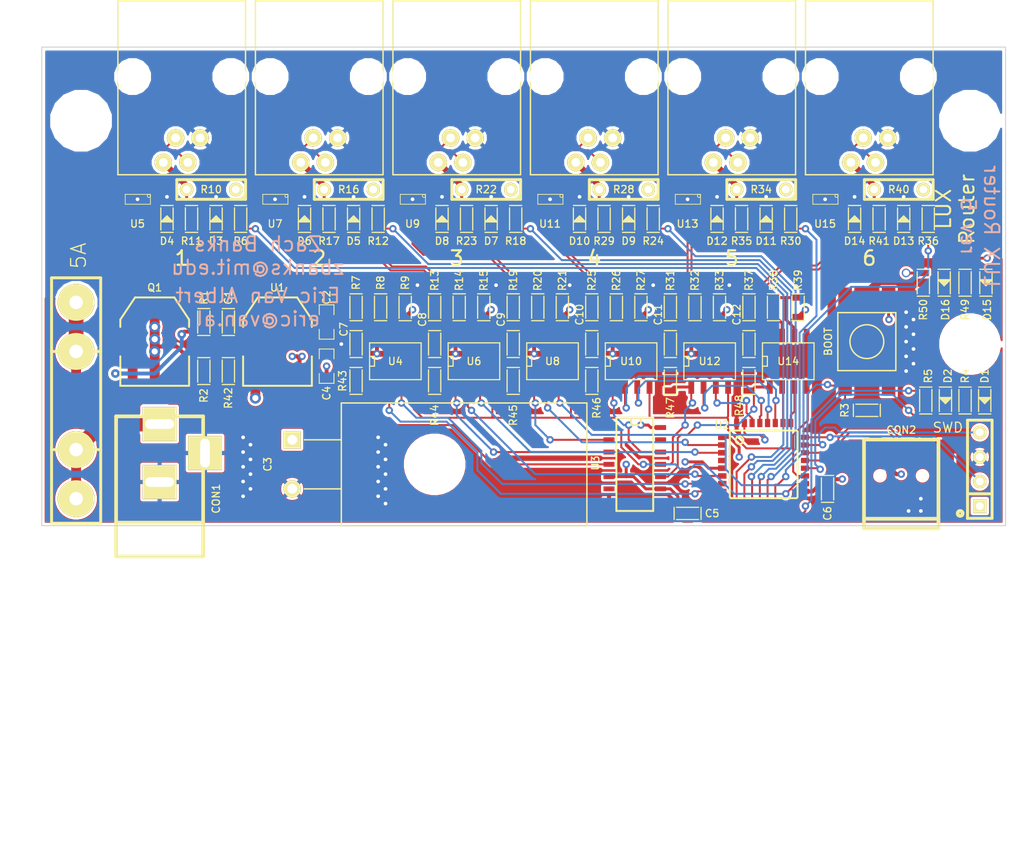
<source format=kicad_pcb>
(kicad_pcb (version 3) (host pcbnew "(25-Oct-2014 BZR 4029)-stable")
  (layers (15 F.Cu signal) (2 Inner2.Cu power hide) (1 Inner1.Cu power hide) (0 B.Cu signal) (19 F.Paste user) (20 B.SilkS user) (21 F.SilkS user) (22 B.Mask user) (23 F.Mask user) (28 Edge.Cuts user))
  (net 0 "")
  (net 1 +48V)
  (net 2 /Port1/DE)
  (net 3 /Port1/LED)
  (net 4 /Port1/P48)
  (net 5 /Port1/RX)
  (net 6 /Port1/TX)
  (net 7 /Port1/dA)
  (net 8 /Port1/dB)
  (net 9 /Port1/~RE)
  (net 10 /Port2/DE)
  (net 11 /Port2/LED)
  (net 12 /Port2/P48)
  (net 13 /Port2/RX)
  (net 14 /Port2/dA)
  (net 15 /Port2/dB)
  (net 16 /Port2/~RE)
  (net 17 /Port3/DE)
  (net 18 /Port3/LED)
  (net 19 /Port3/P48)
  (net 20 /Port3/RX)
  (net 21 /Port3/dA)
  (net 22 /Port3/dB)
  (net 23 /Port3/~RE)
  (net 24 /Port4/DE)
  (net 25 /Port4/LED)
  (net 26 /Port4/P48)
  (net 27 /Port4/RX)
  (net 28 /Port4/dA)
  (net 29 /Port4/dB)
  (net 30 /Port4/~RE)
  (net 31 /Port5/DE)
  (net 32 /Port5/LED)
  (net 33 /Port5/P48)
  (net 34 /Port5/RX)
  (net 35 /Port5/dA)
  (net 36 /Port5/dB)
  (net 37 /Port5/~RE)
  (net 38 /Port6/DE)
  (net 39 /Port6/LED)
  (net 40 /Port6/P48)
  (net 41 /Port6/RX)
  (net 42 /Port6/dA)
  (net 43 /Port6/dB)
  (net 44 /Port6/~RE)
  (net 45 /RX_LED)
  (net 46 /SWCLK)
  (net 47 /SWDIO)
  (net 48 /TX_LED)
  (net 49 /USB_DM)
  (net 50 /USB_DP)
  (net 51 /sRX)
  (net 52 GND)
  (net 53 N-0000013)
  (net 54 N-0000015)
  (net 55 N-000003)
  (net 56 N-0000034)
  (net 57 N-0000035)
  (net 58 N-0000036)
  (net 59 N-0000037)
  (net 60 N-0000044)
  (net 61 N-0000050)
  (net 62 N-0000051)
  (net 63 N-0000056)
  (net 64 N-0000057)
  (net 65 N-0000059)
  (net 66 N-0000060)
  (net 67 N-0000066)
  (net 68 N-0000067)
  (net 69 N-0000069)
  (net 70 N-0000071)
  (net 71 N-0000074)
  (net 72 N-0000075)
  (net 73 VCC)
  (module Assman-6p4c (layer F.Cu) (at 39.878 28.448 180)
    (fp_text reference P1 hide)
    (fp_text value CONN_4 hide)
    (pad "" np_thru_hole circle (at -5.08 0 180) (size 3.2 3.2) (drill 3.2) (layers *.Cu *.Mask F.SilkS))
    (pad "" np_thru_hole circle (at 5.08 0 180) (size 3.2 3.2) (drill 3.2) (layers *.Cu *.Mask F.SilkS))
    (pad 1 thru_hole circle (at -1.905 -6.35 180) (size 1.8 1.8) (drill 0.9) (layers *.Cu *.Mask F.SilkS) (net 52 GND))
    (pad 2 thru_hole circle (at -0.635 -8.89 180) (size 1.8 1.8) (drill 0.9) (layers *.Cu *.Mask F.SilkS) (net 7 /Port1/dA))
    (pad 3 thru_hole circle (at 0.635 -6.35 180) (size 1.8 1.8) (drill 0.9) (layers *.Cu *.Mask F.SilkS) (net 8 /Port1/dB))
    (pad 4 thru_hole circle (at 1.905 -8.89 180) (size 1.8 1.8) (drill 0.9) (layers *.Cu *.Mask F.SilkS) (net 4 /Port1/P48))
  )
  (module C2V8 (layer F.Cu) (at 51.308 68.58 270)
    (fp_text reference C3 (at 0 2.54 270) (layer F.SilkS) (effects (font (size 0.762 0.762) (thickness 0.13))))
    (fp_text value 470u hide)
    (pad 1 thru_hole rect (at -2.54 0 270) (size 1.778 1.778) (drill 1.016) (layers *.Cu *.Mask F.SilkS) (net 1 +48V))
    (pad 2 thru_hole circle (at 2.54 0 270) (size 1.778 1.778) (drill 1.016) (layers *.Cu *.Mask F.SilkS) (net 52 GND))
  )
  (module SO8E (layer F.Cu) (at 94.488 57.912)
    (fp_text reference U12 (at 0 0) (layer F.SilkS) (effects (font (size 0.762 0.762) (thickness 0.13))))
    (fp_text value ISL83485IBZ hide)
    (pad 8 smd rect (at -1.905 -2.667) (size 0.59944 1.39954) (layers F.Cu F.Paste F.Mask) (net 73 VCC))
    (pad 1 smd rect (at -1.905 2.667) (size 0.59944 1.39954) (layers F.Cu F.Paste F.Mask) (net 34 /Port5/RX))
    (pad 7 smd rect (at -0.635 -2.667) (size 0.59944 1.39954) (layers F.Cu F.Paste F.Mask) (net 36 /Port5/dB))
    (pad 6 smd rect (at 0.635 -2.667) (size 0.59944 1.39954) (layers F.Cu F.Paste F.Mask) (net 35 /Port5/dA))
    (pad 5 smd rect (at 1.905 -2.667) (size 0.59944 1.39954) (layers F.Cu F.Paste F.Mask) (net 52 GND))
    (pad 2 smd rect (at -0.635 2.667) (size 0.59944 1.39954) (layers F.Cu F.Paste F.Mask) (net 37 /Port5/~RE))
    (pad 3 smd rect (at 0.635 2.667) (size 0.59944 1.39954) (layers F.Cu F.Paste F.Mask) (net 31 /Port5/DE))
    (pad 4 smd rect (at 1.905 2.667) (size 0.59944 1.39954) (layers F.Cu F.Paste F.Mask) (net 6 /Port1/TX))
  )
  (module USB_MINI_B (layer F.Cu) (at 114.3 70.612 90)
    (fp_text reference CON2 (at 5.588 0 180) (layer F.SilkS) (effects (font (size 0.762 0.762) (thickness 0.13))))
    (fp_text value USB-MINI-B hide)
    (pad 1 smd rect (at 3.44932 -1.6002 90) (size 2.30124 0.50038) (layers F.Cu F.Paste F.Mask) (net 60 N-0000044))
    (pad 2 smd rect (at 3.44932 -0.8001 90) (size 2.30124 0.50038) (layers F.Cu F.Paste F.Mask) (net 49 /USB_DM))
    (pad 3 smd rect (at 3.44932 0 90) (size 2.30124 0.50038) (layers F.Cu F.Paste F.Mask) (net 50 /USB_DP))
    (pad 4 smd rect (at 3.44932 0.8001 90) (size 2.30124 0.50038) (layers F.Cu F.Paste F.Mask))
    (pad 5 smd rect (at 3.44932 1.6002 90) (size 2.30124 0.50038) (layers F.Cu F.Paste F.Mask) (net 52 GND))
    (pad 6 smd rect (at 3.35026 -4.45008 90) (size 2.49936 1.99898) (layers F.Cu F.Paste F.Mask) (net 52 GND))
    (pad 7 smd rect (at -2.14884 -4.45008 90) (size 2.49936 1.99898) (layers F.Cu F.Paste F.Mask) (net 52 GND))
    (pad 8 smd rect (at 3.35026 4.45008 90) (size 2.49936 1.99898) (layers F.Cu F.Paste F.Mask) (net 52 GND))
    (pad 9 smd rect (at -2.14884 4.45008 90) (size 2.49936 1.99898) (layers F.Cu F.Paste F.Mask) (net 52 GND))
    (pad "" np_thru_hole circle (at 0.8509 -2.19964 90) (size 0.89916 0.89916) (drill 0.89916) (layers *.Cu *.Mask F.SilkS))
    (pad "" np_thru_hole circle (at 0.8509 2.19964 90) (size 0.89916 0.89916) (drill 0.89916) (layers *.Cu *.Mask F.SilkS))
  )
  (module HOLE (layer F.Cu) (at 121.412 56.134)
    (fp_text reference HOLE hide)
    (fp_text value VAL** hide)
    (pad "" np_thru_hole circle (at 0 0) (size 3.399993 3.399993) (drill 3.399993) (layers *.Cu) (clearance 1.49098))
  )
  (module HOLE (layer F.Cu) (at 29.464 33.02)
    (fp_text reference HOLE hide)
    (fp_text value VAL** hide)
    (pad "" np_thru_hole circle (at 0 0) (size 3.399993 3.399993) (drill 3.399993) (layers *.Cu) (clearance 1.49098))
  )
  (module HOLE (layer F.Cu) (at 66.04 68.58)
    (fp_text reference HOLE hide)
    (fp_text value VAL** hide)
    (pad "" np_thru_hole circle (at 0 0) (size 3.399993 3.399993) (drill 3.399993) (layers *.Cu) (clearance 1.49098))
  )
  (module HOLE (layer F.Cu) (at 121.412 33.02)
    (fp_text reference HOLE hide)
    (fp_text value VAL** hide)
    (pad "" np_thru_hole circle (at 0 0) (size 3.399993 3.399993) (drill 3.399993) (layers *.Cu) (clearance 1.49098))
  )
  (module FUSE5-20 (layer F.Cu) (at 28.956 61.976 90)
    (fp_text reference F1 hide)
    (fp_text value 5A (at 14.986 0.254 90) (layer F.SilkS) (effects (font (size 1.524 1.524) (thickness 0.13))))
    (pad 1 thru_hole circle (at -10.16 0 90) (size 3.81 3.81) (drill 1.397) (layers *.Cu *.Mask F.SilkS) (net 53 N-0000013))
    (pad 1 thru_hole circle (at -5.08 0 90) (size 3.81 3.81) (drill 1.397) (layers *.Cu *.Mask F.SilkS) (net 53 N-0000013))
    (pad 2 thru_hole circle (at 5.08 0 90) (size 3.81 3.81) (drill 1.397) (layers *.Cu *.Mask F.SilkS) (net 59 N-0000037))
    (pad 2 thru_hole circle (at 10.16 0 90) (size 3.81 3.81) (drill 1.397) (layers *.Cu *.Mask F.SilkS) (net 59 N-0000037))
  )
  (module SA0603_LED (layer F.Cu) (at 122.936 61.976 270)
    (fp_text reference D1 (at -2.54 0 270) (layer F.SilkS) (effects (font (size 0.762 0.762) (thickness 0.13))))
    (fp_text value TX hide)
    (pad 1 smd rect (at -1 0 270) (size 0.635 1.143) (layers F.Cu F.Paste F.Mask) (net 55 N-000003))
    (pad 2 smd rect (at 1 0 270) (size 0.635 1.143) (layers F.Cu F.Paste F.Mask) (net 52 GND))
  )
  (module SA0603_LED (layer F.Cu) (at 118.872 61.976 270)
    (fp_text reference D2 (at -2.54 -0.254 270) (layer F.SilkS) (effects (font (size 0.762 0.762) (thickness 0.13))))
    (fp_text value RX hide)
    (pad 1 smd rect (at -1 0 270) (size 0.635 1.143) (layers F.Cu F.Paste F.Mask) (net 54 N-0000015))
    (pad 2 smd rect (at 1 0 270) (size 0.635 1.143) (layers F.Cu F.Paste F.Mask) (net 52 GND))
  )
  (module SA0603 (layer F.Cu) (at 120.904 61.976 90)
    (fp_text reference R4 (at 2.54 0 90) (layer F.SilkS) (effects (font (size 0.762 0.762) (thickness 0.13))))
    (fp_text value 470R hide)
    (pad 1 smd rect (at -1 0 90) (size 0.635 1.143) (layers F.Cu F.Paste F.Mask) (net 48 /TX_LED))
    (pad 2 smd rect (at 1 0 90) (size 0.635 1.143) (layers F.Cu F.Paste F.Mask) (net 55 N-000003))
  )
  (module SA0603 (layer F.Cu) (at 116.84 61.976 270)
    (fp_text reference R5 (at -2.54 -0.254 270) (layer F.SilkS) (effects (font (size 0.762 0.762) (thickness 0.13))))
    (fp_text value 470R hide)
    (pad 1 smd rect (at -1 0 270) (size 0.635 1.143) (layers F.Cu F.Paste F.Mask) (net 45 /RX_LED))
    (pad 2 smd rect (at 1 0 270) (size 0.635 1.143) (layers F.Cu F.Paste F.Mask) (net 54 N-0000015))
  )
  (module SOT23 (layer F.Cu) (at 35.306 41.148 180)
    (fp_text reference U5 (at 0 -2.54 180) (layer F.SilkS) (effects (font (size 0.762 0.762) (thickness 0.13))))
    (fp_text value 2CH-TVS hide)
    (pad 3 smd rect (at 0 -1.09982 180) (size 0.8001 1.00076) (layers F.Cu F.Paste F.Mask) (net 52 GND))
    (pad 2 smd rect (at 0.9525 1.09982 180) (size 0.8001 1.00076) (layers F.Cu F.Paste F.Mask) (net 8 /Port1/dB))
    (pad 1 smd rect (at -0.9525 1.09982 180) (size 0.8001 1.00076) (layers F.Cu F.Paste F.Mask) (net 7 /Port1/dA))
  )
  (module SOT223 (layer F.Cu) (at 37.084 55.88)
    (fp_text reference Q1 (at 0 -5.588) (layer F.SilkS) (effects (font (size 0.762 0.762) (thickness 0.13))))
    (fp_text value DMP6023LE-13 hide)
    (pad D smd rect (at 0 -3.302) (size 3.6576 2.032) (layers F.Cu F.Paste F.Mask) (net 1 +48V))
    (pad D smd rect (at 0 3.302) (size 1.016 2.032) (layers F.Cu F.Paste F.Mask) (net 1 +48V))
    (pad S smd rect (at 2.286 3.302) (size 1.016 2.032) (layers F.Cu F.Paste F.Mask) (net 59 N-0000037))
    (pad G smd rect (at -2.286 3.302) (size 1.016 2.032) (layers F.Cu F.Paste F.Mask) (net 58 N-0000036))
  )
  (module SA0603 (layer F.Cu) (at 44.704 53.848 90)
    (fp_text reference C1 (at 2.54 0 90) (layer F.SilkS) (effects (font (size 0.762 0.762) (thickness 0.13))))
    (fp_text value C hide)
    (pad 1 smd rect (at -1 0 90) (size 0.635 1.143) (layers F.Cu F.Paste F.Mask) (net 58 N-0000036))
    (pad 2 smd rect (at 1 0 90) (size 0.635 1.143) (layers F.Cu F.Paste F.Mask) (net 52 GND))
  )
  (module SA0805 (layer F.Cu) (at 54.864 53.848 270)
    (fp_text reference C2 (at -2.54 0 270) (layer F.SilkS) (effects (font (size 0.762 0.762) (thickness 0.13))))
    (fp_text value 1u hide)
    (pad 1 smd rect (at -1.25 0 270) (size 0.889 1.397) (layers F.Cu F.Paste F.Mask) (net 60 N-0000044))
    (pad 2 smd rect (at 1.25 0 270) (size 0.889 1.397) (layers F.Cu F.Paste F.Mask) (net 52 GND))
  )
  (module SA0805 (layer F.Cu) (at 54.864 58.42 90)
    (fp_text reference C4 (at -2.794 0 90) (layer F.SilkS) (effects (font (size 0.762 0.762) (thickness 0.13))))
    (fp_text value 2u2 hide)
    (pad 1 smd rect (at -1.25 0 90) (size 0.889 1.397) (layers F.Cu F.Paste F.Mask) (net 73 VCC))
    (pad 2 smd rect (at 1.25 0 90) (size 0.889 1.397) (layers F.Cu F.Paste F.Mask) (net 52 GND))
  )
  (module SA0603 (layer F.Cu) (at 92.202 73.66)
    (fp_text reference C5 (at 2.54 0) (layer F.SilkS) (effects (font (size 0.762 0.762) (thickness 0.13))))
    (fp_text value 100n hide)
    (pad 1 smd rect (at -1 0) (size 0.635 1.143) (layers F.Cu F.Paste F.Mask) (net 73 VCC))
    (pad 2 smd rect (at 1 0) (size 0.635 1.143) (layers F.Cu F.Paste F.Mask) (net 52 GND))
  )
  (module SA0603 (layer F.Cu) (at 106.68 71.12 270)
    (fp_text reference C6 (at 2.54 0 270) (layer F.SilkS) (effects (font (size 0.762 0.762) (thickness 0.13))))
    (fp_text value 100n hide)
    (pad 1 smd rect (at -1 0 270) (size 0.635 1.143) (layers F.Cu F.Paste F.Mask) (net 73 VCC))
    (pad 2 smd rect (at 1 0 270) (size 0.635 1.143) (layers F.Cu F.Paste F.Mask) (net 52 GND))
  )
  (module BARREL_JACK (layer F.Cu) (at 37.592 70.612 90)
    (fp_text reference CON1 (at -1.524 5.842 90) (layer F.SilkS) (effects (font (size 0.762 0.762) (thickness 0.13))))
    (fp_text value 48V hide)
    (pad 1 thru_hole rect (at 6.20014 0 90) (size 3.50012 3.50012) (drill oval 1.00076 2.99974) (layers *.Cu *.Mask F.SilkS) (net 53 N-0000013))
    (pad 2 thru_hole rect (at 0.20066 0 90) (size 3.50012 3.50012) (drill oval 1.00076 2.99974) (layers *.Cu *.Mask F.SilkS) (net 52 GND))
    (pad 3 thru_hole rect (at 3.2004 4.699 90) (size 3.50012 3.50012) (drill oval 2.99974 1.00076) (layers *.Cu *.Mask F.SilkS) (net 52 GND))
  )
  (module SA0603_LED (layer F.Cu) (at 43.434 43.18 90)
    (fp_text reference D3 (at -2.286 0 180) (layer F.SilkS) (effects (font (size 0.762 0.762) (thickness 0.13))))
    (fp_text value ENABLED hide)
    (pad 1 smd rect (at -1 0 90) (size 0.635 1.143) (layers F.Cu F.Paste F.Mask) (net 61 N-0000050))
    (pad 2 smd rect (at 1 0 90) (size 0.635 1.143) (layers F.Cu F.Paste F.Mask) (net 52 GND))
  )
  (module SA0603_LED (layer F.Cu) (at 38.354 43.18 90)
    (fp_text reference D4 (at -2.286 0 180) (layer F.SilkS) (effects (font (size 0.762 0.762) (thickness 0.13))))
    (fp_text value PWR hide)
    (pad 1 smd rect (at -1 0 90) (size 0.635 1.143) (layers F.Cu F.Paste F.Mask) (net 62 N-0000051))
    (pad 2 smd rect (at 1 0 90) (size 0.635 1.143) (layers F.Cu F.Paste F.Mask) (net 52 GND))
  )
  (module SA0603_LED (layer F.Cu) (at 57.658 43.18 90)
    (fp_text reference D5 (at -2.286 0 180) (layer F.SilkS) (effects (font (size 0.762 0.762) (thickness 0.13))))
    (fp_text value ENABLED hide)
    (pad 1 smd rect (at -1 0 90) (size 0.635 1.143) (layers F.Cu F.Paste F.Mask) (net 63 N-0000056))
    (pad 2 smd rect (at 1 0 90) (size 0.635 1.143) (layers F.Cu F.Paste F.Mask) (net 52 GND))
  )
  (module SA0603_LED (layer F.Cu) (at 52.578 43.18 90)
    (fp_text reference D6 (at -2.286 0 180) (layer F.SilkS) (effects (font (size 0.762 0.762) (thickness 0.13))))
    (fp_text value PWR hide)
    (pad 1 smd rect (at -1 0 90) (size 0.635 1.143) (layers F.Cu F.Paste F.Mask) (net 64 N-0000057))
    (pad 2 smd rect (at 1 0 90) (size 0.635 1.143) (layers F.Cu F.Paste F.Mask) (net 52 GND))
  )
  (module SA0603_LED (layer F.Cu) (at 71.882 43.18 90)
    (fp_text reference D7 (at -2.286 0 180) (layer F.SilkS) (effects (font (size 0.762 0.762) (thickness 0.13))))
    (fp_text value ENABLED hide)
    (pad 1 smd rect (at -1 0 90) (size 0.635 1.143) (layers F.Cu F.Paste F.Mask) (net 65 N-0000059))
    (pad 2 smd rect (at 1 0 90) (size 0.635 1.143) (layers F.Cu F.Paste F.Mask) (net 52 GND))
  )
  (module SA0603_LED (layer F.Cu) (at 66.802 43.18 90)
    (fp_text reference D8 (at -2.286 0 180) (layer F.SilkS) (effects (font (size 0.762 0.762) (thickness 0.13))))
    (fp_text value PWR hide)
    (pad 1 smd rect (at -1 0 90) (size 0.635 1.143) (layers F.Cu F.Paste F.Mask) (net 66 N-0000060))
    (pad 2 smd rect (at 1 0 90) (size 0.635 1.143) (layers F.Cu F.Paste F.Mask) (net 52 GND))
  )
  (module SA0603_LED (layer F.Cu) (at 86.106 43.18 90)
    (fp_text reference D9 (at -2.286 0 180) (layer F.SilkS) (effects (font (size 0.762 0.762) (thickness 0.13))))
    (fp_text value ENABLED hide)
    (pad 1 smd rect (at -1 0 90) (size 0.635 1.143) (layers F.Cu F.Paste F.Mask) (net 67 N-0000066))
    (pad 2 smd rect (at 1 0 90) (size 0.635 1.143) (layers F.Cu F.Paste F.Mask) (net 52 GND))
  )
  (module SA0603_LED (layer F.Cu) (at 81.026 43.18 90)
    (fp_text reference D10 (at -2.286 0 180) (layer F.SilkS) (effects (font (size 0.762 0.762) (thickness 0.13))))
    (fp_text value PWR hide)
    (pad 1 smd rect (at -1 0 90) (size 0.635 1.143) (layers F.Cu F.Paste F.Mask) (net 68 N-0000067))
    (pad 2 smd rect (at 1 0 90) (size 0.635 1.143) (layers F.Cu F.Paste F.Mask) (net 52 GND))
  )
  (module SA0603_LED (layer F.Cu) (at 100.33 43.18 90)
    (fp_text reference D11 (at -2.286 0 180) (layer F.SilkS) (effects (font (size 0.762 0.762) (thickness 0.13))))
    (fp_text value ENABLED hide)
    (pad 1 smd rect (at -1 0 90) (size 0.635 1.143) (layers F.Cu F.Paste F.Mask) (net 69 N-0000069))
    (pad 2 smd rect (at 1 0 90) (size 0.635 1.143) (layers F.Cu F.Paste F.Mask) (net 52 GND))
  )
  (module SA0603_LED (layer F.Cu) (at 95.25 43.18 90)
    (fp_text reference D12 (at -2.286 0 180) (layer F.SilkS) (effects (font (size 0.762 0.762) (thickness 0.13))))
    (fp_text value PWR hide)
    (pad 1 smd rect (at -1 0 90) (size 0.635 1.143) (layers F.Cu F.Paste F.Mask) (net 70 N-0000071))
    (pad 2 smd rect (at 1 0 90) (size 0.635 1.143) (layers F.Cu F.Paste F.Mask) (net 52 GND))
  )
  (module SA0603_LED (layer F.Cu) (at 114.554 43.18 90)
    (fp_text reference D13 (at -2.286 0 180) (layer F.SilkS) (effects (font (size 0.762 0.762) (thickness 0.13))))
    (fp_text value ENABLED hide)
    (pad 1 smd rect (at -1 0 90) (size 0.635 1.143) (layers F.Cu F.Paste F.Mask) (net 71 N-0000074))
    (pad 2 smd rect (at 1 0 90) (size 0.635 1.143) (layers F.Cu F.Paste F.Mask) (net 52 GND))
  )
  (module SA0603_LED (layer F.Cu) (at 109.474 43.18 90)
    (fp_text reference D14 (at -2.286 0 180) (layer F.SilkS) (effects (font (size 0.762 0.762) (thickness 0.13))))
    (fp_text value PWR hide)
    (pad 1 smd rect (at -1 0 90) (size 0.635 1.143) (layers F.Cu F.Paste F.Mask) (net 72 N-0000075))
    (pad 2 smd rect (at 1 0 90) (size 0.635 1.143) (layers F.Cu F.Paste F.Mask) (net 52 GND))
  )
  (module Assman-6p4c (layer F.Cu) (at 54.102 28.448 180)
    (fp_text reference P2 hide)
    (fp_text value CONN_4 hide)
    (pad "" np_thru_hole circle (at -5.08 0 180) (size 3.2 3.2) (drill 3.2) (layers *.Cu *.Mask F.SilkS))
    (pad "" np_thru_hole circle (at 5.08 0 180) (size 3.2 3.2) (drill 3.2) (layers *.Cu *.Mask F.SilkS))
    (pad 1 thru_hole circle (at -1.905 -6.35 180) (size 1.8 1.8) (drill 0.9) (layers *.Cu *.Mask F.SilkS) (net 52 GND))
    (pad 2 thru_hole circle (at -0.635 -8.89 180) (size 1.8 1.8) (drill 0.9) (layers *.Cu *.Mask F.SilkS) (net 14 /Port2/dA))
    (pad 3 thru_hole circle (at 0.635 -6.35 180) (size 1.8 1.8) (drill 0.9) (layers *.Cu *.Mask F.SilkS) (net 15 /Port2/dB))
    (pad 4 thru_hole circle (at 1.905 -8.89 180) (size 1.8 1.8) (drill 0.9) (layers *.Cu *.Mask F.SilkS) (net 12 /Port2/P48))
  )
  (module Assman-6p4c (layer F.Cu) (at 68.326 28.448 180)
    (fp_text reference P3 hide)
    (fp_text value CONN_4 hide)
    (pad "" np_thru_hole circle (at -5.08 0 180) (size 3.2 3.2) (drill 3.2) (layers *.Cu *.Mask F.SilkS))
    (pad "" np_thru_hole circle (at 5.08 0 180) (size 3.2 3.2) (drill 3.2) (layers *.Cu *.Mask F.SilkS))
    (pad 1 thru_hole circle (at -1.905 -6.35 180) (size 1.8 1.8) (drill 0.9) (layers *.Cu *.Mask F.SilkS) (net 52 GND))
    (pad 2 thru_hole circle (at -0.635 -8.89 180) (size 1.8 1.8) (drill 0.9) (layers *.Cu *.Mask F.SilkS) (net 21 /Port3/dA))
    (pad 3 thru_hole circle (at 0.635 -6.35 180) (size 1.8 1.8) (drill 0.9) (layers *.Cu *.Mask F.SilkS) (net 22 /Port3/dB))
    (pad 4 thru_hole circle (at 1.905 -8.89 180) (size 1.8 1.8) (drill 0.9) (layers *.Cu *.Mask F.SilkS) (net 19 /Port3/P48))
  )
  (module Assman-6p4c (layer F.Cu) (at 82.55 28.448 180)
    (fp_text reference P4 hide)
    (fp_text value CONN_4 hide)
    (pad "" np_thru_hole circle (at -5.08 0 180) (size 3.2 3.2) (drill 3.2) (layers *.Cu *.Mask F.SilkS))
    (pad "" np_thru_hole circle (at 5.08 0 180) (size 3.2 3.2) (drill 3.2) (layers *.Cu *.Mask F.SilkS))
    (pad 1 thru_hole circle (at -1.905 -6.35 180) (size 1.8 1.8) (drill 0.9) (layers *.Cu *.Mask F.SilkS) (net 52 GND))
    (pad 2 thru_hole circle (at -0.635 -8.89 180) (size 1.8 1.8) (drill 0.9) (layers *.Cu *.Mask F.SilkS) (net 28 /Port4/dA))
    (pad 3 thru_hole circle (at 0.635 -6.35 180) (size 1.8 1.8) (drill 0.9) (layers *.Cu *.Mask F.SilkS) (net 29 /Port4/dB))
    (pad 4 thru_hole circle (at 1.905 -8.89 180) (size 1.8 1.8) (drill 0.9) (layers *.Cu *.Mask F.SilkS) (net 26 /Port4/P48))
  )
  (module Assman-6p4c (layer F.Cu) (at 96.774 28.448 180)
    (fp_text reference P5 hide)
    (fp_text value CONN_4 hide)
    (pad "" np_thru_hole circle (at -5.08 0 180) (size 3.2 3.2) (drill 3.2) (layers *.Cu *.Mask F.SilkS))
    (pad "" np_thru_hole circle (at 5.08 0 180) (size 3.2 3.2) (drill 3.2) (layers *.Cu *.Mask F.SilkS))
    (pad 1 thru_hole circle (at -1.905 -6.35 180) (size 1.8 1.8) (drill 0.9) (layers *.Cu *.Mask F.SilkS) (net 52 GND))
    (pad 2 thru_hole circle (at -0.635 -8.89 180) (size 1.8 1.8) (drill 0.9) (layers *.Cu *.Mask F.SilkS) (net 35 /Port5/dA))
    (pad 3 thru_hole circle (at 0.635 -6.35 180) (size 1.8 1.8) (drill 0.9) (layers *.Cu *.Mask F.SilkS) (net 36 /Port5/dB))
    (pad 4 thru_hole circle (at 1.905 -8.89 180) (size 1.8 1.8) (drill 0.9) (layers *.Cu *.Mask F.SilkS) (net 33 /Port5/P48))
  )
  (module Assman-6p4c (layer F.Cu) (at 110.998 28.448 180)
    (fp_text reference P6 hide)
    (fp_text value CONN_4 hide)
    (pad "" np_thru_hole circle (at -5.08 0 180) (size 3.2 3.2) (drill 3.2) (layers *.Cu *.Mask F.SilkS))
    (pad "" np_thru_hole circle (at 5.08 0 180) (size 3.2 3.2) (drill 3.2) (layers *.Cu *.Mask F.SilkS))
    (pad 1 thru_hole circle (at -1.905 -6.35 180) (size 1.8 1.8) (drill 0.9) (layers *.Cu *.Mask F.SilkS) (net 52 GND))
    (pad 2 thru_hole circle (at -0.635 -8.89 180) (size 1.8 1.8) (drill 0.9) (layers *.Cu *.Mask F.SilkS) (net 42 /Port6/dA))
    (pad 3 thru_hole circle (at 0.635 -6.35 180) (size 1.8 1.8) (drill 0.9) (layers *.Cu *.Mask F.SilkS) (net 43 /Port6/dB))
    (pad 4 thru_hole circle (at 1.905 -8.89 180) (size 1.8 1.8) (drill 0.9) (layers *.Cu *.Mask F.SilkS) (net 40 /Port6/P48))
  )
  (module SA0603 (layer F.Cu) (at 42.164 53.848 90)
    (fp_text reference R1 (at 2.54 0 90) (layer F.SilkS) (effects (font (size 0.762 0.762) (thickness 0.13))))
    (fp_text value R hide)
    (pad 1 smd rect (at -1 0 90) (size 0.635 1.143) (layers F.Cu F.Paste F.Mask) (net 58 N-0000036))
    (pad 2 smd rect (at 1 0 90) (size 0.635 1.143) (layers F.Cu F.Paste F.Mask) (net 52 GND))
  )
  (module SA0603 (layer F.Cu) (at 42.164 58.928 90)
    (fp_text reference R2 (at -2.54 0 90) (layer F.SilkS) (effects (font (size 0.762 0.762) (thickness 0.13))))
    (fp_text value 4K7 hide)
    (pad 1 smd rect (at -1 0 90) (size 0.635 1.143) (layers F.Cu F.Paste F.Mask) (net 1 +48V))
    (pad 2 smd rect (at 1 0 90) (size 0.635 1.143) (layers F.Cu F.Paste F.Mask) (net 52 GND))
  )
  (module SA0603 (layer F.Cu) (at 110.744 62.992 180)
    (fp_text reference R3 (at 2.286 0 270) (layer F.SilkS) (effects (font (size 0.762 0.762) (thickness 0.13))))
    (fp_text value 10K hide)
    (pad 1 smd rect (at -1 0 180) (size 0.635 1.143) (layers F.Cu F.Paste F.Mask) (net 52 GND))
    (pad 2 smd rect (at 1 0 180) (size 0.635 1.143) (layers F.Cu F.Paste F.Mask) (net 17 /Port3/DE))
  )
  (module SA0603 (layer F.Cu) (at 45.974 43.18 90)
    (fp_text reference R6 (at -2.286 0 180) (layer F.SilkS) (effects (font (size 0.762 0.762) (thickness 0.13))))
    (fp_text value 470R hide)
    (pad 1 smd rect (at -1 0 90) (size 0.635 1.143) (layers F.Cu F.Paste F.Mask) (net 3 /Port1/LED))
    (pad 2 smd rect (at 1 0 90) (size 0.635 1.143) (layers F.Cu F.Paste F.Mask) (net 61 N-0000050))
  )
  (module SA0603 (layer F.Cu) (at 57.912 52.324 270)
    (fp_text reference R7 (at -2.54 0 270) (layer F.SilkS) (effects (font (size 0.762 0.762) (thickness 0.13))))
    (fp_text value 680R hide)
    (pad 1 smd rect (at -1 0 270) (size 0.635 1.143) (layers F.Cu F.Paste F.Mask) (net 52 GND))
    (pad 2 smd rect (at 1 0 270) (size 0.635 1.143) (layers F.Cu F.Paste F.Mask) (net 8 /Port1/dB))
  )
  (module SA0603 (layer F.Cu) (at 60.452 52.324 90)
    (fp_text reference R8 (at 2.54 0 90) (layer F.SilkS) (effects (font (size 0.762 0.762) (thickness 0.13))))
    (fp_text value 120R hide)
    (pad 1 smd rect (at -1 0 90) (size 0.635 1.143) (layers F.Cu F.Paste F.Mask) (net 8 /Port1/dB))
    (pad 2 smd rect (at 1 0 90) (size 0.635 1.143) (layers F.Cu F.Paste F.Mask) (net 7 /Port1/dA))
  )
  (module SA0603 (layer F.Cu) (at 62.992 52.324 270)
    (fp_text reference R9 (at -2.54 0 270) (layer F.SilkS) (effects (font (size 0.762 0.762) (thickness 0.13))))
    (fp_text value 680R hide)
    (pad 1 smd rect (at -1 0 270) (size 0.635 1.143) (layers F.Cu F.Paste F.Mask) (net 7 /Port1/dA))
    (pad 2 smd rect (at 1 0 270) (size 0.635 1.143) (layers F.Cu F.Paste F.Mask) (net 73 VCC))
  )
  (module C2 (layer F.Cu) (at 42.926 40.132 180)
    (fp_text reference R10 (at 0 0 180) (layer F.SilkS) (effects (font (size 0.762 0.762) (thickness 0.13))))
    (fp_text value PTC hide)
    (pad 1 thru_hole circle (at -2.54 0 180) (size 1.397 1.397) (drill 0.8128) (layers *.Cu *.Mask F.SilkS) (net 1 +48V))
    (pad 2 thru_hole circle (at 2.54 0 180) (size 1.397 1.397) (drill 0.8128) (layers *.Cu *.Mask F.SilkS) (net 4 /Port1/P48))
  )
  (module SA0603 (layer F.Cu) (at 40.894 43.18 270)
    (fp_text reference R11 (at 2.286 0 360) (layer F.SilkS) (effects (font (size 0.762 0.762) (thickness 0.13))))
    (fp_text value 2K2 hide)
    (pad 1 smd rect (at -1 0 270) (size 0.635 1.143) (layers F.Cu F.Paste F.Mask) (net 4 /Port1/P48))
    (pad 2 smd rect (at 1 0 270) (size 0.635 1.143) (layers F.Cu F.Paste F.Mask) (net 62 N-0000051))
  )
  (module SA0603 (layer F.Cu) (at 60.198 43.18 90)
    (fp_text reference R12 (at -2.286 0 180) (layer F.SilkS) (effects (font (size 0.762 0.762) (thickness 0.13))))
    (fp_text value 470R hide)
    (pad 1 smd rect (at -1 0 90) (size 0.635 1.143) (layers F.Cu F.Paste F.Mask) (net 11 /Port2/LED))
    (pad 2 smd rect (at 1 0 90) (size 0.635 1.143) (layers F.Cu F.Paste F.Mask) (net 63 N-0000056))
  )
  (module SA0603 (layer F.Cu) (at 66.04 52.324 270)
    (fp_text reference R13 (at -2.794 0 270) (layer F.SilkS) (effects (font (size 0.762 0.762) (thickness 0.13))))
    (fp_text value 680R hide)
    (pad 1 smd rect (at -1 0 270) (size 0.635 1.143) (layers F.Cu F.Paste F.Mask) (net 52 GND))
    (pad 2 smd rect (at 1 0 270) (size 0.635 1.143) (layers F.Cu F.Paste F.Mask) (net 15 /Port2/dB))
  )
  (module SA0603 (layer F.Cu) (at 68.58 52.324 90)
    (fp_text reference R14 (at 2.794 0 90) (layer F.SilkS) (effects (font (size 0.762 0.762) (thickness 0.13))))
    (fp_text value 120R hide)
    (pad 1 smd rect (at -1 0 90) (size 0.635 1.143) (layers F.Cu F.Paste F.Mask) (net 15 /Port2/dB))
    (pad 2 smd rect (at 1 0 90) (size 0.635 1.143) (layers F.Cu F.Paste F.Mask) (net 14 /Port2/dA))
  )
  (module SA0603 (layer F.Cu) (at 71.12 52.324 270)
    (fp_text reference R15 (at -2.794 0 270) (layer F.SilkS) (effects (font (size 0.762 0.762) (thickness 0.13))))
    (fp_text value 680R hide)
    (pad 1 smd rect (at -1 0 270) (size 0.635 1.143) (layers F.Cu F.Paste F.Mask) (net 14 /Port2/dA))
    (pad 2 smd rect (at 1 0 270) (size 0.635 1.143) (layers F.Cu F.Paste F.Mask) (net 73 VCC))
  )
  (module C2 (layer F.Cu) (at 57.15 40.132 180)
    (fp_text reference R16 (at 0 0 180) (layer F.SilkS) (effects (font (size 0.762 0.762) (thickness 0.13))))
    (fp_text value PTC hide)
    (pad 1 thru_hole circle (at -2.54 0 180) (size 1.397 1.397) (drill 0.8128) (layers *.Cu *.Mask F.SilkS) (net 1 +48V))
    (pad 2 thru_hole circle (at 2.54 0 180) (size 1.397 1.397) (drill 0.8128) (layers *.Cu *.Mask F.SilkS) (net 12 /Port2/P48))
  )
  (module SA0603 (layer F.Cu) (at 55.118 43.18 270)
    (fp_text reference R17 (at 2.286 0 360) (layer F.SilkS) (effects (font (size 0.762 0.762) (thickness 0.13))))
    (fp_text value 2K2 hide)
    (pad 1 smd rect (at -1 0 270) (size 0.635 1.143) (layers F.Cu F.Paste F.Mask) (net 12 /Port2/P48))
    (pad 2 smd rect (at 1 0 270) (size 0.635 1.143) (layers F.Cu F.Paste F.Mask) (net 64 N-0000057))
  )
  (module SA0603 (layer F.Cu) (at 74.422 43.18 90)
    (fp_text reference R18 (at -2.286 0 180) (layer F.SilkS) (effects (font (size 0.762 0.762) (thickness 0.13))))
    (fp_text value 470R hide)
    (pad 1 smd rect (at -1 0 90) (size 0.635 1.143) (layers F.Cu F.Paste F.Mask) (net 18 /Port3/LED))
    (pad 2 smd rect (at 1 0 90) (size 0.635 1.143) (layers F.Cu F.Paste F.Mask) (net 65 N-0000059))
  )
  (module SA0603 (layer F.Cu) (at 74.168 52.324 270)
    (fp_text reference R19 (at -2.794 0 270) (layer F.SilkS) (effects (font (size 0.762 0.762) (thickness 0.13))))
    (fp_text value 680R hide)
    (pad 1 smd rect (at -1 0 270) (size 0.635 1.143) (layers F.Cu F.Paste F.Mask) (net 52 GND))
    (pad 2 smd rect (at 1 0 270) (size 0.635 1.143) (layers F.Cu F.Paste F.Mask) (net 22 /Port3/dB))
  )
  (module SA0603 (layer F.Cu) (at 76.708 52.324 90)
    (fp_text reference R20 (at 2.794 0 90) (layer F.SilkS) (effects (font (size 0.762 0.762) (thickness 0.13))))
    (fp_text value 120R hide)
    (pad 1 smd rect (at -1 0 90) (size 0.635 1.143) (layers F.Cu F.Paste F.Mask) (net 22 /Port3/dB))
    (pad 2 smd rect (at 1 0 90) (size 0.635 1.143) (layers F.Cu F.Paste F.Mask) (net 21 /Port3/dA))
  )
  (module SA0603 (layer F.Cu) (at 79.248 52.324 270)
    (fp_text reference R21 (at -2.794 0 270) (layer F.SilkS) (effects (font (size 0.762 0.762) (thickness 0.13))))
    (fp_text value 680R hide)
    (pad 1 smd rect (at -1 0 270) (size 0.635 1.143) (layers F.Cu F.Paste F.Mask) (net 21 /Port3/dA))
    (pad 2 smd rect (at 1 0 270) (size 0.635 1.143) (layers F.Cu F.Paste F.Mask) (net 73 VCC))
  )
  (module C2 (layer F.Cu) (at 71.374 40.132 180)
    (fp_text reference R22 (at 0 0 180) (layer F.SilkS) (effects (font (size 0.762 0.762) (thickness 0.13))))
    (fp_text value PTC hide)
    (pad 1 thru_hole circle (at -2.54 0 180) (size 1.397 1.397) (drill 0.8128) (layers *.Cu *.Mask F.SilkS) (net 1 +48V))
    (pad 2 thru_hole circle (at 2.54 0 180) (size 1.397 1.397) (drill 0.8128) (layers *.Cu *.Mask F.SilkS) (net 19 /Port3/P48))
  )
  (module SA0603 (layer F.Cu) (at 69.342 43.18 270)
    (fp_text reference R23 (at 2.286 0 360) (layer F.SilkS) (effects (font (size 0.762 0.762) (thickness 0.13))))
    (fp_text value 2K2 hide)
    (pad 1 smd rect (at -1 0 270) (size 0.635 1.143) (layers F.Cu F.Paste F.Mask) (net 19 /Port3/P48))
    (pad 2 smd rect (at 1 0 270) (size 0.635 1.143) (layers F.Cu F.Paste F.Mask) (net 66 N-0000060))
  )
  (module SA0603 (layer F.Cu) (at 88.646 43.18 90)
    (fp_text reference R24 (at -2.286 0 180) (layer F.SilkS) (effects (font (size 0.762 0.762) (thickness 0.13))))
    (fp_text value 470R hide)
    (pad 1 smd rect (at -1 0 90) (size 0.635 1.143) (layers F.Cu F.Paste F.Mask) (net 25 /Port4/LED))
    (pad 2 smd rect (at 1 0 90) (size 0.635 1.143) (layers F.Cu F.Paste F.Mask) (net 67 N-0000066))
  )
  (module SA0603 (layer F.Cu) (at 82.296 52.324 270)
    (fp_text reference R25 (at -2.794 0 270) (layer F.SilkS) (effects (font (size 0.762 0.762) (thickness 0.13))))
    (fp_text value 680R hide)
    (pad 1 smd rect (at -1 0 270) (size 0.635 1.143) (layers F.Cu F.Paste F.Mask) (net 52 GND))
    (pad 2 smd rect (at 1 0 270) (size 0.635 1.143) (layers F.Cu F.Paste F.Mask) (net 29 /Port4/dB))
  )
  (module SA0603 (layer F.Cu) (at 84.836 52.324 90)
    (fp_text reference R26 (at 2.794 0 90) (layer F.SilkS) (effects (font (size 0.762 0.762) (thickness 0.13))))
    (fp_text value 120R hide)
    (pad 1 smd rect (at -1 0 90) (size 0.635 1.143) (layers F.Cu F.Paste F.Mask) (net 29 /Port4/dB))
    (pad 2 smd rect (at 1 0 90) (size 0.635 1.143) (layers F.Cu F.Paste F.Mask) (net 28 /Port4/dA))
  )
  (module SA0603 (layer F.Cu) (at 87.376 52.324 270)
    (fp_text reference R27 (at -2.794 0 270) (layer F.SilkS) (effects (font (size 0.762 0.762) (thickness 0.13))))
    (fp_text value 680R hide)
    (pad 1 smd rect (at -1 0 270) (size 0.635 1.143) (layers F.Cu F.Paste F.Mask) (net 28 /Port4/dA))
    (pad 2 smd rect (at 1 0 270) (size 0.635 1.143) (layers F.Cu F.Paste F.Mask) (net 73 VCC))
  )
  (module C2 (layer F.Cu) (at 85.598 40.132 180)
    (fp_text reference R28 (at 0 0 180) (layer F.SilkS) (effects (font (size 0.762 0.762) (thickness 0.13))))
    (fp_text value PTC hide)
    (pad 1 thru_hole circle (at -2.54 0 180) (size 1.397 1.397) (drill 0.8128) (layers *.Cu *.Mask F.SilkS) (net 1 +48V))
    (pad 2 thru_hole circle (at 2.54 0 180) (size 1.397 1.397) (drill 0.8128) (layers *.Cu *.Mask F.SilkS) (net 26 /Port4/P48))
  )
  (module SA0603 (layer F.Cu) (at 83.566 43.18 270)
    (fp_text reference R29 (at 2.286 0 360) (layer F.SilkS) (effects (font (size 0.762 0.762) (thickness 0.13))))
    (fp_text value 2K2 hide)
    (pad 1 smd rect (at -1 0 270) (size 0.635 1.143) (layers F.Cu F.Paste F.Mask) (net 26 /Port4/P48))
    (pad 2 smd rect (at 1 0 270) (size 0.635 1.143) (layers F.Cu F.Paste F.Mask) (net 68 N-0000067))
  )
  (module SA0603 (layer F.Cu) (at 102.87 43.18 90)
    (fp_text reference R30 (at -2.286 0 180) (layer F.SilkS) (effects (font (size 0.762 0.762) (thickness 0.13))))
    (fp_text value 470R hide)
    (pad 1 smd rect (at -1 0 90) (size 0.635 1.143) (layers F.Cu F.Paste F.Mask) (net 32 /Port5/LED))
    (pad 2 smd rect (at 1 0 90) (size 0.635 1.143) (layers F.Cu F.Paste F.Mask) (net 69 N-0000069))
  )
  (module SA0603 (layer F.Cu) (at 90.424 52.324 270)
    (fp_text reference R31 (at -2.794 0 270) (layer F.SilkS) (effects (font (size 0.762 0.762) (thickness 0.13))))
    (fp_text value 680R hide)
    (pad 1 smd rect (at -1 0 270) (size 0.635 1.143) (layers F.Cu F.Paste F.Mask) (net 52 GND))
    (pad 2 smd rect (at 1 0 270) (size 0.635 1.143) (layers F.Cu F.Paste F.Mask) (net 36 /Port5/dB))
  )
  (module SA0603 (layer F.Cu) (at 92.964 52.324 90)
    (fp_text reference R32 (at 2.794 0 90) (layer F.SilkS) (effects (font (size 0.762 0.762) (thickness 0.13))))
    (fp_text value 120R hide)
    (pad 1 smd rect (at -1 0 90) (size 0.635 1.143) (layers F.Cu F.Paste F.Mask) (net 36 /Port5/dB))
    (pad 2 smd rect (at 1 0 90) (size 0.635 1.143) (layers F.Cu F.Paste F.Mask) (net 35 /Port5/dA))
  )
  (module SA0603 (layer F.Cu) (at 95.504 52.324 270)
    (fp_text reference R33 (at -2.794 0 270) (layer F.SilkS) (effects (font (size 0.762 0.762) (thickness 0.13))))
    (fp_text value 680R hide)
    (pad 1 smd rect (at -1 0 270) (size 0.635 1.143) (layers F.Cu F.Paste F.Mask) (net 35 /Port5/dA))
    (pad 2 smd rect (at 1 0 270) (size 0.635 1.143) (layers F.Cu F.Paste F.Mask) (net 73 VCC))
  )
  (module C2 (layer F.Cu) (at 99.822 40.132 180)
    (fp_text reference R34 (at 0 0 180) (layer F.SilkS) (effects (font (size 0.762 0.762) (thickness 0.13))))
    (fp_text value PTC hide)
    (pad 1 thru_hole circle (at -2.54 0 180) (size 1.397 1.397) (drill 0.8128) (layers *.Cu *.Mask F.SilkS) (net 1 +48V))
    (pad 2 thru_hole circle (at 2.54 0 180) (size 1.397 1.397) (drill 0.8128) (layers *.Cu *.Mask F.SilkS) (net 33 /Port5/P48))
  )
  (module SA0603 (layer F.Cu) (at 97.79 43.18 270)
    (fp_text reference R35 (at 2.286 0 360) (layer F.SilkS) (effects (font (size 0.762 0.762) (thickness 0.13))))
    (fp_text value 2K2 hide)
    (pad 1 smd rect (at -1 0 270) (size 0.635 1.143) (layers F.Cu F.Paste F.Mask) (net 33 /Port5/P48))
    (pad 2 smd rect (at 1 0 270) (size 0.635 1.143) (layers F.Cu F.Paste F.Mask) (net 70 N-0000071))
  )
  (module SA0603 (layer F.Cu) (at 117.094 43.18 90)
    (fp_text reference R36 (at -2.286 0 180) (layer F.SilkS) (effects (font (size 0.762 0.762) (thickness 0.13))))
    (fp_text value 470R hide)
    (pad 1 smd rect (at -1 0 90) (size 0.635 1.143) (layers F.Cu F.Paste F.Mask) (net 39 /Port6/LED))
    (pad 2 smd rect (at 1 0 90) (size 0.635 1.143) (layers F.Cu F.Paste F.Mask) (net 71 N-0000074))
  )
  (module SA0603 (layer F.Cu) (at 98.552 52.324 270)
    (fp_text reference R37 (at -2.794 0 270) (layer F.SilkS) (effects (font (size 0.762 0.762) (thickness 0.13))))
    (fp_text value 680R hide)
    (pad 1 smd rect (at -1 0 270) (size 0.635 1.143) (layers F.Cu F.Paste F.Mask) (net 52 GND))
    (pad 2 smd rect (at 1 0 270) (size 0.635 1.143) (layers F.Cu F.Paste F.Mask) (net 43 /Port6/dB))
  )
  (module SA0603 (layer F.Cu) (at 101.092 52.324 90)
    (fp_text reference R38 (at 2.794 0 90) (layer F.SilkS) (effects (font (size 0.762 0.762) (thickness 0.13))))
    (fp_text value 120R hide)
    (pad 1 smd rect (at -1 0 90) (size 0.635 1.143) (layers F.Cu F.Paste F.Mask) (net 43 /Port6/dB))
    (pad 2 smd rect (at 1 0 90) (size 0.635 1.143) (layers F.Cu F.Paste F.Mask) (net 42 /Port6/dA))
  )
  (module SA0603 (layer F.Cu) (at 103.632 52.324 270)
    (fp_text reference R39 (at -2.794 0 270) (layer F.SilkS) (effects (font (size 0.762 0.762) (thickness 0.13))))
    (fp_text value 680R hide)
    (pad 1 smd rect (at -1 0 270) (size 0.635 1.143) (layers F.Cu F.Paste F.Mask) (net 42 /Port6/dA))
    (pad 2 smd rect (at 1 0 270) (size 0.635 1.143) (layers F.Cu F.Paste F.Mask) (net 73 VCC))
  )
  (module C2 (layer F.Cu) (at 114.046 40.132 180)
    (fp_text reference R40 (at 0 0 180) (layer F.SilkS) (effects (font (size 0.762 0.762) (thickness 0.13))))
    (fp_text value PTC hide)
    (pad 1 thru_hole circle (at -2.54 0 180) (size 1.397 1.397) (drill 0.8128) (layers *.Cu *.Mask F.SilkS) (net 1 +48V))
    (pad 2 thru_hole circle (at 2.54 0 180) (size 1.397 1.397) (drill 0.8128) (layers *.Cu *.Mask F.SilkS) (net 40 /Port6/P48))
  )
  (module SA0603 (layer F.Cu) (at 112.014 43.18 270)
    (fp_text reference R41 (at 2.286 0 360) (layer F.SilkS) (effects (font (size 0.762 0.762) (thickness 0.13))))
    (fp_text value 2K2 hide)
    (pad 1 smd rect (at -1 0 270) (size 0.635 1.143) (layers F.Cu F.Paste F.Mask) (net 40 /Port6/P48))
    (pad 2 smd rect (at 1 0 270) (size 0.635 1.143) (layers F.Cu F.Paste F.Mask) (net 72 N-0000075))
  )
  (module SA0603 (layer F.Cu) (at 44.704 58.928 90)
    (fp_text reference R42 (at -2.794 0 90) (layer F.SilkS) (effects (font (size 0.762 0.762) (thickness 0.13))))
    (fp_text value R hide)
    (pad 1 smd rect (at -1 0 90) (size 0.635 1.143) (layers F.Cu F.Paste F.Mask) (net 59 N-0000037))
    (pad 2 smd rect (at 1 0 90) (size 0.635 1.143) (layers F.Cu F.Paste F.Mask) (net 58 N-0000036))
  )
  (module SA0603 (layer F.Cu) (at 57.912 59.944 270)
    (fp_text reference R43 (at 0 1.397 270) (layer F.SilkS) (effects (font (size 0.762 0.762) (thickness 0.13))))
    (fp_text value 10K hide)
    (pad 1 smd rect (at -1 0 270) (size 0.635 1.143) (layers F.Cu F.Paste F.Mask) (net 73 VCC))
    (pad 2 smd rect (at 1 0 270) (size 0.635 1.143) (layers F.Cu F.Paste F.Mask) (net 5 /Port1/RX))
  )
  (module SA0603 (layer F.Cu) (at 66.04 59.944 270)
    (fp_text reference R44 (at 3.556 0 270) (layer F.SilkS) (effects (font (size 0.762 0.762) (thickness 0.13))))
    (fp_text value 10K hide)
    (pad 1 smd rect (at -1 0 270) (size 0.635 1.143) (layers F.Cu F.Paste F.Mask) (net 73 VCC))
    (pad 2 smd rect (at 1 0 270) (size 0.635 1.143) (layers F.Cu F.Paste F.Mask) (net 13 /Port2/RX))
  )
  (module SA0603 (layer F.Cu) (at 74.168 59.944 270)
    (fp_text reference R45 (at 3.556 0 270) (layer F.SilkS) (effects (font (size 0.762 0.762) (thickness 0.13))))
    (fp_text value 10K hide)
    (pad 1 smd rect (at -1 0 270) (size 0.635 1.143) (layers F.Cu F.Paste F.Mask) (net 73 VCC))
    (pad 2 smd rect (at 1 0 270) (size 0.635 1.143) (layers F.Cu F.Paste F.Mask) (net 20 /Port3/RX))
  )
  (module SA0603 (layer F.Cu) (at 82.296 59.944 270)
    (fp_text reference R46 (at 2.794 -0.508 270) (layer F.SilkS) (effects (font (size 0.762 0.762) (thickness 0.13))))
    (fp_text value 10K hide)
    (pad 1 smd rect (at -1 0 270) (size 0.635 1.143) (layers F.Cu F.Paste F.Mask) (net 73 VCC))
    (pad 2 smd rect (at 1 0 270) (size 0.635 1.143) (layers F.Cu F.Paste F.Mask) (net 27 /Port4/RX))
  )
  (module SA0603 (layer F.Cu) (at 90.424 59.944 270)
    (fp_text reference R47 (at 2.794 0 270) (layer F.SilkS) (effects (font (size 0.762 0.762) (thickness 0.13))))
    (fp_text value 10K hide)
    (pad 1 smd rect (at -1 0 270) (size 0.635 1.143) (layers F.Cu F.Paste F.Mask) (net 73 VCC))
    (pad 2 smd rect (at 1 0 270) (size 0.635 1.143) (layers F.Cu F.Paste F.Mask) (net 34 /Port5/RX))
  )
  (module SA0603 (layer F.Cu) (at 98.552 59.944 270)
    (fp_text reference R48 (at 2.54 1.016 270) (layer F.SilkS) (effects (font (size 0.762 0.762) (thickness 0.13))))
    (fp_text value 10K hide)
    (pad 1 smd rect (at -1 0 270) (size 0.635 1.143) (layers F.Cu F.Paste F.Mask) (net 73 VCC))
    (pad 2 smd rect (at 1 0 270) (size 0.635 1.143) (layers F.Cu F.Paste F.Mask) (net 41 /Port6/RX))
  )
  (module TACT-SW-SMD (layer F.Cu) (at 110.744 55.88)
    (fp_text reference SW1 hide)
    (fp_text value BOOT (at -4 0 90) (layer F.SilkS) (effects (font (size 0.762 0.762) (thickness 0.13))))
    (pad 1 smd rect (at 2.25 -4.55) (size 1.4 2.1) (layers F.Cu F.Paste F.Mask) (net 73 VCC))
    (pad 2 smd rect (at 2.25 4.55) (size 1.4 2.1) (layers F.Cu F.Paste F.Mask))
    (pad 3 smd rect (at -2.25 -4.55) (size 1.4 2.1) (layers F.Cu F.Paste F.Mask))
    (pad 4 smd rect (at -2.25 4.55) (size 1.4 2.1) (layers F.Cu F.Paste F.Mask) (net 17 /Port3/DE))
  )
  (module SOT223 (layer F.Cu) (at 49.784 55.88)
    (fp_text reference U1 (at 0 -5.588) (layer F.SilkS) (effects (font (size 0.762 0.762) (thickness 0.13))))
    (fp_text value 3V3REG hide)
    (pad 4 smd rect (at 0 -3.302) (size 3.6576 2.032) (layers F.Cu F.Paste F.Mask) (net 52 GND))
    (pad 2 smd rect (at 0 3.302) (size 1.016 2.032) (layers F.Cu F.Paste F.Mask) (net 52 GND))
    (pad 3 smd rect (at 2.286 3.302) (size 1.016 2.032) (layers F.Cu F.Paste F.Mask) (net 73 VCC))
    (pad 1 smd rect (at -2.286 3.302) (size 1.016 2.032) (layers F.Cu F.Paste F.Mask) (net 60 N-0000044))
  )
  (module SO14E (layer F.Cu) (at 86.868 68.58 270)
    (fp_text reference U3 (at -0.127 4.191 270) (layer F.SilkS) (effects (font (size 0.762 0.762) (thickness 0.13))))
    (fp_text value 4068 hide)
    (pad 1 smd rect (at -3.81 2.794 270) (size 0.508 1.143) (layers F.Cu F.Paste F.Mask) (net 51 /sRX))
    (pad 2 smd rect (at -2.54 2.794 270) (size 0.508 1.143) (layers F.Cu F.Paste F.Mask) (net 20 /Port3/RX))
    (pad 3 smd rect (at -1.27 2.794 270) (size 0.508 1.143) (layers F.Cu F.Paste F.Mask) (net 13 /Port2/RX))
    (pad 4 smd rect (at 0 2.794 270) (size 0.508 1.143) (layers F.Cu F.Paste F.Mask) (net 5 /Port1/RX))
    (pad 5 smd rect (at 1.27 2.794 270) (size 0.508 1.143) (layers F.Cu F.Paste F.Mask) (net 73 VCC))
    (pad 6 smd rect (at 2.54 2.794 270) (size 0.508 1.143) (layers F.Cu F.Paste F.Mask))
    (pad 7 smd rect (at 3.81 2.794 270) (size 0.508 1.143) (layers F.Cu F.Paste F.Mask) (net 52 GND))
    (pad 8 smd rect (at 3.81 -2.54 270) (size 0.508 1.143) (layers F.Cu F.Paste F.Mask))
    (pad 9 smd rect (at 2.54 -2.54 270) (size 0.508 1.143) (layers F.Cu F.Paste F.Mask) (net 73 VCC))
    (pad 10 smd rect (at 1.27 -2.54 270) (size 0.508 1.143) (layers F.Cu F.Paste F.Mask) (net 41 /Port6/RX))
    (pad 11 smd rect (at 0 -2.54 270) (size 0.508 1.143) (layers F.Cu F.Paste F.Mask) (net 34 /Port5/RX))
    (pad 12 smd rect (at -1.27 -2.54 270) (size 0.508 1.143) (layers F.Cu F.Paste F.Mask) (net 27 /Port4/RX))
    (pad 13 smd rect (at -2.54 -2.54 270) (size 0.508 1.143) (layers F.Cu F.Paste F.Mask))
    (pad 14 smd rect (at -3.81 -2.54 270) (size 0.508 1.143) (layers F.Cu F.Paste F.Mask) (net 73 VCC))
  )
  (module SO8E (layer F.Cu) (at 61.976 57.912)
    (fp_text reference U4 (at 0 0) (layer F.SilkS) (effects (font (size 0.762 0.762) (thickness 0.13))))
    (fp_text value ISL83485IBZ hide)
    (pad 8 smd rect (at -1.905 -2.667) (size 0.59944 1.39954) (layers F.Cu F.Paste F.Mask) (net 73 VCC))
    (pad 1 smd rect (at -1.905 2.667) (size 0.59944 1.39954) (layers F.Cu F.Paste F.Mask) (net 5 /Port1/RX))
    (pad 7 smd rect (at -0.635 -2.667) (size 0.59944 1.39954) (layers F.Cu F.Paste F.Mask) (net 8 /Port1/dB))
    (pad 6 smd rect (at 0.635 -2.667) (size 0.59944 1.39954) (layers F.Cu F.Paste F.Mask) (net 7 /Port1/dA))
    (pad 5 smd rect (at 1.905 -2.667) (size 0.59944 1.39954) (layers F.Cu F.Paste F.Mask) (net 52 GND))
    (pad 2 smd rect (at -0.635 2.667) (size 0.59944 1.39954) (layers F.Cu F.Paste F.Mask) (net 9 /Port1/~RE))
    (pad 3 smd rect (at 0.635 2.667) (size 0.59944 1.39954) (layers F.Cu F.Paste F.Mask) (net 2 /Port1/DE))
    (pad 4 smd rect (at 1.905 2.667) (size 0.59944 1.39954) (layers F.Cu F.Paste F.Mask) (net 6 /Port1/TX))
  )
  (module SO8E (layer F.Cu) (at 70.104 57.912)
    (fp_text reference U6 (at 0 0) (layer F.SilkS) (effects (font (size 0.762 0.762) (thickness 0.13))))
    (fp_text value ISL83485IBZ hide)
    (pad 8 smd rect (at -1.905 -2.667) (size 0.59944 1.39954) (layers F.Cu F.Paste F.Mask) (net 73 VCC))
    (pad 1 smd rect (at -1.905 2.667) (size 0.59944 1.39954) (layers F.Cu F.Paste F.Mask) (net 13 /Port2/RX))
    (pad 7 smd rect (at -0.635 -2.667) (size 0.59944 1.39954) (layers F.Cu F.Paste F.Mask) (net 15 /Port2/dB))
    (pad 6 smd rect (at 0.635 -2.667) (size 0.59944 1.39954) (layers F.Cu F.Paste F.Mask) (net 14 /Port2/dA))
    (pad 5 smd rect (at 1.905 -2.667) (size 0.59944 1.39954) (layers F.Cu F.Paste F.Mask) (net 52 GND))
    (pad 2 smd rect (at -0.635 2.667) (size 0.59944 1.39954) (layers F.Cu F.Paste F.Mask) (net 16 /Port2/~RE))
    (pad 3 smd rect (at 0.635 2.667) (size 0.59944 1.39954) (layers F.Cu F.Paste F.Mask) (net 10 /Port2/DE))
    (pad 4 smd rect (at 1.905 2.667) (size 0.59944 1.39954) (layers F.Cu F.Paste F.Mask) (net 6 /Port1/TX))
  )
  (module SOT23 (layer F.Cu) (at 49.53 41.148 180)
    (fp_text reference U7 (at 0 -2.54 180) (layer F.SilkS) (effects (font (size 0.762 0.762) (thickness 0.13))))
    (fp_text value 2CH-TVS hide)
    (pad 3 smd rect (at 0 -1.09982 180) (size 0.8001 1.00076) (layers F.Cu F.Paste F.Mask) (net 52 GND))
    (pad 2 smd rect (at 0.9525 1.09982 180) (size 0.8001 1.00076) (layers F.Cu F.Paste F.Mask) (net 15 /Port2/dB))
    (pad 1 smd rect (at -0.9525 1.09982 180) (size 0.8001 1.00076) (layers F.Cu F.Paste F.Mask) (net 14 /Port2/dA))
  )
  (module SO8E (layer F.Cu) (at 78.232 57.912)
    (fp_text reference U8 (at 0 0) (layer F.SilkS) (effects (font (size 0.762 0.762) (thickness 0.13))))
    (fp_text value ISL83485IBZ hide)
    (pad 8 smd rect (at -1.905 -2.667) (size 0.59944 1.39954) (layers F.Cu F.Paste F.Mask) (net 73 VCC))
    (pad 1 smd rect (at -1.905 2.667) (size 0.59944 1.39954) (layers F.Cu F.Paste F.Mask) (net 20 /Port3/RX))
    (pad 7 smd rect (at -0.635 -2.667) (size 0.59944 1.39954) (layers F.Cu F.Paste F.Mask) (net 22 /Port3/dB))
    (pad 6 smd rect (at 0.635 -2.667) (size 0.59944 1.39954) (layers F.Cu F.Paste F.Mask) (net 21 /Port3/dA))
    (pad 5 smd rect (at 1.905 -2.667) (size 0.59944 1.39954) (layers F.Cu F.Paste F.Mask) (net 52 GND))
    (pad 2 smd rect (at -0.635 2.667) (size 0.59944 1.39954) (layers F.Cu F.Paste F.Mask) (net 23 /Port3/~RE))
    (pad 3 smd rect (at 0.635 2.667) (size 0.59944 1.39954) (layers F.Cu F.Paste F.Mask) (net 17 /Port3/DE))
    (pad 4 smd rect (at 1.905 2.667) (size 0.59944 1.39954) (layers F.Cu F.Paste F.Mask) (net 6 /Port1/TX))
  )
  (module SOT23 (layer F.Cu) (at 63.754 41.148 180)
    (fp_text reference U9 (at 0 -2.54 180) (layer F.SilkS) (effects (font (size 0.762 0.762) (thickness 0.13))))
    (fp_text value 2CH-TVS hide)
    (pad 3 smd rect (at 0 -1.09982 180) (size 0.8001 1.00076) (layers F.Cu F.Paste F.Mask) (net 52 GND))
    (pad 2 smd rect (at 0.9525 1.09982 180) (size 0.8001 1.00076) (layers F.Cu F.Paste F.Mask) (net 22 /Port3/dB))
    (pad 1 smd rect (at -0.9525 1.09982 180) (size 0.8001 1.00076) (layers F.Cu F.Paste F.Mask) (net 21 /Port3/dA))
  )
  (module SO8E (layer F.Cu) (at 86.36 57.912)
    (fp_text reference U10 (at 0 0) (layer F.SilkS) (effects (font (size 0.762 0.762) (thickness 0.13))))
    (fp_text value ISL83485IBZ hide)
    (pad 8 smd rect (at -1.905 -2.667) (size 0.59944 1.39954) (layers F.Cu F.Paste F.Mask) (net 73 VCC))
    (pad 1 smd rect (at -1.905 2.667) (size 0.59944 1.39954) (layers F.Cu F.Paste F.Mask) (net 27 /Port4/RX))
    (pad 7 smd rect (at -0.635 -2.667) (size 0.59944 1.39954) (layers F.Cu F.Paste F.Mask) (net 29 /Port4/dB))
    (pad 6 smd rect (at 0.635 -2.667) (size 0.59944 1.39954) (layers F.Cu F.Paste F.Mask) (net 28 /Port4/dA))
    (pad 5 smd rect (at 1.905 -2.667) (size 0.59944 1.39954) (layers F.Cu F.Paste F.Mask) (net 52 GND))
    (pad 2 smd rect (at -0.635 2.667) (size 0.59944 1.39954) (layers F.Cu F.Paste F.Mask) (net 30 /Port4/~RE))
    (pad 3 smd rect (at 0.635 2.667) (size 0.59944 1.39954) (layers F.Cu F.Paste F.Mask) (net 24 /Port4/DE))
    (pad 4 smd rect (at 1.905 2.667) (size 0.59944 1.39954) (layers F.Cu F.Paste F.Mask) (net 6 /Port1/TX))
  )
  (module SOT23 (layer F.Cu) (at 77.978 41.148 180)
    (fp_text reference U11 (at 0 -2.54 180) (layer F.SilkS) (effects (font (size 0.762 0.762) (thickness 0.13))))
    (fp_text value 2CH-TVS hide)
    (pad 3 smd rect (at 0 -1.09982 180) (size 0.8001 1.00076) (layers F.Cu F.Paste F.Mask) (net 52 GND))
    (pad 2 smd rect (at 0.9525 1.09982 180) (size 0.8001 1.00076) (layers F.Cu F.Paste F.Mask) (net 29 /Port4/dB))
    (pad 1 smd rect (at -0.9525 1.09982 180) (size 0.8001 1.00076) (layers F.Cu F.Paste F.Mask) (net 28 /Port4/dA))
  )
  (module SOT23 (layer F.Cu) (at 92.202 41.148 180)
    (fp_text reference U13 (at 0 -2.54 180) (layer F.SilkS) (effects (font (size 0.762 0.762) (thickness 0.13))))
    (fp_text value 2CH-TVS hide)
    (pad 3 smd rect (at 0 -1.09982 180) (size 0.8001 1.00076) (layers F.Cu F.Paste F.Mask) (net 52 GND))
    (pad 2 smd rect (at 0.9525 1.09982 180) (size 0.8001 1.00076) (layers F.Cu F.Paste F.Mask) (net 36 /Port5/dB))
    (pad 1 smd rect (at -0.9525 1.09982 180) (size 0.8001 1.00076) (layers F.Cu F.Paste F.Mask) (net 35 /Port5/dA))
  )
  (module SO8E (layer F.Cu) (at 102.616 57.912)
    (fp_text reference U14 (at 0 0) (layer F.SilkS) (effects (font (size 0.762 0.762) (thickness 0.13))))
    (fp_text value ISL83485IBZ hide)
    (pad 8 smd rect (at -1.905 -2.667) (size 0.59944 1.39954) (layers F.Cu F.Paste F.Mask) (net 73 VCC))
    (pad 1 smd rect (at -1.905 2.667) (size 0.59944 1.39954) (layers F.Cu F.Paste F.Mask) (net 41 /Port6/RX))
    (pad 7 smd rect (at -0.635 -2.667) (size 0.59944 1.39954) (layers F.Cu F.Paste F.Mask) (net 43 /Port6/dB))
    (pad 6 smd rect (at 0.635 -2.667) (size 0.59944 1.39954) (layers F.Cu F.Paste F.Mask) (net 42 /Port6/dA))
    (pad 5 smd rect (at 1.905 -2.667) (size 0.59944 1.39954) (layers F.Cu F.Paste F.Mask) (net 52 GND))
    (pad 2 smd rect (at -0.635 2.667) (size 0.59944 1.39954) (layers F.Cu F.Paste F.Mask) (net 44 /Port6/~RE))
    (pad 3 smd rect (at 0.635 2.667) (size 0.59944 1.39954) (layers F.Cu F.Paste F.Mask) (net 38 /Port6/DE))
    (pad 4 smd rect (at 1.905 2.667) (size 0.59944 1.39954) (layers F.Cu F.Paste F.Mask) (net 6 /Port1/TX))
  )
  (module SOT23 (layer F.Cu) (at 106.426 41.148 180)
    (fp_text reference U15 (at 0 -2.54 180) (layer F.SilkS) (effects (font (size 0.762 0.762) (thickness 0.13))))
    (fp_text value 2CH-TVS hide)
    (pad 3 smd rect (at 0 -1.09982 180) (size 0.8001 1.00076) (layers F.Cu F.Paste F.Mask) (net 52 GND))
    (pad 2 smd rect (at 0.9525 1.09982 180) (size 0.8001 1.00076) (layers F.Cu F.Paste F.Mask) (net 43 /Port6/dB))
    (pad 1 smd rect (at -0.9525 1.09982 180) (size 0.8001 1.00076) (layers F.Cu F.Paste F.Mask) (net 42 /Port6/dA))
  )
  (module LQFP32 (layer F.Cu) (at 100.076 68.58)
    (fp_text reference U2 (at -4.318 -4.064) (layer F.SilkS) (effects (font (size 0.762 0.762) (thickness 0.13))))
    (fp_text value STM32F042-32 hide)
    (pad 8 smd rect (at -4.275 2.8) (size 0.85 0.54) (layers F.Cu F.Paste F.Mask) (net 9 /Port1/~RE))
    (pad 7 smd rect (at -4.275 2) (size 0.85 0.54) (layers F.Cu F.Paste F.Mask) (net 2 /Port1/DE))
    (pad 6 smd rect (at -4.275 1.2) (size 0.85 0.54) (layers F.Cu F.Paste F.Mask) (net 16 /Port2/~RE))
    (pad 5 smd rect (at -4.275 0.4) (size 0.85 0.54) (layers F.Cu F.Paste F.Mask) (net 73 VCC))
    (pad 4 smd rect (at -4.275 -0.4) (size 0.85 0.54) (layers F.Cu F.Paste F.Mask))
    (pad 3 smd rect (at -4.275 -1.2) (size 0.85 0.54) (layers F.Cu F.Paste F.Mask) (net 10 /Port2/DE))
    (pad 2 smd rect (at -4.275 -2) (size 0.85 0.54) (layers F.Cu F.Paste F.Mask) (net 23 /Port3/~RE))
    (pad 1 smd rect (at -4.275 -2.8) (size 0.85 0.54) (layers F.Cu F.Paste F.Mask) (net 73 VCC))
    (pad 1 smd rect (at -4.275 -2.8) (size 0.85 0.54) (layers F.Cu F.Paste F.Mask) (net 73 VCC))
    (pad 2 smd rect (at -4.275 -2) (size 0.85 0.54) (layers F.Cu F.Paste F.Mask) (net 23 /Port3/~RE))
    (pad 3 smd rect (at -4.275 -1.2) (size 0.85 0.54) (layers F.Cu F.Paste F.Mask) (net 10 /Port2/DE))
    (pad 4 smd rect (at -4.275 -0.4) (size 0.85 0.54) (layers F.Cu F.Paste F.Mask))
    (pad 5 smd rect (at -4.275 0.4) (size 0.85 0.54) (layers F.Cu F.Paste F.Mask) (net 73 VCC))
    (pad 6 smd rect (at -4.275 1.2) (size 0.85 0.54) (layers F.Cu F.Paste F.Mask) (net 16 /Port2/~RE))
    (pad 7 smd rect (at -4.275 2) (size 0.85 0.54) (layers F.Cu F.Paste F.Mask) (net 2 /Port1/DE))
    (pad 8 smd rect (at -4.275 2.8) (size 0.85 0.54) (layers F.Cu F.Paste F.Mask) (net 9 /Port1/~RE))
    (pad 8 smd rect (at -4.275 2.8) (size 0.85 0.54) (layers F.Cu F.Paste F.Mask) (net 9 /Port1/~RE))
    (pad 7 smd rect (at -4.275 2) (size 0.85 0.54) (layers F.Cu F.Paste F.Mask) (net 2 /Port1/DE))
    (pad 6 smd rect (at -4.275 1.2) (size 0.85 0.54) (layers F.Cu F.Paste F.Mask) (net 16 /Port2/~RE))
    (pad 5 smd rect (at -4.275 0.4) (size 0.85 0.54) (layers F.Cu F.Paste F.Mask) (net 73 VCC))
    (pad 4 smd rect (at -4.275 -0.4) (size 0.85 0.54) (layers F.Cu F.Paste F.Mask))
    (pad 3 smd rect (at -4.275 -1.2) (size 0.85 0.54) (layers F.Cu F.Paste F.Mask) (net 10 /Port2/DE))
    (pad 2 smd rect (at -4.275 -2) (size 0.85 0.54) (layers F.Cu F.Paste F.Mask) (net 23 /Port3/~RE))
    (pad 1 smd rect (at -4.275 -2.8) (size 0.85 0.54) (layers F.Cu F.Paste F.Mask) (net 73 VCC))
    (pad 1 smd rect (at -4.275 -2.8) (size 0.85 0.54) (layers F.Cu F.Paste F.Mask) (net 73 VCC))
    (pad 2 smd rect (at -4.275 -2) (size 0.85 0.54) (layers F.Cu F.Paste F.Mask) (net 23 /Port3/~RE))
    (pad 3 smd rect (at -4.275 -1.2) (size 0.85 0.54) (layers F.Cu F.Paste F.Mask) (net 10 /Port2/DE))
    (pad 4 smd rect (at -4.275 -0.4) (size 0.85 0.54) (layers F.Cu F.Paste F.Mask))
    (pad 5 smd rect (at -4.275 0.4) (size 0.85 0.54) (layers F.Cu F.Paste F.Mask) (net 73 VCC))
    (pad 6 smd rect (at -4.275 1.2) (size 0.85 0.54) (layers F.Cu F.Paste F.Mask) (net 16 /Port2/~RE))
    (pad 7 smd rect (at -4.275 2) (size 0.85 0.54) (layers F.Cu F.Paste F.Mask) (net 2 /Port1/DE))
    (pad 8 smd rect (at -4.275 2.8) (size 0.85 0.54) (layers F.Cu F.Paste F.Mask) (net 9 /Port1/~RE))
    (pad 9 smd rect (at -2.8 4.275) (size 0.54 0.85) (layers F.Cu F.Paste F.Mask) (net 3 /Port1/LED))
    (pad 10 smd rect (at -2 4.275) (size 0.54 0.85) (layers F.Cu F.Paste F.Mask) (net 11 /Port2/LED))
    (pad 11 smd rect (at -1.2 4.275) (size 0.54 0.85) (layers F.Cu F.Paste F.Mask) (net 18 /Port3/LED))
    (pad 12 smd rect (at -0.4 4.275) (size 0.54 0.85) (layers F.Cu F.Paste F.Mask) (net 25 /Port4/LED))
    (pad 13 smd rect (at 0.4 4.275) (size 0.54 0.85) (layers F.Cu F.Paste F.Mask) (net 32 /Port5/LED))
    (pad 14 smd rect (at 1.2 4.275) (size 0.54 0.85) (layers F.Cu F.Paste F.Mask) (net 39 /Port6/LED))
    (pad 15 smd rect (at 2 4.275) (size 0.54 0.85) (layers F.Cu F.Paste F.Mask) (net 45 /RX_LED))
    (pad 16 smd rect (at 2.8 4.275) (size 0.54 0.85) (layers F.Cu F.Paste F.Mask) (net 52 GND))
    (pad 17 smd rect (at 4.275 2.8) (size 0.85 0.54) (layers F.Cu F.Paste F.Mask) (net 73 VCC))
    (pad 18 smd rect (at 4.275 2) (size 0.85 0.54) (layers F.Cu F.Paste F.Mask) (net 51 /sRX))
    (pad 19 smd rect (at 4.275 1.2) (size 0.85 0.54) (layers F.Cu F.Paste F.Mask) (net 6 /Port1/TX))
    (pad 20 smd rect (at 4.275 0.4) (size 0.85 0.54) (layers F.Cu F.Paste F.Mask) (net 48 /TX_LED))
    (pad 21 smd rect (at 4.275 -0.4) (size 0.85 0.54) (layers F.Cu F.Paste F.Mask) (net 49 /USB_DM))
    (pad 22 smd rect (at 4.275 -1.2) (size 0.85 0.54) (layers F.Cu F.Paste F.Mask) (net 50 /USB_DP))
    (pad 23 smd rect (at 4.275 -2) (size 0.85 0.54) (layers F.Cu F.Paste F.Mask) (net 47 /SWDIO))
    (pad 24 smd rect (at 4.275 -2.8) (size 0.85 0.54) (layers F.Cu F.Paste F.Mask) (net 46 /SWCLK))
    (pad 25 smd rect (at 2.8 -4.275) (size 0.54 0.85) (layers F.Cu F.Paste F.Mask) (net 38 /Port6/DE))
    (pad 26 smd rect (at 2 -4.275) (size 0.54 0.85) (layers F.Cu F.Paste F.Mask) (net 44 /Port6/~RE))
    (pad 27 smd rect (at 1.2 -4.275) (size 0.54 0.85) (layers F.Cu F.Paste F.Mask) (net 30 /Port4/~RE))
    (pad 28 smd rect (at 0.4 -4.275) (size 0.54 0.85) (layers F.Cu F.Paste F.Mask) (net 24 /Port4/DE))
    (pad 29 smd rect (at -0.4 -4.275) (size 0.54 0.85) (layers F.Cu F.Paste F.Mask) (net 37 /Port5/~RE))
    (pad 30 smd rect (at -1.2 -4.275) (size 0.54 0.85) (layers F.Cu F.Paste F.Mask) (net 31 /Port5/DE))
    (pad 31 smd rect (at -2 -4.275) (size 0.54 0.85) (layers F.Cu F.Paste F.Mask) (net 17 /Port3/DE))
    (pad 32 smd rect (at -2.8 -4.275) (size 0.54 0.85) (layers F.Cu F.Paste F.Mask) (net 52 GND))
  )
  (module SA0603_LED (layer F.Cu) (at 123.063 49.784 270)
    (fp_text reference D15 (at 2.794 -0.127 270) (layer F.SilkS) (effects (font (size 0.762 0.762) (thickness 0.13))))
    (fp_text value VDD hide)
    (pad 1 smd rect (at -1 0 270) (size 0.635 1.143) (layers F.Cu F.Paste F.Mask) (net 57 N-0000035))
    (pad 2 smd rect (at 1 0 270) (size 0.635 1.143) (layers F.Cu F.Paste F.Mask) (net 52 GND))
  )
  (module SA0603_LED (layer F.Cu) (at 118.745 49.784 270)
    (fp_text reference D16 (at 2.794 -0.127 270) (layer F.SilkS) (effects (font (size 0.762 0.762) (thickness 0.13))))
    (fp_text value +48V hide)
    (pad 1 smd rect (at -1 0 270) (size 0.635 1.143) (layers F.Cu F.Paste F.Mask) (net 56 N-0000034))
    (pad 2 smd rect (at 1 0 270) (size 0.635 1.143) (layers F.Cu F.Paste F.Mask) (net 52 GND))
  )
  (module SA0603 (layer F.Cu) (at 120.904 49.784 270)
    (fp_text reference R49 (at 2.794 0 270) (layer F.SilkS) (effects (font (size 0.762 0.762) (thickness 0.13))))
    (fp_text value 10k hide)
    (pad 1 smd rect (at -1 0 270) (size 0.635 1.143) (layers F.Cu F.Paste F.Mask) (net 73 VCC))
    (pad 2 smd rect (at 1 0 270) (size 0.635 1.143) (layers F.Cu F.Paste F.Mask) (net 57 N-0000035))
  )
  (module SA0603 (layer F.Cu) (at 116.586 49.784 270)
    (fp_text reference R50 (at 2.794 0 270) (layer F.SilkS) (effects (font (size 0.762 0.762) (thickness 0.13))))
    (fp_text value 470R hide)
    (pad 1 smd rect (at -1 0 270) (size 0.635 1.143) (layers F.Cu F.Paste F.Mask) (net 1 +48V))
    (pad 2 smd rect (at 1 0 270) (size 0.635 1.143) (layers F.Cu F.Paste F.Mask) (net 56 N-0000034))
  )
  (module SA0603 (layer F.Cu) (at 57.912 56.134 90)
    (fp_text reference C7 (at 1.524 -1.27 90) (layer F.SilkS) (effects (font (size 0.762 0.762) (thickness 0.13))))
    (fp_text value C hide)
    (pad 1 smd rect (at -1 0 90) (size 0.635 1.143) (layers F.Cu F.Paste F.Mask) (net 73 VCC))
    (pad 2 smd rect (at 1 0 90) (size 0.635 1.143) (layers F.Cu F.Paste F.Mask) (net 52 GND))
  )
  (module SA0603 (layer F.Cu) (at 66.04 56.134 90)
    (fp_text reference C8 (at 2.54 -1.27 90) (layer F.SilkS) (effects (font (size 0.762 0.762) (thickness 0.13))))
    (fp_text value C hide)
    (pad 1 smd rect (at -1 0 90) (size 0.635 1.143) (layers F.Cu F.Paste F.Mask) (net 73 VCC))
    (pad 2 smd rect (at 1 0 90) (size 0.635 1.143) (layers F.Cu F.Paste F.Mask) (net 52 GND))
  )
  (module SA0603 (layer F.Cu) (at 74.168 56.134 90)
    (fp_text reference C9 (at 2.54 -1.27 90) (layer F.SilkS) (effects (font (size 0.762 0.762) (thickness 0.13))))
    (fp_text value C hide)
    (pad 1 smd rect (at -1 0 90) (size 0.635 1.143) (layers F.Cu F.Paste F.Mask) (net 73 VCC))
    (pad 2 smd rect (at 1 0 90) (size 0.635 1.143) (layers F.Cu F.Paste F.Mask) (net 52 GND))
  )
  (module SA0603 (layer F.Cu) (at 82.296 56.134 90)
    (fp_text reference C10 (at 3.048 -1.27 90) (layer F.SilkS) (effects (font (size 0.762 0.762) (thickness 0.13))))
    (fp_text value C hide)
    (pad 1 smd rect (at -1 0 90) (size 0.635 1.143) (layers F.Cu F.Paste F.Mask) (net 73 VCC))
    (pad 2 smd rect (at 1 0 90) (size 0.635 1.143) (layers F.Cu F.Paste F.Mask) (net 52 GND))
  )
  (module SA0603 (layer F.Cu) (at 90.424 56.134 90)
    (fp_text reference C11 (at 3.048 -1.27 90) (layer F.SilkS) (effects (font (size 0.762 0.762) (thickness 0.13))))
    (fp_text value C hide)
    (pad 1 smd rect (at -1 0 90) (size 0.635 1.143) (layers F.Cu F.Paste F.Mask) (net 73 VCC))
    (pad 2 smd rect (at 1 0 90) (size 0.635 1.143) (layers F.Cu F.Paste F.Mask) (net 52 GND))
  )
  (module SA0603 (layer F.Cu) (at 98.552 56.134 90)
    (fp_text reference C12 (at 3.048 -1.27 90) (layer F.SilkS) (effects (font (size 0.762 0.762) (thickness 0.13))))
    (fp_text value C hide)
    (pad 1 smd rect (at -1 0 90) (size 0.635 1.143) (layers F.Cu F.Paste F.Mask) (net 73 VCC))
    (pad 2 smd rect (at 1 0 90) (size 0.635 1.143) (layers F.Cu F.Paste F.Mask) (net 52 GND))
  )
  (module SIL-4 (layer F.Cu) (at 122.428 69.088 90)
    (fp_text reference P7 hide)
    (fp_text value CONN_4 hide)
    (pad 1 thru_hole rect (at -3.81 0 90) (size 1.397 1.397) (drill 0.8128) (layers *.Cu *.Mask F.SilkS) (net 73 VCC))
    (pad 2 thru_hole circle (at -1.27 0 90) (size 1.397 1.397) (drill 0.8128) (layers *.Cu *.Mask F.SilkS) (net 46 /SWCLK))
    (pad 3 thru_hole circle (at 1.27 0 90) (size 1.397 1.397) (drill 0.8128) (layers *.Cu *.Mask F.SilkS) (net 52 GND))
    (pad 4 thru_hole circle (at 3.81 0 90) (size 1.397 1.397) (drill 0.8128) (layers *.Cu *.Mask F.SilkS) (net 47 /SWDIO))
  )
  (gr_circle (center 120.396 73.66) (end 120.65 73.66) (layer F.SilkS) (width 0.381))
  (gr_text SWD (at 119.126 64.77) (layer F.SilkS) (effects (font (size 1.016 1.016) (thickness 0.127))))
  (gr_text 6 (at 110.998 47.244) (layer F.SilkS) (effects (font (size 1.5 1.5) (thickness 0.2286))))
  (gr_text 5 (at 96.774 47.244) (layer F.SilkS) (effects (font (size 1.5 1.5) (thickness 0.2286))))
  (gr_text "4\n" (at 82.55 47.244) (layer F.SilkS) (effects (font (size 1.5 1.5) (thickness 0.2286))))
  (gr_text 3 (at 68.326 47.244) (layer F.SilkS) (effects (font (size 1.5 1.5) (thickness 0.2286))))
  (gr_text 2 (at 54.102 47.244) (layer F.SilkS) (effects (font (size 1.5 1.5) (thickness 0.2286))))
  (gr_text 1 (at 39.878 47.244) (layer F.SilkS) (effects (font (size 1.5 1.5) (thickness 0.2286))))
  (gr_text "Eric Van Albert\neric@van.al" (at 47.752 52.324) (layer B.SilkS) (effects (font (size 1.5 1.5) (thickness 0.2032)) (justify mirror)))
  (gr_text "Zach Banks\nzbanks@mit.edu" (at 47.752 46.99) (layer B.SilkS) (effects (font (size 1.5 1.5) (thickness 0.2032)) (justify mirror)))
  (gr_text "LUX Router\nrev 5" (at 122.428 43.942 270) (layer B.SilkS) (effects (font (size 1.5 1.5) (thickness 0.2032)) (justify mirror)))
  (gr_text "LUX\nRouter" (at 119.888 42.164 90) (layer F.SilkS) (effects (font (size 1.5 1.5) (thickness 0.2032))))
  (gr_line (start 25.4 74.93) (end 25.4 25.4) (angle 90) (layer Edge.Cuts) (width 0.1))
  (gr_line (start 125.095 74.93) (end 25.4 74.93) (angle 90) (layer Edge.Cuts) (width 0.1))
  (gr_line (start 125.095 25.4) (end 125.095 74.93) (angle 90) (layer Edge.Cuts) (width 0.1))
  (gr_line (start 25.4 25.4) (end 125.095 25.4) (angle 90) (layer Edge.Cuts) (width 0.1))
  (segment (start 46.99 72.644) (end 46.99 72.898) (width 0.2032) (layer F.Cu) (net 0))
  (segment (start 114.824 48.784) (end 114.808 48.768) (width 0.3048) (layer F.Cu) (net 1))
  (via (at 114.808 48.768) (size 0.889) (layers F.Cu B.Cu) (net 1))
  (segment (start 116.586 48.784) (end 114.824 48.784) (width 0.3048) (layer F.Cu) (net 1))
  (segment (start 42.164 59.928) (end 41.64 59.928) (width 0.4064) (layer F.Cu) (net 1))
  (via (at 37.084 56.896) (size 1.143) (drill 0.635) (layers F.Cu B.Cu) (net 1))
  (segment (start 37.084 56.896) (end 37.084 55.88) (width 0.4064) (layer F.Cu) (net 1))
  (segment (start 37.592 56.388) (end 37.084 56.896) (width 0.4064) (layer F.Cu) (net 1))
  (segment (start 39.37 56.388) (end 37.592 56.388) (width 0.4064) (layer F.Cu) (net 1))
  (segment (start 40.64 57.658) (end 39.37 56.388) (width 0.4064) (layer F.Cu) (net 1))
  (segment (start 40.64 58.928) (end 40.64 57.658) (width 0.4064) (layer F.Cu) (net 1))
  (segment (start 41.64 59.928) (end 40.64 58.928) (width 0.4064) (layer F.Cu) (net 1))
  (segment (start 37.084 53.848) (end 37.084 54.356) (width 0.4064) (layer F.Cu) (net 1))
  (via (at 37.084 54.356) (size 1.143) (drill 0.635) (layers F.Cu B.Cu) (net 1))
  (segment (start 37.084 55.118) (end 37.084 55.626) (width 0.4064) (layer F.Cu) (net 1))
  (via (at 37.084 55.626) (size 1.143) (drill 0.635) (layers F.Cu B.Cu) (net 1))
  (segment (start 37.084 59.182) (end 37.084 55.88) (width 1.016) (layer F.Cu) (net 1))
  (segment (start 37.084 55.88) (end 37.084 55.118) (width 1.016) (layer F.Cu) (net 1))
  (segment (start 37.084 55.118) (end 37.084 53.848) (width 1.016) (layer F.Cu) (net 1))
  (segment (start 37.084 53.848) (end 37.084 52.578) (width 1.016) (layer F.Cu) (net 1))
  (segment (start 73.025 70.612) (end 73.152 70.612) (width 0.2032) (layer B.Cu) (net 2))
  (segment (start 73.152 70.612) (end 75.692 70.612) (width 0.2032) (layer B.Cu) (net 2))
  (via (at 62.611 62.23) (size 0.762) (drill 0.381) (layers F.Cu B.Cu) (net 2))
  (segment (start 62.611 62.23) (end 64.135 63.754) (width 0.2032) (layer B.Cu) (net 2))
  (segment (start 64.135 63.754) (end 67.437 63.754) (width 0.2032) (layer B.Cu) (net 2))
  (segment (start 67.437 63.754) (end 70.866 67.183) (width 0.2032) (layer B.Cu) (net 2))
  (segment (start 70.866 67.183) (end 70.866 68.453) (width 0.2032) (layer B.Cu) (net 2))
  (segment (start 70.866 68.453) (end 73.025 70.612) (width 0.2032) (layer B.Cu) (net 2))
  (segment (start 62.611 60.579) (end 62.611 62.23) (width 0.2032) (layer F.Cu) (net 2))
  (segment (start 91.98 70.58) (end 91.948 70.612) (width 0.2032) (layer F.Cu) (net 2))
  (via (at 91.948 70.612) (size 0.762) (drill 0.381) (layers F.Cu B.Cu) (net 2))
  (segment (start 91.948 70.612) (end 75.692 70.612) (width 0.2032) (layer B.Cu) (net 2))
  (segment (start 91.98 70.58) (end 95.801 70.58) (width 0.2032) (layer F.Cu) (net 2))
  (segment (start 47.498 44.196) (end 51.562 48.26) (width 0.2032) (layer B.Cu) (net 3))
  (segment (start 102.108 51.054) (end 99.314 48.26) (width 0.2032) (layer B.Cu) (net 3))
  (segment (start 97.276 69.348) (end 97.276 72.855) (width 0.2032) (layer F.Cu) (net 3))
  (segment (start 102.108 66.548) (end 102.108 58.42) (width 0.2032) (layer B.Cu) (net 3))
  (segment (start 100.838 67.818) (end 102.108 66.548) (width 0.2032) (layer B.Cu) (net 3))
  (segment (start 98.806 67.818) (end 100.838 67.818) (width 0.2032) (layer B.Cu) (net 3))
  (via (at 98.806 67.818) (size 0.762) (layers F.Cu B.Cu) (net 3))
  (segment (start 97.276 69.348) (end 98.806 67.818) (width 0.2032) (layer F.Cu) (net 3))
  (segment (start 102.108 58.42) (end 102.108 51.054) (width 0.2032) (layer B.Cu) (net 3))
  (segment (start 51.562 48.26) (end 99.314 48.26) (width 0.2032) (layer B.Cu) (net 3))
  (via (at 47.498 44.196) (size 0.762) (layers F.Cu B.Cu) (net 3))
  (segment (start 47.498 44.196) (end 47.482 44.18) (width 0.2032) (layer F.Cu) (net 3))
  (segment (start 45.974 44.18) (end 47.482 44.18) (width 0.2032) (layer F.Cu) (net 3))
  (segment (start 47.498 44.196) (end 47.498 44.196) (width 0.2032) (layer B.Cu) (net 3))
  (segment (start 40.386 40.132) (end 40.386 39.751) (width 0.6096) (layer F.Cu) (net 4))
  (segment (start 40.386 39.751) (end 37.973 37.338) (width 0.6096) (layer F.Cu) (net 4))
  (segment (start 40.386 40.132) (end 40.386 41.672) (width 0.3048) (layer F.Cu) (net 4))
  (segment (start 40.386 41.672) (end 40.894 42.18) (width 0.3048) (layer F.Cu) (net 4))
  (segment (start 60.071 63.627) (end 60.96 64.516) (width 0.2032) (layer F.Cu) (net 5))
  (segment (start 60.071 60.579) (end 60.071 63.627) (width 0.2032) (layer F.Cu) (net 5))
  (segment (start 72.009 68.58) (end 84.074 68.58) (width 0.2032) (layer F.Cu) (net 5))
  (segment (start 67.945 64.516) (end 72.009 68.58) (width 0.2032) (layer F.Cu) (net 5))
  (segment (start 60.96 64.516) (end 67.945 64.516) (width 0.2032) (layer F.Cu) (net 5))
  (segment (start 57.912 60.944) (end 58.182 60.944) (width 0.3048) (layer F.Cu) (net 5))
  (segment (start 58.547 60.579) (end 60.071 60.579) (width 0.3048) (layer F.Cu) (net 5))
  (segment (start 58.182 60.944) (end 58.547 60.579) (width 0.3048) (layer F.Cu) (net 5))
  (segment (start 96.393 64.897) (end 96.393 63.881) (width 0.2032) (layer F.Cu) (net 6))
  (segment (start 96.393 63.881) (end 96.266 63.754) (width 0.2032) (layer F.Cu) (net 6))
  (segment (start 96.393 64.897) (end 96.393 65.024) (width 0.2032) (layer F.Cu) (net 6))
  (segment (start 98.298 66.929) (end 101.981 66.929) (width 0.2032) (layer F.Cu) (net 6))
  (segment (start 96.393 65.024) (end 98.298 66.929) (width 0.2032) (layer F.Cu) (net 6))
  (segment (start 103.124 66.929) (end 101.981 66.929) (width 0.2032) (layer F.Cu) (net 6))
  (segment (start 96.393 60.579) (end 96.393 63.627) (width 0.2032) (layer F.Cu) (net 6))
  (segment (start 96.393 63.627) (end 96.266 63.754) (width 0.2032) (layer F.Cu) (net 6))
  (segment (start 88.646 63.754) (end 88.392 63.754) (width 0.2032) (layer F.Cu) (net 6))
  (segment (start 96.266 63.754) (end 95.758 63.754) (width 0.2032) (layer F.Cu) (net 6))
  (segment (start 88.646 63.754) (end 95.758 63.754) (width 0.2032) (layer F.Cu) (net 6))
  (segment (start 88.265 60.579) (end 88.265 63.754) (width 0.2032) (layer F.Cu) (net 6))
  (segment (start 88.265 63.754) (end 88.392 63.754) (width 0.2032) (layer F.Cu) (net 6))
  (segment (start 103.124 65.532) (end 103.124 66.929) (width 0.2032) (layer F.Cu) (net 6))
  (segment (start 103.124 66.929) (end 103.124 69.342) (width 0.2032) (layer F.Cu) (net 6))
  (segment (start 104.648 60.706) (end 104.648 64.008) (width 0.2032) (layer F.Cu) (net 6))
  (segment (start 104.648 64.008) (end 103.124 65.532) (width 0.2032) (layer F.Cu) (net 6))
  (segment (start 104.521 60.579) (end 104.648 60.706) (width 0.2032) (layer F.Cu) (net 6))
  (segment (start 103.562 69.78) (end 104.351 69.78) (width 0.2032) (layer F.Cu) (net 6))
  (segment (start 103.124 69.342) (end 103.562 69.78) (width 0.2032) (layer F.Cu) (net 6))
  (segment (start 88.265 63.754) (end 88.392 63.754) (width 0.2032) (layer F.Cu) (net 6))
  (segment (start 80.137 60.579) (end 80.137 63.754) (width 0.2032) (layer F.Cu) (net 6))
  (segment (start 80.137 63.754) (end 80.264 63.754) (width 0.2032) (layer F.Cu) (net 6))
  (segment (start 72.009 60.579) (end 72.009 63.754) (width 0.2032) (layer F.Cu) (net 6))
  (segment (start 72.009 63.754) (end 71.882 63.754) (width 0.2032) (layer F.Cu) (net 6))
  (segment (start 88.392 63.754) (end 80.264 63.754) (width 0.2032) (layer F.Cu) (net 6))
  (segment (start 80.264 63.754) (end 71.882 63.754) (width 0.2032) (layer F.Cu) (net 6))
  (segment (start 71.882 63.754) (end 64.77 63.754) (width 0.2032) (layer F.Cu) (net 6))
  (segment (start 63.881 62.865) (end 63.881 60.579) (width 0.2032) (layer F.Cu) (net 6))
  (segment (start 64.77 63.754) (end 63.881 62.865) (width 0.2032) (layer F.Cu) (net 6))
  (segment (start 39.37 49.022) (end 37.998402 49.022) (width 0.2032) (layer F.Cu) (net 7))
  (segment (start 60.452 51.324) (end 60.214 51.324) (width 0.2032) (layer F.Cu) (net 7))
  (segment (start 57.912 49.022) (end 60.214 51.324) (width 0.2032) (layer F.Cu) (net 7))
  (segment (start 39.37 49.022) (end 57.912 49.022) (width 0.2032) (layer F.Cu) (net 7))
  (segment (start 37.998402 49.022) (end 35.712402 46.736) (width 0.2032) (layer F.Cu) (net 7))
  (segment (start 40.513 37.338) (end 39.243 36.068) (width 0.2032) (layer F.Cu) (net 7))
  (segment (start 39.243 36.068) (end 36.322 36.068) (width 0.2032) (layer F.Cu) (net 7))
  (segment (start 35.712402 44.958) (end 35.712402 46.736) (width 0.2032) (layer F.Cu) (net 7))
  (segment (start 36.2585 43.649902) (end 35.712402 44.196) (width 0.2032) (layer F.Cu) (net 7))
  (segment (start 35.712402 44.196) (end 35.712402 44.958) (width 0.2032) (layer F.Cu) (net 7))
  (segment (start 36.2585 40.04818) (end 36.2585 43.649902) (width 0.2032) (layer F.Cu) (net 7))
  (segment (start 35.712402 46.736) (end 35.712402 46.634402) (width 0.2032) (layer F.Cu) (net 7))
  (segment (start 62.611 55.245) (end 62.611 54.526576) (width 0.3048) (layer F.Cu) (net 7))
  (segment (start 61.722 53.637576) (end 61.722 51.324) (width 0.3048) (layer F.Cu) (net 7))
  (segment (start 62.611 54.526576) (end 61.722 53.637576) (width 0.3048) (layer F.Cu) (net 7))
  (segment (start 60.452 51.324) (end 61.722 51.324) (width 0.3048) (layer F.Cu) (net 7))
  (segment (start 61.722 51.324) (end 62.992 51.324) (width 0.3048) (layer F.Cu) (net 7))
  (segment (start 35.56 39.34968) (end 36.2585 40.04818) (width 0.2032) (layer F.Cu) (net 7))
  (segment (start 35.56 36.83) (end 35.56 39.34968) (width 0.2032) (layer F.Cu) (net 7))
  (segment (start 36.322 36.068) (end 35.56 36.83) (width 0.2032) (layer F.Cu) (net 7))
  (segment (start 35.306 46.736) (end 35.306 46.904338) (width 0.2032) (layer F.Cu) (net 8))
  (segment (start 40.132 49.53) (end 57.743662 49.428402) (width 0.2032) (layer F.Cu) (net 8))
  (segment (start 57.743662 49.428402) (end 59.182 50.86674) (width 0.2032) (layer F.Cu) (net 8))
  (segment (start 59.182 50.86674) (end 59.182 53.324) (width 0.2032) (layer F.Cu) (net 8))
  (segment (start 37.931662 49.53) (end 40.132 49.53) (width 0.2032) (layer F.Cu) (net 8))
  (segment (start 35.306 46.904338) (end 37.931662 49.53) (width 0.2032) (layer F.Cu) (net 8))
  (segment (start 35.306 44.958) (end 35.306 46.736) (width 0.2032) (layer F.Cu) (net 8))
  (segment (start 35.306 46.736) (end 35.306 46.80274) (width 0.2032) (layer F.Cu) (net 8))
  (segment (start 34.3535 43.2435) (end 35.306 44.196) (width 0.2032) (layer F.Cu) (net 8))
  (segment (start 35.306 44.196) (end 35.306 44.958) (width 0.2032) (layer F.Cu) (net 8))
  (segment (start 34.3535 40.04818) (end 34.3535 43.2435) (width 0.2032) (layer F.Cu) (net 8))
  (segment (start 60.452 53.324) (end 60.69 53.324) (width 0.3048) (layer F.Cu) (net 8))
  (segment (start 61.341 53.975) (end 61.341 55.245) (width 0.3048) (layer F.Cu) (net 8))
  (segment (start 60.69 53.324) (end 61.341 53.975) (width 0.3048) (layer F.Cu) (net 8))
  (segment (start 60.452 53.324) (end 59.182 53.324) (width 0.3048) (layer F.Cu) (net 8))
  (segment (start 59.182 53.324) (end 57.912 53.324) (width 0.3048) (layer F.Cu) (net 8))
  (segment (start 34.3535 40.04818) (end 35.153598 39.248082) (width 0.2032) (layer F.Cu) (net 8))
  (segment (start 38.379402 35.661598) (end 39.243 34.798) (width 0.2032) (layer F.Cu) (net 8))
  (segment (start 36.153662 35.661598) (end 38.379402 35.661598) (width 0.2032) (layer F.Cu) (net 8))
  (segment (start 35.153598 36.661662) (end 36.153662 35.661598) (width 0.2032) (layer F.Cu) (net 8))
  (segment (start 35.153598 39.248082) (end 35.153598 36.661662) (width 0.2032) (layer F.Cu) (net 8))
  (segment (start 61.341 60.579) (end 61.341 62.992) (width 0.2032) (layer F.Cu) (net 9))
  (segment (start 73.025 71.628) (end 75.692 71.628) (width 0.2032) (layer B.Cu) (net 9))
  (segment (start 93.212 71.38) (end 95.801 71.38) (width 0.2032) (layer F.Cu) (net 9))
  (segment (start 92.964 71.628) (end 93.212 71.38) (width 0.2032) (layer F.Cu) (net 9))
  (via (at 92.964 71.628) (size 0.762) (layers F.Cu B.Cu) (net 9))
  (segment (start 75.692 71.628) (end 92.964 71.628) (width 0.2032) (layer B.Cu) (net 9))
  (segment (start 72.898 71.628) (end 73.025 71.628) (width 0.2032) (layer B.Cu) (net 9))
  (segment (start 70.459598 69.189598) (end 72.898 71.628) (width 0.2032) (layer B.Cu) (net 9))
  (segment (start 70.459598 67.351338) (end 70.459598 69.189598) (width 0.2032) (layer B.Cu) (net 9))
  (segment (start 67.268662 64.160402) (end 70.459598 67.351338) (width 0.2032) (layer B.Cu) (net 9))
  (segment (start 62.509402 64.160402) (end 67.268662 64.160402) (width 0.2032) (layer B.Cu) (net 9))
  (segment (start 61.341 62.992) (end 62.509402 64.160402) (width 0.2032) (layer B.Cu) (net 9))
  (via (at 61.341 62.992) (size 0.762) (drill 0.381) (layers F.Cu B.Cu) (net 9))
  (segment (start 70.739 60.579) (end 70.739 62.103) (width 0.2032) (layer F.Cu) (net 10))
  (segment (start 93.034 67.38) (end 95.801 67.38) (width 0.2032) (layer F.Cu) (net 10))
  (segment (start 92.964 67.31) (end 93.034 67.38) (width 0.2032) (layer F.Cu) (net 10))
  (via (at 92.964 67.31) (size 0.762) (layers F.Cu B.Cu) (net 10))
  (segment (start 75.946 67.31) (end 92.964 67.31) (width 0.2032) (layer B.Cu) (net 10))
  (segment (start 70.866 62.23) (end 75.946 67.31) (width 0.2032) (layer B.Cu) (net 10))
  (via (at 70.866 62.23) (size 0.762) (layers F.Cu B.Cu) (net 10))
  (segment (start 70.739 62.103) (end 70.866 62.23) (width 0.2032) (layer F.Cu) (net 10))
  (segment (start 99.482338 47.853598) (end 65.379598 47.853598) (width 0.2032) (layer B.Cu) (net 11))
  (segment (start 102.514402 50.885662) (end 99.482338 47.853598) (width 0.2032) (layer B.Cu) (net 11))
  (via (at 61.722 44.196) (size 0.762) (layers F.Cu B.Cu) (net 11))
  (segment (start 61.722 44.196) (end 61.706 44.18) (width 0.2032) (layer F.Cu) (net 11))
  (segment (start 60.198 44.18) (end 61.706 44.18) (width 0.2032) (layer F.Cu) (net 11))
  (segment (start 98.076 69.564) (end 98.076 72.855) (width 0.2032) (layer F.Cu) (net 11))
  (segment (start 102.514402 66.716338) (end 102.514402 64.77) (width 0.2032) (layer B.Cu) (net 11))
  (segment (start 101.006338 68.224402) (end 102.514402 66.716338) (width 0.2032) (layer B.Cu) (net 11))
  (segment (start 99.415598 68.224402) (end 101.006338 68.224402) (width 0.2032) (layer B.Cu) (net 11))
  (segment (start 98.806 68.834) (end 99.415598 68.224402) (width 0.2032) (layer B.Cu) (net 11))
  (via (at 98.806 68.834) (size 0.762) (layers F.Cu B.Cu) (net 11))
  (segment (start 98.076 69.564) (end 98.806 68.834) (width 0.2032) (layer F.Cu) (net 11))
  (segment (start 102.514402 64.77) (end 102.514402 50.885662) (width 0.2032) (layer B.Cu) (net 11))
  (segment (start 65.379598 47.853598) (end 61.722 44.196) (width 0.2032) (layer B.Cu) (net 11))
  (segment (start 54.61 41.672) (end 55.118 42.18) (width 0.3048) (layer F.Cu) (net 12))
  (segment (start 54.61 40.132) (end 54.61 41.672) (width 0.3048) (layer F.Cu) (net 12))
  (segment (start 54.61 39.751) (end 52.197 37.338) (width 0.6096) (layer F.Cu) (net 12))
  (segment (start 54.61 40.132) (end 54.61 39.751) (width 0.6096) (layer F.Cu) (net 12))
  (segment (start 68.199 60.579) (end 68.199 62.103) (width 0.2032) (layer F.Cu) (net 13))
  (segment (start 72.136 67.31) (end 84.074 67.31) (width 0.2032) (layer F.Cu) (net 13))
  (via (at 72.136 67.31) (size 0.762) (layers F.Cu B.Cu) (net 13))
  (segment (start 68.326 63.5) (end 72.136 67.31) (width 0.2032) (layer B.Cu) (net 13))
  (segment (start 68.326 62.23) (end 68.326 63.5) (width 0.2032) (layer B.Cu) (net 13))
  (via (at 68.326 62.23) (size 0.762) (layers F.Cu B.Cu) (net 13))
  (segment (start 68.199 62.103) (end 68.326 62.23) (width 0.2032) (layer F.Cu) (net 13))
  (segment (start 66.675 60.579) (end 66.31 60.944) (width 0.3048) (layer F.Cu) (net 13))
  (segment (start 66.31 60.944) (end 66.04 60.944) (width 0.3048) (layer F.Cu) (net 13))
  (segment (start 68.199 60.579) (end 66.675 60.579) (width 0.3048) (layer F.Cu) (net 13))
  (segment (start 51.816 46.736) (end 51.714402 46.736) (width 0.2032) (layer F.Cu) (net 14))
  (segment (start 50.4825 43.649902) (end 49.936402 44.196) (width 0.2032) (layer F.Cu) (net 14))
  (segment (start 49.936402 44.196) (end 49.936402 44.958) (width 0.2032) (layer F.Cu) (net 14))
  (segment (start 50.4825 40.04818) (end 50.4825 43.649902) (width 0.2032) (layer F.Cu) (net 14))
  (segment (start 65.125598 48.107598) (end 61.636338 48.107598) (width 0.2032) (layer F.Cu) (net 14))
  (segment (start 61.636338 48.107598) (end 60.26474 46.736) (width 0.2032) (layer F.Cu) (net 14))
  (segment (start 60.26474 46.736) (end 51.816 46.736) (width 0.2032) (layer F.Cu) (net 14))
  (segment (start 68.31 51.054) (end 68.58 51.324) (width 0.2032) (layer F.Cu) (net 14))
  (segment (start 68.072 51.054) (end 68.31 51.054) (width 0.2032) (layer F.Cu) (net 14))
  (segment (start 66.294 49.276) (end 68.072 51.054) (width 0.2032) (layer F.Cu) (net 14))
  (segment (start 66.294 49.276) (end 65.125598 48.107598) (width 0.2032) (layer F.Cu) (net 14))
  (segment (start 51.714402 46.736) (end 49.936402 44.958) (width 0.2032) (layer F.Cu) (net 14))
  (segment (start 53.467 36.068) (end 50.546 36.068) (width 0.2032) (layer F.Cu) (net 14))
  (segment (start 50.546 36.068) (end 49.784 36.83) (width 0.2032) (layer F.Cu) (net 14))
  (segment (start 49.784 36.83) (end 49.784 39.34968) (width 0.2032) (layer F.Cu) (net 14))
  (segment (start 54.737 37.338) (end 53.467 36.068) (width 0.2032) (layer F.Cu) (net 14))
  (segment (start 49.784 39.34968) (end 50.4825 40.04818) (width 0.2032) (layer F.Cu) (net 14))
  (segment (start 69.85 51.324) (end 71.12 51.324) (width 0.3048) (layer F.Cu) (net 14))
  (segment (start 68.58 51.324) (end 69.85 51.324) (width 0.3048) (layer F.Cu) (net 14))
  (segment (start 69.85 53.594) (end 70.739 54.483) (width 0.3048) (layer F.Cu) (net 14))
  (segment (start 70.739 54.483) (end 70.739 55.245) (width 0.3048) (layer F.Cu) (net 14))
  (segment (start 69.85 51.324) (end 69.85 53.594) (width 0.3048) (layer F.Cu) (net 14))
  (segment (start 51.546064 47.142402) (end 60.096402 47.142402) (width 0.2032) (layer F.Cu) (net 15))
  (segment (start 67.31 53.324) (end 67.31 50.86674) (width 0.2032) (layer F.Cu) (net 15))
  (segment (start 49.53 44.958) (end 49.53 45.126338) (width 0.2032) (layer F.Cu) (net 15))
  (segment (start 48.5775 43.2435) (end 48.5775 40.04818) (width 0.2032) (layer F.Cu) (net 15))
  (segment (start 49.53 44.196) (end 49.53 44.958) (width 0.2032) (layer F.Cu) (net 15))
  (segment (start 48.5775 43.2435) (end 49.53 44.196) (width 0.2032) (layer F.Cu) (net 15))
  (segment (start 49.53 45.126338) (end 51.546064 47.142402) (width 0.2032) (layer F.Cu) (net 15))
  (segment (start 64.95726 48.514) (end 67.31 50.86674) (width 0.2032) (layer F.Cu) (net 15))
  (segment (start 61.468 48.514) (end 64.95726 48.514) (width 0.2032) (layer F.Cu) (net 15))
  (segment (start 60.096402 47.142402) (end 61.468 48.514) (width 0.2032) (layer F.Cu) (net 15))
  (segment (start 49.377598 39.248082) (end 49.377598 36.661662) (width 0.2032) (layer F.Cu) (net 15))
  (segment (start 48.5775 40.04818) (end 49.377598 39.248082) (width 0.2032) (layer F.Cu) (net 15))
  (segment (start 52.603402 35.661598) (end 53.467 34.798) (width 0.2032) (layer F.Cu) (net 15))
  (segment (start 50.377662 35.661598) (end 52.603402 35.661598) (width 0.2032) (layer F.Cu) (net 15))
  (segment (start 49.377598 36.661662) (end 50.377662 35.661598) (width 0.2032) (layer F.Cu) (net 15))
  (segment (start 66.04 53.324) (end 67.31 53.324) (width 0.3048) (layer F.Cu) (net 15))
  (segment (start 67.31 53.324) (end 68.58 53.324) (width 0.3048) (layer F.Cu) (net 15))
  (segment (start 68.818 53.324) (end 69.469 53.975) (width 0.3048) (layer F.Cu) (net 15))
  (segment (start 69.469 53.975) (end 69.469 55.245) (width 0.3048) (layer F.Cu) (net 15))
  (segment (start 68.58 53.324) (end 68.818 53.324) (width 0.3048) (layer F.Cu) (net 15))
  (segment (start 69.469 60.579) (end 69.469 62.611) (width 0.2032) (layer F.Cu) (net 16))
  (segment (start 93.148 69.78) (end 95.801 69.78) (width 0.2032) (layer F.Cu) (net 16))
  (segment (start 92.964 69.596) (end 93.148 69.78) (width 0.2032) (layer F.Cu) (net 16))
  (via (at 92.964 69.596) (size 0.762) (layers F.Cu B.Cu) (net 16))
  (segment (start 76.454 69.596) (end 92.964 69.596) (width 0.2032) (layer B.Cu) (net 16))
  (segment (start 69.85 62.992) (end 76.454 69.596) (width 0.2032) (layer B.Cu) (net 16))
  (via (at 69.85 62.992) (size 0.762) (layers F.Cu B.Cu) (net 16))
  (segment (start 69.469 62.611) (end 69.85 62.992) (width 0.2032) (layer F.Cu) (net 16))
  (segment (start 108.494 60.43) (end 108.494 62.647) (width 0.2032) (layer F.Cu) (net 17))
  (segment (start 108.839 62.992) (end 109.744 62.992) (width 0.2032) (layer F.Cu) (net 17))
  (segment (start 108.494 62.647) (end 108.839 62.992) (width 0.2032) (layer F.Cu) (net 17))
  (segment (start 96.139 65.532) (end 96.139 69.088) (width 0.2032) (layer B.Cu) (net 17))
  (segment (start 106.785 60.43) (end 108.494 60.43) (width 0.2032) (layer F.Cu) (net 17))
  (segment (start 106.68 60.325) (end 106.785 60.43) (width 0.2032) (layer F.Cu) (net 17))
  (via (at 106.68 60.325) (size 0.762) (layers F.Cu B.Cu) (net 17))
  (segment (start 105.537 60.325) (end 106.68 60.325) (width 0.2032) (layer B.Cu) (net 17))
  (segment (start 104.597206 61.264794) (end 105.537 60.325) (width 0.2032) (layer B.Cu) (net 17))
  (segment (start 104.597206 69.138794) (end 104.597206 61.264794) (width 0.2032) (layer B.Cu) (net 17))
  (segment (start 102.997 70.739) (end 104.597206 69.138794) (width 0.2032) (layer B.Cu) (net 17))
  (segment (start 97.79 70.739) (end 102.997 70.739) (width 0.2032) (layer B.Cu) (net 17))
  (segment (start 96.139 69.088) (end 97.79 70.739) (width 0.2032) (layer B.Cu) (net 17))
  (segment (start 97.536 65.532) (end 100.076 65.532) (width 0.2032) (layer B.Cu) (net 17))
  (segment (start 78.867 62.103) (end 78.994 62.23) (width 0.2032) (layer F.Cu) (net 17))
  (via (at 78.994 62.23) (size 0.762) (layers F.Cu B.Cu) (net 17))
  (segment (start 78.994 62.23) (end 82.296 65.532) (width 0.2032) (layer B.Cu) (net 17))
  (segment (start 82.296 65.532) (end 96.139 65.532) (width 0.2032) (layer B.Cu) (net 17))
  (segment (start 96.139 65.532) (end 97.536 65.532) (width 0.2032) (layer B.Cu) (net 17))
  (segment (start 78.867 60.579) (end 78.867 62.103) (width 0.2032) (layer F.Cu) (net 17))
  (segment (start 98.076 65.31) (end 98.076 64.305) (width 0.2032) (layer F.Cu) (net 17))
  (segment (start 98.298 65.532) (end 98.076 65.31) (width 0.2032) (layer F.Cu) (net 17))
  (segment (start 99.695 65.532) (end 98.298 65.532) (width 0.2032) (layer F.Cu) (net 17))
  (segment (start 100.203 66.04) (end 99.695 65.532) (width 0.2032) (layer F.Cu) (net 17))
  (via (at 100.203 66.04) (size 0.762) (layers F.Cu B.Cu) (net 17))
  (segment (start 100.203 65.659) (end 100.203 66.04) (width 0.2032) (layer B.Cu) (net 17))
  (segment (start 100.076 65.532) (end 100.203 65.659) (width 0.2032) (layer B.Cu) (net 17))
  (segment (start 80.518 47.447196) (end 79.197196 47.447196) (width 0.2032) (layer B.Cu) (net 18))
  (via (at 75.946 44.196) (size 0.762) (layers F.Cu B.Cu) (net 18))
  (segment (start 75.946 44.196) (end 75.93 44.18) (width 0.2032) (layer F.Cu) (net 18))
  (segment (start 75.93 44.18) (end 74.422 44.18) (width 0.2032) (layer F.Cu) (net 18))
  (segment (start 79.197196 47.447196) (end 75.946 44.196) (width 0.2032) (layer B.Cu) (net 18))
  (segment (start 102.920804 64.77) (end 102.920804 50.717324) (width 0.2032) (layer B.Cu) (net 18))
  (segment (start 98.876 69.92) (end 98.806 69.85) (width 0.2032) (layer F.Cu) (net 18))
  (via (at 98.806 69.85) (size 0.762) (layers F.Cu B.Cu) (net 18))
  (segment (start 98.806 69.85) (end 100.025196 68.630804) (width 0.2032) (layer B.Cu) (net 18))
  (segment (start 100.025196 68.630804) (end 101.174676 68.630804) (width 0.2032) (layer B.Cu) (net 18))
  (segment (start 101.174676 68.630804) (end 102.920804 66.884676) (width 0.2032) (layer B.Cu) (net 18))
  (segment (start 102.920804 66.884676) (end 102.920804 64.77) (width 0.2032) (layer B.Cu) (net 18))
  (segment (start 98.876 72.855) (end 98.876 69.92) (width 0.2032) (layer F.Cu) (net 18))
  (segment (start 99.650676 47.447196) (end 80.518 47.447196) (width 0.2032) (layer B.Cu) (net 18))
  (segment (start 80.518 47.447196) (end 80.467196 47.447196) (width 0.2032) (layer B.Cu) (net 18))
  (segment (start 102.920804 50.717324) (end 99.650676 47.447196) (width 0.2032) (layer B.Cu) (net 18))
  (segment (start 68.834 40.132) (end 68.834 39.751) (width 0.6096) (layer F.Cu) (net 19))
  (segment (start 68.834 39.751) (end 66.421 37.338) (width 0.6096) (layer F.Cu) (net 19))
  (segment (start 68.834 40.132) (end 68.834 41.672) (width 0.3048) (layer F.Cu) (net 19))
  (segment (start 68.834 41.672) (end 69.342 42.18) (width 0.3048) (layer F.Cu) (net 19))
  (segment (start 76.327 60.579) (end 76.327 62.103) (width 0.2032) (layer F.Cu) (net 20))
  (segment (start 77.978 66.04) (end 84.074 66.04) (width 0.2032) (layer F.Cu) (net 20))
  (via (at 77.978 66.04) (size 0.762) (layers F.Cu B.Cu) (net 20))
  (segment (start 76.454 64.516) (end 77.978 66.04) (width 0.2032) (layer B.Cu) (net 20))
  (segment (start 76.454 62.23) (end 76.454 64.516) (width 0.2032) (layer B.Cu) (net 20))
  (via (at 76.454 62.23) (size 0.762) (layers F.Cu B.Cu) (net 20))
  (segment (start 76.327 62.103) (end 76.454 62.23) (width 0.2032) (layer F.Cu) (net 20))
  (segment (start 76.327 60.579) (end 74.803 60.579) (width 0.3048) (layer F.Cu) (net 20))
  (segment (start 74.438 60.944) (end 74.168 60.944) (width 0.3048) (layer F.Cu) (net 20))
  (segment (start 74.803 60.579) (end 74.438 60.944) (width 0.3048) (layer F.Cu) (net 20))
  (segment (start 64.160402 45.618402) (end 65.024 46.482) (width 0.2032) (layer F.Cu) (net 21))
  (segment (start 76.708 51.324) (end 76.47 51.324) (width 0.2032) (layer F.Cu) (net 21))
  (segment (start 64.7065 43.649902) (end 64.7065 40.04818) (width 0.2032) (layer F.Cu) (net 21))
  (segment (start 64.160402 44.196) (end 64.160402 44.958) (width 0.2032) (layer F.Cu) (net 21))
  (segment (start 64.7065 43.649902) (end 64.160402 44.196) (width 0.2032) (layer F.Cu) (net 21))
  (segment (start 64.160402 44.958) (end 64.160402 45.618402) (width 0.2032) (layer F.Cu) (net 21))
  (segment (start 66.294 46.482) (end 71.628 46.482) (width 0.2032) (layer F.Cu) (net 21))
  (segment (start 71.628 46.482) (end 76.47 51.324) (width 0.2032) (layer F.Cu) (net 21))
  (segment (start 65.024 46.482) (end 66.294 46.482) (width 0.2032) (layer F.Cu) (net 21))
  (segment (start 68.961 37.338) (end 67.691 36.068) (width 0.2032) (layer F.Cu) (net 21))
  (segment (start 64.77 36.068) (end 64.008 36.83) (width 0.2032) (layer F.Cu) (net 21))
  (segment (start 64.008 36.83) (end 64.008 39.34968) (width 0.2032) (layer F.Cu) (net 21))
  (segment (start 64.008 39.34968) (end 64.7065 40.04818) (width 0.2032) (layer F.Cu) (net 21))
  (segment (start 67.691 36.068) (end 64.77 36.068) (width 0.2032) (layer F.Cu) (net 21))
  (segment (start 77.978 51.324) (end 77.978 53.594) (width 0.3048) (layer F.Cu) (net 21))
  (segment (start 78.867 54.483) (end 78.867 55.245) (width 0.3048) (layer F.Cu) (net 21))
  (segment (start 77.978 53.594) (end 78.867 54.483) (width 0.3048) (layer F.Cu) (net 21))
  (segment (start 76.708 51.324) (end 77.978 51.324) (width 0.3048) (layer F.Cu) (net 21))
  (segment (start 77.978 51.324) (end 79.248 51.324) (width 0.3048) (layer F.Cu) (net 21))
  (segment (start 66.125662 46.888402) (end 64.855662 46.888402) (width 0.2032) (layer F.Cu) (net 22))
  (segment (start 66.125662 46.888402) (end 71.459662 46.888402) (width 0.2032) (layer F.Cu) (net 22))
  (segment (start 71.459662 46.888402) (end 75.438 50.86674) (width 0.2032) (layer F.Cu) (net 22))
  (segment (start 75.438 53.324) (end 75.438 50.86674) (width 0.2032) (layer F.Cu) (net 22))
  (segment (start 63.754 44.958) (end 63.754 45.78674) (width 0.2032) (layer F.Cu) (net 22))
  (segment (start 62.8015 43.2435) (end 63.754 44.196) (width 0.2032) (layer F.Cu) (net 22))
  (segment (start 63.754 44.196) (end 63.754 44.958) (width 0.2032) (layer F.Cu) (net 22))
  (segment (start 62.8015 43.2435) (end 62.8015 40.04818) (width 0.2032) (layer F.Cu) (net 22))
  (segment (start 64.855662 46.888402) (end 63.754 45.78674) (width 0.2032) (layer F.Cu) (net 22))
  (segment (start 76.708 53.324) (end 76.946 53.324) (width 0.3048) (layer F.Cu) (net 22))
  (segment (start 77.597 53.975) (end 77.597 55.245) (width 0.3048) (layer F.Cu) (net 22))
  (segment (start 76.946 53.324) (end 77.597 53.975) (width 0.3048) (layer F.Cu) (net 22))
  (segment (start 74.168 53.324) (end 75.438 53.324) (width 0.3048) (layer F.Cu) (net 22))
  (segment (start 75.438 53.324) (end 76.708 53.324) (width 0.3048) (layer F.Cu) (net 22))
  (segment (start 62.8015 40.04818) (end 63.601598 39.248082) (width 0.2032) (layer F.Cu) (net 22))
  (segment (start 63.601598 39.248082) (end 63.601598 36.661662) (width 0.2032) (layer F.Cu) (net 22))
  (segment (start 63.601598 36.661662) (end 64.601662 35.661598) (width 0.2032) (layer F.Cu) (net 22))
  (segment (start 64.601662 35.661598) (end 66.827402 35.661598) (width 0.2032) (layer F.Cu) (net 22))
  (segment (start 66.827402 35.661598) (end 67.691 34.798) (width 0.2032) (layer F.Cu) (net 22))
  (segment (start 77.597 60.579) (end 77.597 62.611) (width 0.2032) (layer F.Cu) (net 23))
  (segment (start 92.234 66.58) (end 95.801 66.58) (width 0.2032) (layer F.Cu) (net 23))
  (segment (start 91.948 66.294) (end 92.234 66.58) (width 0.2032) (layer F.Cu) (net 23))
  (via (at 91.948 66.294) (size 0.762) (layers F.Cu B.Cu) (net 23))
  (segment (start 81.28 66.294) (end 91.948 66.294) (width 0.2032) (layer B.Cu) (net 23))
  (segment (start 77.724 62.738) (end 81.28 66.294) (width 0.2032) (layer B.Cu) (net 23))
  (via (at 77.724 62.738) (size 0.762) (layers F.Cu B.Cu) (net 23))
  (segment (start 77.597 62.611) (end 77.724 62.738) (width 0.2032) (layer F.Cu) (net 23))
  (segment (start 87.122 60.706) (end 87.122 62.23) (width 0.2032) (layer B.Cu) (net 24))
  (segment (start 86.995 60.579) (end 86.995 62.103) (width 0.2032) (layer F.Cu) (net 24))
  (via (at 87.122 62.23) (size 0.762) (layers F.Cu B.Cu) (net 24))
  (segment (start 86.995 62.103) (end 87.122 62.23) (width 0.2032) (layer F.Cu) (net 24))
  (segment (start 98.552 59.944) (end 87.884 59.944) (width 0.2032) (layer B.Cu) (net 24))
  (segment (start 87.884 59.944) (end 87.122 60.706) (width 0.2032) (layer B.Cu) (net 24))
  (segment (start 99.568 59.944) (end 98.552 59.944) (width 0.2032) (layer B.Cu) (net 24))
  (segment (start 100.584 60.96) (end 99.568 59.944) (width 0.2032) (layer B.Cu) (net 24))
  (segment (start 100.584 61.976) (end 100.584 60.96) (width 0.2032) (layer B.Cu) (net 24))
  (segment (start 100.584 62.865) (end 100.584 61.976) (width 0.2032) (layer B.Cu) (net 24))
  (via (at 100.584 62.865) (size 0.762) (layers F.Cu B.Cu) (net 24))
  (segment (start 100.476 62.973) (end 100.584 62.865) (width 0.2032) (layer F.Cu) (net 24))
  (segment (start 100.476 62.973) (end 100.476 64.305) (width 0.2032) (layer F.Cu) (net 24))
  (segment (start 95.808794 47.040794) (end 93.014794 47.040794) (width 0.2032) (layer B.Cu) (net 25))
  (segment (start 103.378 50.59978) (end 99.819014 47.040794) (width 0.2032) (layer B.Cu) (net 25))
  (segment (start 99.819014 47.040794) (end 95.808794 47.040794) (width 0.2032) (layer B.Cu) (net 25))
  (via (at 90.17 44.196) (size 0.762) (layers F.Cu B.Cu) (net 25))
  (segment (start 90.17 44.196) (end 90.154 44.18) (width 0.2032) (layer F.Cu) (net 25))
  (segment (start 88.646 44.18) (end 90.154 44.18) (width 0.2032) (layer F.Cu) (net 25))
  (segment (start 99.676 69.996) (end 99.676 72.855) (width 0.2032) (layer F.Cu) (net 25))
  (segment (start 103.378 67.00222) (end 103.378 64.77) (width 0.2032) (layer B.Cu) (net 25))
  (segment (start 101.343014 69.037206) (end 103.378 67.00222) (width 0.2032) (layer B.Cu) (net 25))
  (segment (start 100.634794 69.037206) (end 101.343014 69.037206) (width 0.2032) (layer B.Cu) (net 25))
  (segment (start 99.822 69.85) (end 100.634794 69.037206) (width 0.2032) (layer B.Cu) (net 25))
  (via (at 99.822 69.85) (size 0.762) (layers F.Cu B.Cu) (net 25))
  (segment (start 99.676 69.996) (end 99.822 69.85) (width 0.2032) (layer F.Cu) (net 25))
  (segment (start 103.378 64.77) (end 103.378 50.59978) (width 0.2032) (layer B.Cu) (net 25))
  (segment (start 93.014794 47.040794) (end 90.17 44.196) (width 0.2032) (layer B.Cu) (net 25))
  (segment (start 83.058 41.672) (end 83.566 42.18) (width 0.3048) (layer F.Cu) (net 26))
  (segment (start 83.058 40.132) (end 83.058 41.672) (width 0.3048) (layer F.Cu) (net 26))
  (segment (start 83.058 39.751) (end 80.645 37.338) (width 0.6096) (layer F.Cu) (net 26))
  (segment (start 83.058 40.132) (end 83.058 39.751) (width 0.6096) (layer F.Cu) (net 26))
  (segment (start 84.582 63.5) (end 85.598 64.516) (width 0.2032) (layer B.Cu) (net 27))
  (segment (start 84.455 62.103) (end 84.582 62.23) (width 0.2032) (layer F.Cu) (net 27))
  (via (at 84.582 62.23) (size 0.762) (layers F.Cu B.Cu) (net 27))
  (segment (start 84.582 62.23) (end 84.582 63.5) (width 0.2032) (layer B.Cu) (net 27))
  (segment (start 84.455 60.579) (end 84.455 62.103) (width 0.2032) (layer F.Cu) (net 27))
  (segment (start 87.376 67.31) (end 89.408 67.31) (width 0.2032) (layer F.Cu) (net 27))
  (segment (start 86.106 66.04) (end 87.376 67.31) (width 0.2032) (layer F.Cu) (net 27))
  (segment (start 86.106 64.516) (end 86.106 66.04) (width 0.2032) (layer F.Cu) (net 27))
  (via (at 86.106 64.516) (size 0.762) (layers F.Cu B.Cu) (net 27))
  (segment (start 85.598 64.516) (end 86.106 64.516) (width 0.2032) (layer B.Cu) (net 27))
  (segment (start 82.296 60.944) (end 82.661 60.579) (width 0.3048) (layer F.Cu) (net 27))
  (segment (start 82.661 60.579) (end 84.455 60.579) (width 0.3048) (layer F.Cu) (net 27))
  (segment (start 81.178402 47.904402) (end 78.384402 45.110402) (width 0.2032) (layer F.Cu) (net 28))
  (segment (start 81.178402 47.904402) (end 84.598 51.324) (width 0.2032) (layer F.Cu) (net 28))
  (segment (start 84.836 51.324) (end 84.598 51.324) (width 0.2032) (layer F.Cu) (net 28))
  (segment (start 78.9305 43.649902) (end 78.384402 44.196) (width 0.2032) (layer F.Cu) (net 28))
  (segment (start 78.384402 44.196) (end 78.384402 44.958) (width 0.2032) (layer F.Cu) (net 28))
  (segment (start 78.9305 43.649902) (end 78.9305 40.04818) (width 0.2032) (layer F.Cu) (net 28))
  (segment (start 78.384402 45.110402) (end 78.384402 44.958) (width 0.2032) (layer F.Cu) (net 28))
  (segment (start 81.915 36.068) (end 78.994 36.068) (width 0.2032) (layer F.Cu) (net 28))
  (segment (start 78.232 39.34968) (end 78.9305 40.04818) (width 0.2032) (layer F.Cu) (net 28))
  (segment (start 83.185 37.338) (end 81.915 36.068) (width 0.2032) (layer F.Cu) (net 28))
  (segment (start 78.232 36.83) (end 78.232 39.34968) (width 0.2032) (layer F.Cu) (net 28))
  (segment (start 78.994 36.068) (end 78.232 36.83) (width 0.2032) (layer F.Cu) (net 28))
  (segment (start 86.106 51.324) (end 87.376 51.324) (width 0.3048) (layer F.Cu) (net 28))
  (segment (start 84.836 51.324) (end 86.106 51.324) (width 0.3048) (layer F.Cu) (net 28))
  (segment (start 86.995 54.483) (end 86.106 53.594) (width 0.3048) (layer F.Cu) (net 28))
  (segment (start 86.106 53.594) (end 86.106 51.308) (width 0.3048) (layer F.Cu) (net 28))
  (segment (start 86.995 54.483) (end 86.995 55.245) (width 0.3048) (layer F.Cu) (net 28))
  (segment (start 86.106 51.324) (end 86.106 51.308) (width 0.3048) (layer F.Cu) (net 28))
  (segment (start 77.978 44.958) (end 77.978 45.27874) (width 0.2032) (layer F.Cu) (net 29))
  (segment (start 80.772 48.07274) (end 83.566 50.86674) (width 0.2032) (layer F.Cu) (net 29))
  (segment (start 83.566 53.324) (end 83.566 50.86674) (width 0.2032) (layer F.Cu) (net 29))
  (segment (start 77.0255 43.2435) (end 77.978 44.196) (width 0.2032) (layer F.Cu) (net 29))
  (segment (start 77.978 44.196) (end 77.978 44.958) (width 0.2032) (layer F.Cu) (net 29))
  (segment (start 77.0255 43.2435) (end 77.0255 40.04818) (width 0.2032) (layer F.Cu) (net 29))
  (segment (start 77.978 45.27874) (end 80.772 48.07274) (width 0.2032) (layer F.Cu) (net 29))
  (segment (start 84.836 53.324) (end 85.074 53.324) (width 0.3048) (layer F.Cu) (net 29))
  (segment (start 85.725 53.975) (end 85.725 55.245) (width 0.3048) (layer F.Cu) (net 29))
  (segment (start 85.074 53.324) (end 85.725 53.975) (width 0.3048) (layer F.Cu) (net 29))
  (segment (start 82.296 53.324) (end 83.566 53.324) (width 0.3048) (layer F.Cu) (net 29))
  (segment (start 83.566 53.324) (end 84.836 53.324) (width 0.3048) (layer F.Cu) (net 29))
  (segment (start 77.825598 39.248082) (end 77.825598 36.661662) (width 0.2032) (layer F.Cu) (net 29))
  (segment (start 77.0255 40.04818) (end 77.825598 39.248082) (width 0.2032) (layer F.Cu) (net 29))
  (segment (start 81.051402 35.661598) (end 81.915 34.798) (width 0.2032) (layer F.Cu) (net 29))
  (segment (start 78.825662 35.661598) (end 81.051402 35.661598) (width 0.2032) (layer F.Cu) (net 29))
  (segment (start 77.825598 36.661662) (end 78.825662 35.661598) (width 0.2032) (layer F.Cu) (net 29))
  (segment (start 85.852 60.706) (end 85.852 62.738) (width 0.2032) (layer B.Cu) (net 30))
  (segment (start 85.725 60.579) (end 85.725 62.611) (width 0.2032) (layer F.Cu) (net 30))
  (via (at 85.852 62.738) (size 0.762) (layers F.Cu B.Cu) (net 30))
  (segment (start 85.725 62.611) (end 85.852 62.738) (width 0.2032) (layer F.Cu) (net 30))
  (segment (start 98.806 59.436) (end 87.122 59.436) (width 0.2032) (layer B.Cu) (net 30))
  (segment (start 87.122 59.436) (end 85.852 60.706) (width 0.2032) (layer B.Cu) (net 30))
  (segment (start 98.806 59.436) (end 99.949 59.436) (width 0.2032) (layer B.Cu) (net 30))
  (segment (start 99.949 59.436) (end 101.346 60.833) (width 0.2032) (layer B.Cu) (net 30))
  (segment (start 101.346 60.833) (end 101.346 61.976) (width 0.2032) (layer B.Cu) (net 30))
  (via (at 101.346 61.976) (size 0.762) (layers F.Cu B.Cu) (net 30))
  (segment (start 101.276 62.046) (end 101.346 61.976) (width 0.2032) (layer F.Cu) (net 30))
  (segment (start 101.276 62.046) (end 101.276 64.305) (width 0.2032) (layer F.Cu) (net 30))
  (segment (start 98.876 64.305) (end 98.876 63.824) (width 0.2032) (layer F.Cu) (net 31))
  (segment (start 98.876 63.824) (end 98.298 63.246) (width 0.2032) (layer F.Cu) (net 31))
  (segment (start 98.298 63.246) (end 98.298 61.976) (width 0.2032) (layer F.Cu) (net 31))
  (via (at 98.298 61.976) (size 0.762) (layers F.Cu B.Cu) (net 31))
  (segment (start 98.298 61.976) (end 98.044 62.23) (width 0.2032) (layer B.Cu) (net 31))
  (segment (start 98.044 62.23) (end 95.25 62.23) (width 0.2032) (layer B.Cu) (net 31))
  (segment (start 95.25 62.23) (end 95.25 62.23) (width 0.2032) (layer B.Cu) (net 31))
  (via (at 95.25 62.23) (size 0.762) (layers F.Cu B.Cu) (net 31))
  (segment (start 95.123 62.103) (end 95.25 62.23) (width 0.2032) (layer F.Cu) (net 31))
  (segment (start 95.123 62.103) (end 95.123 60.579) (width 0.2032) (layer F.Cu) (net 31))
  (segment (start 103.784402 54.965598) (end 105.537 53.213) (width 0.2032) (layer B.Cu) (net 32))
  (via (at 104.394 44.196) (size 0.762) (layers F.Cu B.Cu) (net 32))
  (segment (start 104.394 44.196) (end 104.378 44.18) (width 0.2032) (layer F.Cu) (net 32))
  (segment (start 102.87 44.18) (end 104.378 44.18) (width 0.2032) (layer F.Cu) (net 32))
  (segment (start 103.784402 54.965598) (end 103.784402 64.77) (width 0.2032) (layer B.Cu) (net 32))
  (segment (start 105.537 45.339) (end 104.394 44.196) (width 0.2032) (layer B.Cu) (net 32))
  (segment (start 105.537 53.213) (end 105.537 45.339) (width 0.2032) (layer B.Cu) (net 32))
  (segment (start 100.476 72.855) (end 100.476 70.212) (width 0.2032) (layer F.Cu) (net 32))
  (segment (start 103.784402 67.170558) (end 103.784402 64.77) (width 0.2032) (layer B.Cu) (net 32))
  (segment (start 103.784402 64.77) (end 103.784402 64.77) (width 0.2032) (layer B.Cu) (net 32))
  (segment (start 101.10496 69.85) (end 103.784402 67.170558) (width 0.2032) (layer B.Cu) (net 32))
  (segment (start 100.838 69.85) (end 101.10496 69.85) (width 0.2032) (layer B.Cu) (net 32))
  (via (at 100.838 69.85) (size 0.762) (layers F.Cu B.Cu) (net 32))
  (segment (start 100.476 70.212) (end 100.838 69.85) (width 0.2032) (layer F.Cu) (net 32))
  (segment (start 97.282 40.132) (end 97.282 39.751) (width 0.6096) (layer F.Cu) (net 33))
  (segment (start 97.282 39.751) (end 94.869 37.338) (width 0.6096) (layer F.Cu) (net 33))
  (segment (start 97.282 40.132) (end 97.282 41.672) (width 0.3048) (layer F.Cu) (net 33))
  (segment (start 97.282 41.672) (end 97.79 42.18) (width 0.3048) (layer F.Cu) (net 33))
  (segment (start 92.583 60.579) (end 92.583 62.103) (width 0.2032) (layer F.Cu) (net 34))
  (segment (start 90.424 68.58) (end 89.408 68.58) (width 0.2032) (layer F.Cu) (net 34))
  (segment (start 90.678 68.326) (end 90.424 68.58) (width 0.2032) (layer F.Cu) (net 34))
  (segment (start 90.678 65.786) (end 90.678 68.326) (width 0.2032) (layer F.Cu) (net 34))
  (segment (start 91.948 64.516) (end 90.678 65.786) (width 0.2032) (layer F.Cu) (net 34))
  (via (at 91.948 64.516) (size 0.762) (layers F.Cu B.Cu) (net 34))
  (segment (start 91.948 62.992) (end 91.948 64.516) (width 0.2032) (layer B.Cu) (net 34))
  (segment (start 92.71 62.23) (end 91.948 62.992) (width 0.2032) (layer B.Cu) (net 34))
  (via (at 92.71 62.23) (size 0.762) (layers F.Cu B.Cu) (net 34))
  (segment (start 92.583 62.103) (end 92.71 62.23) (width 0.2032) (layer F.Cu) (net 34))
  (segment (start 90.424 60.944) (end 90.789 60.579) (width 0.3048) (layer F.Cu) (net 34))
  (segment (start 90.789 60.579) (end 92.583 60.579) (width 0.3048) (layer F.Cu) (net 34))
  (segment (start 92.608402 46.650338) (end 92.608402 50.968402) (width 0.2032) (layer F.Cu) (net 35))
  (segment (start 92.608402 44.958) (end 92.608402 46.650338) (width 0.2032) (layer F.Cu) (net 35))
  (segment (start 93.1545 43.649902) (end 92.608402 44.196) (width 0.2032) (layer F.Cu) (net 35))
  (segment (start 92.608402 44.196) (end 92.608402 44.958) (width 0.2032) (layer F.Cu) (net 35))
  (segment (start 93.1545 40.04818) (end 93.1545 43.649902) (width 0.2032) (layer F.Cu) (net 35))
  (segment (start 92.608402 50.968402) (end 92.964 51.324) (width 0.2032) (layer F.Cu) (net 35))
  (segment (start 97.409 37.338) (end 96.139 36.068) (width 0.2032) (layer F.Cu) (net 35))
  (segment (start 96.139 36.068) (end 93.218 36.068) (width 0.2032) (layer F.Cu) (net 35))
  (segment (start 95.123 55.245) (end 95.123 54.526576) (width 0.3048) (layer F.Cu) (net 35))
  (segment (start 94.234 53.637576) (end 94.234 51.324) (width 0.3048) (layer F.Cu) (net 35))
  (segment (start 95.123 54.526576) (end 94.234 53.637576) (width 0.3048) (layer F.Cu) (net 35))
  (segment (start 92.964 51.324) (end 94.234 51.324) (width 0.3048) (layer F.Cu) (net 35))
  (segment (start 94.234 51.324) (end 95.504 51.324) (width 0.3048) (layer F.Cu) (net 35))
  (segment (start 92.456 39.34968) (end 93.1545 40.04818) (width 0.2032) (layer F.Cu) (net 35))
  (segment (start 92.456 36.83) (end 92.456 39.34968) (width 0.2032) (layer F.Cu) (net 35))
  (segment (start 93.218 36.068) (end 92.456 36.83) (width 0.2032) (layer F.Cu) (net 35))
  (segment (start 91.694 50.8) (end 92.202 50.292) (width 0.2032) (layer F.Cu) (net 36))
  (segment (start 91.694 53.324) (end 91.694 50.8) (width 0.2032) (layer F.Cu) (net 36))
  (segment (start 91.2495 43.2435) (end 91.2495 40.04818) (width 0.2032) (layer F.Cu) (net 36))
  (segment (start 92.202 44.196) (end 92.202 44.958) (width 0.2032) (layer F.Cu) (net 36))
  (segment (start 91.2495 43.2435) (end 92.202 44.196) (width 0.2032) (layer F.Cu) (net 36))
  (segment (start 92.202 44.958) (end 92.202 46.482) (width 0.2032) (layer F.Cu) (net 36))
  (segment (start 92.202 50.292) (end 92.202 46.482) (width 0.2032) (layer F.Cu) (net 36))
  (segment (start 92.964 53.324) (end 93.202 53.324) (width 0.3048) (layer F.Cu) (net 36))
  (segment (start 93.853 53.975) (end 93.853 55.245) (width 0.3048) (layer F.Cu) (net 36))
  (segment (start 93.202 53.324) (end 93.853 53.975) (width 0.3048) (layer F.Cu) (net 36))
  (segment (start 90.424 53.324) (end 91.694 53.324) (width 0.3048) (layer F.Cu) (net 36))
  (segment (start 91.694 53.324) (end 92.964 53.324) (width 0.3048) (layer F.Cu) (net 36))
  (segment (start 91.2495 40.04818) (end 92.049598 39.248082) (width 0.2032) (layer F.Cu) (net 36))
  (segment (start 92.049598 39.248082) (end 92.049598 36.661662) (width 0.2032) (layer F.Cu) (net 36))
  (segment (start 92.049598 36.661662) (end 93.049662 35.661598) (width 0.2032) (layer F.Cu) (net 36))
  (segment (start 93.049662 35.661598) (end 95.275402 35.661598) (width 0.2032) (layer F.Cu) (net 36))
  (segment (start 95.275402 35.661598) (end 96.139 34.798) (width 0.2032) (layer F.Cu) (net 36))
  (segment (start 99.822 61.976) (end 99.822 63.5) (width 0.2032) (layer F.Cu) (net 37))
  (segment (start 99.676 63.646) (end 99.676 64.305) (width 0.2032) (layer F.Cu) (net 37))
  (segment (start 99.822 63.5) (end 99.676 63.646) (width 0.2032) (layer F.Cu) (net 37))
  (segment (start 93.853 62.611) (end 93.853 60.579) (width 0.2032) (layer F.Cu) (net 37))
  (segment (start 93.98 62.738) (end 93.853 62.611) (width 0.2032) (layer F.Cu) (net 37))
  (via (at 93.98 62.738) (size 0.762) (layers F.Cu B.Cu) (net 37))
  (segment (start 93.98 61.214) (end 93.98 62.738) (width 0.2032) (layer B.Cu) (net 37))
  (segment (start 94.742 60.452) (end 93.98 61.214) (width 0.2032) (layer B.Cu) (net 37))
  (segment (start 98.298 60.452) (end 94.742 60.452) (width 0.2032) (layer B.Cu) (net 37))
  (segment (start 99.822 61.976) (end 98.298 60.452) (width 0.2032) (layer B.Cu) (net 37))
  (via (at 99.822 61.976) (size 0.762) (layers F.Cu B.Cu) (net 37))
  (segment (start 99.676 62.122) (end 99.822 61.976) (width 0.2032) (layer F.Cu) (net 37))
  (segment (start 103.251 60.579) (end 103.251 63.119) (width 0.2032) (layer F.Cu) (net 38))
  (segment (start 102.876 63.494) (end 102.876 64.305) (width 0.2032) (layer F.Cu) (net 38))
  (segment (start 103.251 63.119) (end 102.876 63.494) (width 0.2032) (layer F.Cu) (net 38))
  (segment (start 109.118402 50.206338) (end 115.655662 50.206338) (width 0.2032) (layer B.Cu) (net 39))
  (segment (start 104.190804 55.133936) (end 109.118402 50.206338) (width 0.2032) (layer B.Cu) (net 39))
  (via (at 117.094 46.482) (size 0.762) (layers F.Cu B.Cu) (net 39))
  (segment (start 117.094 44.18) (end 117.094 46.482) (width 0.2032) (layer F.Cu) (net 39))
  (segment (start 101.276 70.682) (end 101.276 72.855) (width 0.2032) (layer F.Cu) (net 39))
  (segment (start 104.190804 67.338896) (end 104.190804 64.77) (width 0.2032) (layer B.Cu) (net 39))
  (segment (start 102.362 69.1677) (end 104.190804 67.338896) (width 0.2032) (layer B.Cu) (net 39))
  (segment (start 102.362 69.85) (end 102.362 69.1677) (width 0.2032) (layer B.Cu) (net 39))
  (via (at 102.362 69.85) (size 0.762) (layers F.Cu B.Cu) (net 39))
  (segment (start 101.53 70.682) (end 102.362 69.85) (width 0.2032) (layer F.Cu) (net 39))
  (segment (start 101.276 70.682) (end 101.53 70.682) (width 0.2032) (layer F.Cu) (net 39))
  (segment (start 104.190804 64.77) (end 104.190804 55.133936) (width 0.2032) (layer B.Cu) (net 39))
  (segment (start 117.094 48.768) (end 117.094 46.482) (width 0.2032) (layer B.Cu) (net 39))
  (segment (start 115.655662 50.206338) (end 117.094 48.768) (width 0.2032) (layer B.Cu) (net 39))
  (segment (start 111.506 41.672) (end 112.014 42.18) (width 0.3048) (layer F.Cu) (net 40))
  (segment (start 111.506 40.132) (end 111.506 41.672) (width 0.3048) (layer F.Cu) (net 40))
  (segment (start 111.506 39.751) (end 109.093 37.338) (width 0.6096) (layer F.Cu) (net 40))
  (segment (start 111.506 40.132) (end 111.506 39.751) (width 0.6096) (layer F.Cu) (net 40))
  (segment (start 98.552 60.944) (end 98.79 60.944) (width 0.2032) (layer F.Cu) (net 41))
  (via (at 99.06 62.865) (size 0.762) (layers F.Cu B.Cu) (net 41))
  (segment (start 99.06 62.865) (end 97.409 64.516) (width 0.2032) (layer B.Cu) (net 41))
  (segment (start 97.409 64.516) (end 93.218 64.516) (width 0.2032) (layer B.Cu) (net 41))
  (segment (start 90.17 69.85) (end 89.408 69.85) (width 0.2032) (layer F.Cu) (net 41))
  (via (at 93.218 64.516) (size 0.762) (layers F.Cu B.Cu) (net 41))
  (segment (start 92.202 65.532) (end 93.218 64.516) (width 0.2032) (layer F.Cu) (net 41))
  (segment (start 91.50674 65.532) (end 92.202 65.532) (width 0.2032) (layer F.Cu) (net 41))
  (segment (start 91.186 65.85274) (end 91.50674 65.532) (width 0.2032) (layer F.Cu) (net 41))
  (segment (start 91.186 68.834) (end 91.186 65.85274) (width 0.2032) (layer F.Cu) (net 41))
  (segment (start 90.17 69.85) (end 91.186 68.834) (width 0.2032) (layer F.Cu) (net 41))
  (segment (start 99.06 61.214) (end 99.06 62.865) (width 0.2032) (layer F.Cu) (net 41))
  (segment (start 98.79 60.944) (end 99.06 61.214) (width 0.2032) (layer F.Cu) (net 41))
  (segment (start 100.711 60.579) (end 99.187 60.579) (width 0.3048) (layer F.Cu) (net 41))
  (segment (start 98.822 60.944) (end 98.552 60.944) (width 0.3048) (layer F.Cu) (net 41))
  (segment (start 99.187 60.579) (end 98.822 60.944) (width 0.3048) (layer F.Cu) (net 41))
  (segment (start 102.01437 48.42037) (end 105.75763 48.42037) (width 0.2032) (layer F.Cu) (net 42))
  (segment (start 107.3785 43.4975) (end 107.3785 40.04818) (width 0.2032) (layer F.Cu) (net 42))
  (segment (start 106.832402 44.043598) (end 107.3785 43.4975) (width 0.2032) (layer F.Cu) (net 42))
  (segment (start 106.832402 47.345598) (end 106.832402 44.043598) (width 0.2032) (layer F.Cu) (net 42))
  (segment (start 105.75763 48.42037) (end 106.832402 47.345598) (width 0.2032) (layer F.Cu) (net 42))
  (segment (start 110.363 36.068) (end 107.442 36.068) (width 0.2032) (layer F.Cu) (net 42))
  (segment (start 106.68 39.34968) (end 107.3785 40.04818) (width 0.2032) (layer F.Cu) (net 42))
  (segment (start 111.633 37.338) (end 110.363 36.068) (width 0.2032) (layer F.Cu) (net 42))
  (segment (start 106.68 36.83) (end 106.68 39.34968) (width 0.2032) (layer F.Cu) (net 42))
  (segment (start 107.442 36.068) (end 106.68 36.83) (width 0.2032) (layer F.Cu) (net 42))
  (segment (start 100.228402 50.698402) (end 100.854 51.324) (width 0.2032) (layer F.Cu) (net 42))
  (segment (start 100.228402 50.206338) (end 100.228402 50.698402) (width 0.2032) (layer F.Cu) (net 42))
  (segment (start 101.12537 49.30937) (end 100.228402 50.206338) (width 0.2032) (layer F.Cu) (net 42))
  (segment (start 100.854 51.324) (end 101.092 51.324) (width 0.2032) (layer F.Cu) (net 42))
  (segment (start 102.022338 48.412402) (end 102.01437 48.42037) (width 0.2032) (layer F.Cu) (net 42))
  (segment (start 102.01437 48.42037) (end 101.12537 49.30937) (width 0.2032) (layer F.Cu) (net 42))
  (segment (start 101.12537 49.30937) (end 101.092 49.34274) (width 0.2032) (layer F.Cu) (net 42))
  (segment (start 102.362 51.324) (end 102.362 53.594) (width 0.3048) (layer F.Cu) (net 42))
  (segment (start 103.251 54.483) (end 103.251 55.245) (width 0.3048) (layer F.Cu) (net 42))
  (segment (start 102.362 53.594) (end 103.251 54.483) (width 0.3048) (layer F.Cu) (net 42))
  (segment (start 101.092 51.324) (end 102.362 51.324) (width 0.3048) (layer F.Cu) (net 42))
  (segment (start 102.362 51.324) (end 103.632 51.324) (width 0.3048) (layer F.Cu) (net 42))
  (segment (start 106.426 47.17726) (end 106.426 44.958) (width 0.2032) (layer F.Cu) (net 43))
  (segment (start 105.59726 48.006) (end 106.426 47.17726) (width 0.2032) (layer F.Cu) (net 43))
  (segment (start 101.854 48.006) (end 105.59726 48.006) (width 0.2032) (layer F.Cu) (net 43))
  (segment (start 101.854 48.006) (end 99.822 50.038) (width 0.2032) (layer F.Cu) (net 43))
  (segment (start 105.4735 43.2435) (end 106.426 44.196) (width 0.2032) (layer F.Cu) (net 43))
  (segment (start 106.426 44.196) (end 106.426 44.958) (width 0.2032) (layer F.Cu) (net 43))
  (segment (start 105.4735 40.04818) (end 105.4735 43.2435) (width 0.2032) (layer F.Cu) (net 43))
  (segment (start 99.822 50.038) (end 99.822 53.324) (width 0.2032) (layer F.Cu) (net 43))
  (segment (start 99.822 53.324) (end 99.822 53.34) (width 0.2032) (layer F.Cu) (net 43))
  (segment (start 99.822 53.34) (end 99.822 53.324) (width 0.2032) (layer F.Cu) (net 43))
  (segment (start 101.092 53.324) (end 101.33 53.324) (width 0.3048) (layer F.Cu) (net 43))
  (segment (start 101.981 53.975) (end 101.981 55.245) (width 0.3048) (layer F.Cu) (net 43))
  (segment (start 101.33 53.324) (end 101.981 53.975) (width 0.3048) (layer F.Cu) (net 43))
  (segment (start 98.552 53.324) (end 99.822 53.324) (width 0.3048) (layer F.Cu) (net 43))
  (segment (start 99.822 53.324) (end 101.092 53.324) (width 0.3048) (layer F.Cu) (net 43))
  (segment (start 106.273598 39.248082) (end 106.273598 36.661662) (width 0.2032) (layer F.Cu) (net 43))
  (segment (start 105.4735 40.04818) (end 106.273598 39.248082) (width 0.2032) (layer F.Cu) (net 43))
  (segment (start 109.499402 35.661598) (end 110.363 34.798) (width 0.2032) (layer F.Cu) (net 43))
  (segment (start 107.273662 35.661598) (end 109.499402 35.661598) (width 0.2032) (layer F.Cu) (net 43))
  (segment (start 106.273598 36.661662) (end 107.273662 35.661598) (width 0.2032) (layer F.Cu) (net 43))
  (segment (start 102.076 64.305) (end 102.076 60.674) (width 0.2032) (layer F.Cu) (net 44))
  (segment (start 102.076 60.674) (end 101.981 60.579) (width 0.2032) (layer F.Cu) (net 44))
  (segment (start 105.003608 72.288392) (end 104.394 72.898) (width 0.2032) (layer B.Cu) (net 45))
  (segment (start 107.95 60.96) (end 115.062 60.96) (width 0.2032) (layer B.Cu) (net 45))
  (via (at 115.062 60.96) (size 0.762) (layers F.Cu B.Cu) (net 45))
  (segment (start 115.062 60.96) (end 116.824 60.96) (width 0.2032) (layer F.Cu) (net 45))
  (segment (start 116.84 60.976) (end 116.824 60.96) (width 0.2032) (layer F.Cu) (net 45))
  (segment (start 105.003608 68.072) (end 105.003608 63.906392) (width 0.2032) (layer B.Cu) (net 45))
  (segment (start 102.076 73.628) (end 102.362 73.914) (width 0.2032) (layer F.Cu) (net 45))
  (segment (start 102.362 73.914) (end 103.886 73.914) (width 0.2032) (layer F.Cu) (net 45))
  (segment (start 102.076 73.628) (end 102.076 72.855) (width 0.2032) (layer F.Cu) (net 45))
  (segment (start 105.003608 63.906392) (end 107.95 60.96) (width 0.2032) (layer B.Cu) (net 45))
  (segment (start 105.003608 72.288392) (end 105.003608 68.072) (width 0.2032) (layer B.Cu) (net 45))
  (segment (start 104.394 73.406) (end 103.886 73.914) (width 0.2032) (layer F.Cu) (net 45))
  (segment (start 104.394 72.898) (end 104.394 73.406) (width 0.2032) (layer F.Cu) (net 45))
  (via (at 104.394 72.898) (size 0.762) (layers F.Cu B.Cu) (net 45))
  (segment (start 117.754402 65.684402) (end 107.035598 65.684402) (width 0.2032) (layer B.Cu) (net 46))
  (segment (start 122.428 70.358) (end 117.754402 65.684402) (width 0.2032) (layer B.Cu) (net 46))
  (segment (start 106.928 65.78) (end 104.351 65.78) (width 0.2032) (layer F.Cu) (net 46))
  (segment (start 106.934 65.786) (end 106.928 65.78) (width 0.2032) (layer F.Cu) (net 46))
  (via (at 106.934 65.786) (size 0.762) (layers F.Cu B.Cu) (net 46))
  (segment (start 107.035598 65.684402) (end 106.934 65.786) (width 0.2032) (layer B.Cu) (net 46))
  (segment (start 104.351 66.58) (end 106.14 66.58) (width 0.2032) (layer F.Cu) (net 47))
  (segment (start 108.458 65.278) (end 122.428 65.278) (width 0.2032) (layer B.Cu) (net 47))
  (segment (start 107.95 65.278) (end 108.458 65.278) (width 0.2032) (layer B.Cu) (net 47))
  (segment (start 107.442 64.77) (end 107.95 65.278) (width 0.2032) (layer B.Cu) (net 47))
  (segment (start 106.426 64.77) (end 107.442 64.77) (width 0.2032) (layer B.Cu) (net 47))
  (segment (start 105.816412 65.379588) (end 106.426 64.77) (width 0.2032) (layer B.Cu) (net 47))
  (segment (start 105.816412 66.192412) (end 105.816412 65.379588) (width 0.2032) (layer B.Cu) (net 47))
  (segment (start 106.172 66.548) (end 105.816412 66.192412) (width 0.2032) (layer B.Cu) (net 47))
  (via (at 106.172 66.548) (size 0.762) (layers F.Cu B.Cu) (net 47))
  (segment (start 106.14 66.58) (end 106.172 66.548) (width 0.2032) (layer F.Cu) (net 47))
  (segment (start 105.41001 64.07473) (end 108.118338 61.366402) (width 0.2032) (layer B.Cu) (net 48))
  (segment (start 104.351 68.98) (end 105.81 68.98) (width 0.2032) (layer F.Cu) (net 48))
  (segment (start 105.41001 68.58001) (end 105.41001 68.072) (width 0.2032) (layer B.Cu) (net 48))
  (segment (start 105.918 69.088) (end 105.41001 68.58001) (width 0.2032) (layer B.Cu) (net 48))
  (via (at 105.918 69.088) (size 0.762) (layers F.Cu B.Cu) (net 48))
  (segment (start 105.81 68.98) (end 105.918 69.088) (width 0.2032) (layer F.Cu) (net 48))
  (segment (start 105.41001 68.072) (end 105.41001 64.07473) (width 0.2032) (layer B.Cu) (net 48))
  (segment (start 120.904 63.754) (end 120.904 62.976) (width 0.2032) (layer F.Cu) (net 48))
  (segment (start 120.65 64.008) (end 120.904 63.754) (width 0.2032) (layer F.Cu) (net 48))
  (segment (start 116.078 64.008) (end 120.65 64.008) (width 0.2032) (layer F.Cu) (net 48))
  (segment (start 115.062 62.992) (end 116.078 64.008) (width 0.2032) (layer F.Cu) (net 48))
  (via (at 115.062 62.992) (size 0.762) (layers F.Cu B.Cu) (net 48))
  (segment (start 113.436402 61.366402) (end 115.062 62.992) (width 0.2032) (layer B.Cu) (net 48))
  (segment (start 108.118338 61.366402) (end 113.436402 61.366402) (width 0.2032) (layer B.Cu) (net 48))
  (segment (start 108.204 66.04) (end 108.204 67.564) (width 0.2032) (layer F.Cu) (net 49))
  (segment (start 113.4999 65.7479) (end 113.03 65.278) (width 0.2032) (layer F.Cu) (net 49))
  (segment (start 113.03 65.278) (end 108.966 65.278) (width 0.2032) (layer F.Cu) (net 49))
  (segment (start 108.966 65.278) (end 108.204 66.04) (width 0.2032) (layer F.Cu) (net 49))
  (segment (start 113.4999 67.16268) (end 113.4999 65.7479) (width 0.2032) (layer F.Cu) (net 49))
  (segment (start 107.588 68.18) (end 104.351 68.18) (width 0.2032) (layer F.Cu) (net 49))
  (segment (start 108.204 67.564) (end 107.588 68.18) (width 0.2032) (layer F.Cu) (net 49))
  (segment (start 107.797598 65.871662) (end 107.797598 67.056) (width 0.2032) (layer F.Cu) (net 50))
  (segment (start 114.3 65.97326) (end 113.198338 64.871598) (width 0.2032) (layer F.Cu) (net 50))
  (segment (start 113.198338 64.871598) (end 108.797662 64.871598) (width 0.2032) (layer F.Cu) (net 50))
  (segment (start 108.797662 64.871598) (end 107.797598 65.871662) (width 0.2032) (layer F.Cu) (net 50))
  (segment (start 114.3 67.16268) (end 114.3 65.97326) (width 0.2032) (layer F.Cu) (net 50))
  (segment (start 107.473598 67.38) (end 104.351 67.38) (width 0.2032) (layer F.Cu) (net 50))
  (segment (start 107.797598 67.056) (end 107.473598 67.38) (width 0.2032) (layer F.Cu) (net 50))
  (segment (start 85.09 64.77) (end 85.344 65.024) (width 0.2032) (layer F.Cu) (net 51))
  (segment (start 85.344 65.024) (end 85.344 66.802) (width 0.2032) (layer F.Cu) (net 51))
  (segment (start 85.344 66.802) (end 87.122 68.58) (width 0.2032) (layer F.Cu) (net 51))
  (segment (start 87.122 68.58) (end 87.63 68.58) (width 0.2032) (layer F.Cu) (net 51))
  (via (at 87.63 68.58) (size 0.762) (layers F.Cu B.Cu) (net 51))
  (segment (start 87.63 68.58) (end 90.932 68.58) (width 0.2032) (layer B.Cu) (net 51))
  (segment (start 90.932 68.58) (end 91.44 69.088) (width 0.2032) (layer B.Cu) (net 51))
  (segment (start 91.44 69.088) (end 92.456 69.088) (width 0.2032) (layer B.Cu) (net 51))
  (segment (start 92.456 69.088) (end 92.964 68.58) (width 0.2032) (layer B.Cu) (net 51))
  (segment (start 92.964 68.58) (end 93.98 68.58) (width 0.2032) (layer B.Cu) (net 51))
  (segment (start 93.98 68.58) (end 97.028 71.628) (width 0.2032) (layer B.Cu) (net 51))
  (segment (start 84.074 64.77) (end 85.09 64.77) (width 0.2032) (layer F.Cu) (net 51))
  (segment (start 104.319 70.612) (end 104.351 70.58) (width 0.2032) (layer F.Cu) (net 51))
  (segment (start 103.378 70.612) (end 104.319 70.612) (width 0.2032) (layer F.Cu) (net 51))
  (segment (start 102.362 71.628) (end 103.378 70.612) (width 0.2032) (layer F.Cu) (net 51))
  (via (at 102.362 71.628) (size 0.762) (layers F.Cu B.Cu) (net 51))
  (segment (start 97.028 71.628) (end 102.362 71.628) (width 0.2032) (layer B.Cu) (net 51))
  (segment (start 35.306 42.24782) (end 35.306 41.148) (width 0.2032) (layer F.Cu) (net 52))
  (via (at 35.306 41.148) (size 0.762) (layers F.Cu B.Cu) (net 52))
  (segment (start 118.75008 72.76084) (end 116.95684 72.76084) (width 0.2032) (layer F.Cu) (net 52))
  (segment (start 116.332 73.406) (end 116.332 72.39) (width 0.2032) (layer B.Cu) (net 52))
  (via (at 116.332 73.406) (size 0.762) (drill 0.381) (layers F.Cu B.Cu) (net 52))
  (segment (start 115.062 73.406) (end 116.332 73.406) (width 0.2032) (layer F.Cu) (net 52))
  (via (at 115.062 73.406) (size 0.762) (drill 0.381) (layers F.Cu B.Cu) (net 52))
  (segment (start 116.332 72.136) (end 115.062 73.406) (width 0.2032) (layer B.Cu) (net 52))
  (via (at 116.332 72.136) (size 0.762) (drill 0.381) (layers F.Cu B.Cu) (net 52))
  (segment (start 116.95684 72.76084) (end 116.332 72.136) (width 0.2032) (layer F.Cu) (net 52))
  (segment (start 118.745 50.784) (end 118.745 51.943) (width 0.2032) (layer F.Cu) (net 52))
  (via (at 114.808 58.928) (size 0.762) (drill 0.381) (layers F.Cu B.Cu) (net 52))
  (segment (start 115.57 58.166) (end 114.808 58.928) (width 0.2032) (layer F.Cu) (net 52))
  (via (at 115.57 58.166) (size 0.762) (drill 0.381) (layers F.Cu B.Cu) (net 52))
  (segment (start 114.808 57.404) (end 115.57 58.166) (width 0.2032) (layer B.Cu) (net 52))
  (via (at 114.808 57.404) (size 0.762) (drill 0.381) (layers F.Cu B.Cu) (net 52))
  (segment (start 115.57 56.642) (end 114.808 57.404) (width 0.2032) (layer F.Cu) (net 52))
  (via (at 115.57 56.642) (size 0.762) (drill 0.381) (layers F.Cu B.Cu) (net 52))
  (segment (start 114.808 55.88) (end 115.57 56.642) (width 0.2032) (layer B.Cu) (net 52))
  (via (at 114.808 55.88) (size 0.762) (drill 0.381) (layers F.Cu B.Cu) (net 52))
  (segment (start 115.57 55.118) (end 114.808 55.88) (width 0.2032) (layer F.Cu) (net 52))
  (via (at 115.57 55.118) (size 0.762) (drill 0.381) (layers F.Cu B.Cu) (net 52))
  (segment (start 114.808 54.356) (end 115.57 55.118) (width 0.2032) (layer B.Cu) (net 52))
  (via (at 114.808 54.356) (size 0.762) (drill 0.381) (layers F.Cu B.Cu) (net 52))
  (segment (start 115.57 53.594) (end 114.808 54.356) (width 0.2032) (layer F.Cu) (net 52))
  (via (at 115.57 53.594) (size 0.762) (drill 0.381) (layers F.Cu B.Cu) (net 52))
  (segment (start 114.808 52.832) (end 115.57 53.594) (width 0.2032) (layer B.Cu) (net 52))
  (via (at 114.808 52.832) (size 0.762) (drill 0.381) (layers F.Cu B.Cu) (net 52))
  (segment (start 117.856 52.832) (end 114.808 52.832) (width 0.2032) (layer F.Cu) (net 52))
  (segment (start 118.745 51.943) (end 117.856 52.832) (width 0.2032) (layer F.Cu) (net 52))
  (segment (start 51.308 71.12) (end 52.832 69.596) (width 0.2032) (layer F.Cu) (net 52))
  (via (at 60.96 72.644) (size 0.762) (drill 0.381) (layers F.Cu B.Cu) (net 52))
  (segment (start 60.198 71.882) (end 60.96 72.644) (width 0.2032) (layer B.Cu) (net 52))
  (via (at 60.198 71.882) (size 0.762) (drill 0.381) (layers F.Cu B.Cu) (net 52))
  (segment (start 60.96 71.12) (end 60.198 71.882) (width 0.2032) (layer F.Cu) (net 52))
  (via (at 60.96 71.12) (size 0.762) (drill 0.381) (layers F.Cu B.Cu) (net 52))
  (segment (start 60.198 70.358) (end 60.96 71.12) (width 0.2032) (layer B.Cu) (net 52))
  (via (at 60.198 70.358) (size 0.762) (drill 0.381) (layers F.Cu B.Cu) (net 52))
  (segment (start 60.96 69.596) (end 60.198 70.358) (width 0.2032) (layer F.Cu) (net 52))
  (via (at 60.96 69.596) (size 0.762) (drill 0.381) (layers F.Cu B.Cu) (net 52))
  (segment (start 60.198 68.834) (end 60.96 69.596) (width 0.2032) (layer B.Cu) (net 52))
  (via (at 60.198 68.834) (size 0.762) (drill 0.381) (layers F.Cu B.Cu) (net 52))
  (segment (start 60.96 68.072) (end 60.198 68.834) (width 0.2032) (layer F.Cu) (net 52))
  (via (at 60.96 68.072) (size 0.762) (drill 0.381) (layers F.Cu B.Cu) (net 52))
  (segment (start 60.198 67.31) (end 60.96 68.072) (width 0.2032) (layer B.Cu) (net 52))
  (via (at 60.198 67.31) (size 0.762) (drill 0.381) (layers F.Cu B.Cu) (net 52))
  (segment (start 60.96 66.548) (end 60.198 67.31) (width 0.2032) (layer F.Cu) (net 52))
  (via (at 60.96 66.548) (size 0.762) (drill 0.381) (layers F.Cu B.Cu) (net 52))
  (segment (start 60.198 65.786) (end 60.96 66.548) (width 0.2032) (layer B.Cu) (net 52))
  (via (at 60.198 65.786) (size 0.762) (drill 0.381) (layers F.Cu B.Cu) (net 52))
  (segment (start 56.388 69.596) (end 60.198 65.786) (width 0.2032) (layer F.Cu) (net 52))
  (segment (start 52.832 69.596) (end 56.388 69.596) (width 0.2032) (layer F.Cu) (net 52))
  (segment (start 42.291 67.4116) (end 44.8056 67.4116) (width 0.2032) (layer F.Cu) (net 52))
  (segment (start 46.228 71.882) (end 46.99 72.644) (width 0.2032) (layer B.Cu) (net 52))
  (via (at 46.228 71.882) (size 0.762) (drill 0.381) (layers F.Cu B.Cu) (net 52))
  (segment (start 46.99 71.12) (end 46.228 71.882) (width 0.2032) (layer F.Cu) (net 52))
  (via (at 46.99 71.12) (size 0.762) (drill 0.381) (layers F.Cu B.Cu) (net 52))
  (segment (start 46.228 70.358) (end 46.99 71.12) (width 0.2032) (layer B.Cu) (net 52))
  (via (at 46.228 70.358) (size 0.762) (drill 0.381) (layers F.Cu B.Cu) (net 52))
  (segment (start 46.99 69.596) (end 46.228 70.358) (width 0.2032) (layer F.Cu) (net 52))
  (via (at 46.99 69.596) (size 0.762) (drill 0.381) (layers F.Cu B.Cu) (net 52))
  (segment (start 46.228 68.834) (end 46.99 69.596) (width 0.2032) (layer B.Cu) (net 52))
  (via (at 46.228 68.834) (size 0.762) (drill 0.381) (layers F.Cu B.Cu) (net 52))
  (segment (start 46.99 68.072) (end 46.228 68.834) (width 0.2032) (layer F.Cu) (net 52))
  (via (at 46.99 68.072) (size 0.762) (drill 0.381) (layers F.Cu B.Cu) (net 52))
  (segment (start 46.228 67.31) (end 46.99 68.072) (width 0.2032) (layer B.Cu) (net 52))
  (via (at 46.228 67.31) (size 0.762) (drill 0.381) (layers F.Cu B.Cu) (net 52))
  (segment (start 46.99 66.548) (end 46.228 67.31) (width 0.2032) (layer F.Cu) (net 52))
  (via (at 46.99 66.548) (size 0.762) (drill 0.381) (layers F.Cu B.Cu) (net 52))
  (segment (start 46.228 65.786) (end 46.99 66.548) (width 0.2032) (layer B.Cu) (net 52))
  (via (at 46.228 65.786) (size 0.762) (drill 0.381) (layers F.Cu B.Cu) (net 52))
  (segment (start 46.228 65.9892) (end 46.228 65.786) (width 0.2032) (layer F.Cu) (net 52))
  (segment (start 44.8056 67.4116) (end 46.228 65.9892) (width 0.2032) (layer F.Cu) (net 52))
  (segment (start 56.388 56.134) (end 56.642 56.134) (width 0.4064) (layer F.Cu) (net 52))
  (via (at 56.388 56.134) (size 0.762) (layers F.Cu B.Cu) (net 52))
  (segment (start 57.642 55.134) (end 57.912 55.134) (width 0.4064) (layer F.Cu) (net 52))
  (segment (start 56.642 56.134) (end 57.642 55.134) (width 0.4064) (layer F.Cu) (net 52))
  (segment (start 38.354 42.18) (end 38.354 40.894) (width 0.3048) (layer F.Cu) (net 52))
  (via (at 38.354 40.894) (size 0.762) (layers F.Cu B.Cu) (net 52))
  (segment (start 52.578 42.18) (end 52.578 40.894) (width 0.3048) (layer F.Cu) (net 52))
  (via (at 52.578 40.894) (size 0.762) (layers F.Cu B.Cu) (net 52))
  (segment (start 66.802 42.18) (end 66.802 40.894) (width 0.3048) (layer F.Cu) (net 52))
  (via (at 66.802 40.894) (size 0.762) (layers F.Cu B.Cu) (net 52))
  (segment (start 81.026 42.18) (end 81.026 40.894) (width 0.3048) (layer F.Cu) (net 52))
  (via (at 81.026 40.894) (size 0.762) (layers F.Cu B.Cu) (net 52))
  (via (at 109.474 40.894) (size 0.762) (layers F.Cu B.Cu) (net 52))
  (segment (start 109.474 42.18) (end 109.474 40.894) (width 0.3048) (layer F.Cu) (net 52))
  (segment (start 95.25 42.18) (end 95.25 40.894) (width 0.3048) (layer F.Cu) (net 52))
  (via (at 95.25 40.894) (size 0.762) (layers F.Cu B.Cu) (net 52))
  (segment (start 114.554 42.18) (end 114.554 40.894) (width 0.3048) (layer F.Cu) (net 52))
  (via (at 114.554 40.894) (size 0.762) (layers F.Cu B.Cu) (net 52))
  (segment (start 100.33 42.18) (end 100.33 40.894) (width 0.3048) (layer F.Cu) (net 52))
  (via (at 100.33 40.894) (size 0.762) (layers F.Cu B.Cu) (net 52))
  (segment (start 100.33 40.894) (end 100.33 40.767) (width 0.3048) (layer B.Cu) (net 52))
  (segment (start 100.33 40.767) (end 100.33 40.894) (width 0.3048) (layer B.Cu) (net 52))
  (segment (start 86.106 42.18) (end 86.106 40.894) (width 0.3048) (layer F.Cu) (net 52))
  (via (at 86.106 40.894) (size 0.762) (layers F.Cu B.Cu) (net 52))
  (segment (start 71.882 42.18) (end 71.882 40.894) (width 0.3048) (layer F.Cu) (net 52))
  (via (at 71.882 40.894) (size 0.762) (layers F.Cu B.Cu) (net 52))
  (segment (start 43.434 42.18) (end 43.434 40.894) (width 0.3048) (layer F.Cu) (net 52))
  (via (at 43.434 40.894) (size 0.762) (layers F.Cu B.Cu) (net 52))
  (segment (start 57.658 42.18) (end 57.658 40.894) (width 0.3048) (layer F.Cu) (net 52))
  (via (at 57.658 40.894) (size 0.762) (layers F.Cu B.Cu) (net 52))
  (segment (start 97.282 51.308) (end 98.536 51.308) (width 0.4064) (layer F.Cu) (net 52))
  (segment (start 98.536 51.308) (end 98.552 51.324) (width 0.4064) (layer F.Cu) (net 52))
  (segment (start 97.282 54.88) (end 97.282 51.308) (width 0.4064) (layer F.Cu) (net 52))
  (segment (start 97.282 51.308) (end 97.282 50.8) (width 0.4064) (layer F.Cu) (net 52))
  (via (at 96.52 50.038) (size 0.762) (drill 0.381) (layers F.Cu B.Cu) (net 52))
  (segment (start 97.282 50.8) (end 96.52 50.038) (width 0.4064) (layer F.Cu) (net 52))
  (segment (start 96.393 55.245) (end 96.901 55.245) (width 0.4064) (layer F.Cu) (net 52))
  (segment (start 97.266 54.88) (end 97.282 54.88) (width 0.4064) (layer F.Cu) (net 52))
  (segment (start 96.901 55.245) (end 97.266 54.88) (width 0.4064) (layer F.Cu) (net 52))
  (segment (start 89.154 51.308) (end 90.408 51.308) (width 0.4064) (layer F.Cu) (net 52))
  (segment (start 90.408 51.308) (end 90.424 51.324) (width 0.4064) (layer F.Cu) (net 52))
  (segment (start 89.154 54.88) (end 89.154 51.308) (width 0.4064) (layer F.Cu) (net 52))
  (segment (start 89.154 51.308) (end 89.154 50.546) (width 0.4064) (layer F.Cu) (net 52))
  (via (at 88.646 50.038) (size 0.762) (drill 0.381) (layers F.Cu B.Cu) (net 52))
  (segment (start 89.154 50.546) (end 88.646 50.038) (width 0.4064) (layer F.Cu) (net 52))
  (segment (start 88.265 55.245) (end 88.773 55.245) (width 0.4064) (layer F.Cu) (net 52))
  (segment (start 89.138 54.88) (end 89.154 54.88) (width 0.4064) (layer F.Cu) (net 52))
  (segment (start 88.773 55.245) (end 89.138 54.88) (width 0.4064) (layer F.Cu) (net 52))
  (segment (start 81.026 51.308) (end 82.28 51.308) (width 0.4064) (layer F.Cu) (net 52))
  (segment (start 82.28 51.308) (end 82.296 51.324) (width 0.4064) (layer F.Cu) (net 52))
  (segment (start 81.026 54.88) (end 81.026 51.308) (width 0.4064) (layer F.Cu) (net 52))
  (segment (start 81.026 51.308) (end 81.026 51.054) (width 0.4064) (layer F.Cu) (net 52))
  (via (at 80.01 50.038) (size 0.762) (drill 0.381) (layers F.Cu B.Cu) (net 52))
  (segment (start 81.026 51.054) (end 80.01 50.038) (width 0.4064) (layer F.Cu) (net 52))
  (segment (start 80.137 55.245) (end 80.645 55.245) (width 0.4064) (layer F.Cu) (net 52))
  (segment (start 81.01 54.88) (end 81.026 54.88) (width 0.4064) (layer F.Cu) (net 52))
  (segment (start 80.645 55.245) (end 81.01 54.88) (width 0.4064) (layer F.Cu) (net 52))
  (segment (start 74.168 51.324) (end 72.882 51.324) (width 0.4064) (layer F.Cu) (net 52))
  (segment (start 72.898 51.308) (end 72.882 51.308) (width 0.4064) (layer F.Cu) (net 52))
  (segment (start 72.882 51.324) (end 72.898 51.308) (width 0.4064) (layer F.Cu) (net 52))
  (segment (start 72.882 54.88) (end 72.882 51.308) (width 0.4064) (layer F.Cu) (net 52))
  (segment (start 72.882 51.308) (end 72.882 50.53) (width 0.4064) (layer F.Cu) (net 52))
  (via (at 72.39 50.038) (size 0.762) (drill 0.381) (layers F.Cu B.Cu) (net 52))
  (segment (start 72.882 50.53) (end 72.39 50.038) (width 0.4064) (layer F.Cu) (net 52))
  (segment (start 72.009 55.245) (end 72.517 55.245) (width 0.4064) (layer F.Cu) (net 52))
  (segment (start 72.517 55.245) (end 72.882 54.88) (width 0.4064) (layer F.Cu) (net 52))
  (segment (start 66.04 51.324) (end 64.77 51.324) (width 0.4064) (layer F.Cu) (net 52))
  (segment (start 64.77 51.324) (end 64.77 51.308) (width 0.4064) (layer F.Cu) (net 52))
  (segment (start 64.77 54.88) (end 64.77 51.308) (width 0.4064) (layer F.Cu) (net 52))
  (segment (start 64.77 51.308) (end 64.77 50.546) (width 0.4064) (layer F.Cu) (net 52))
  (via (at 64.262 50.038) (size 0.762) (drill 0.381) (layers F.Cu B.Cu) (net 52))
  (segment (start 64.77 50.546) (end 64.262 50.038) (width 0.4064) (layer F.Cu) (net 52))
  (segment (start 63.881 55.245) (end 64.389 55.245) (width 0.4064) (layer F.Cu) (net 52))
  (segment (start 64.754 54.88) (end 64.77 54.88) (width 0.4064) (layer F.Cu) (net 52))
  (segment (start 64.389 55.245) (end 64.754 54.88) (width 0.4064) (layer F.Cu) (net 52))
  (segment (start 57.912 51.324) (end 56.626 51.324) (width 0.4064) (layer F.Cu) (net 52))
  (segment (start 56.388 51.562) (end 56.388 56.134) (width 0.4064) (layer F.Cu) (net 52))
  (segment (start 56.626 51.324) (end 56.388 51.562) (width 0.4064) (layer F.Cu) (net 52))
  (segment (start 56.388 56.134) (end 54.864 56.134) (width 0.4064) (layer F.Cu) (net 52))
  (segment (start 54.864 55.098) (end 54.864 56.134) (width 0.4064) (layer F.Cu) (net 52))
  (segment (start 54.864 56.134) (end 54.864 57.17) (width 0.4064) (layer F.Cu) (net 52))
  (via (at 106.426 41.148) (size 0.762) (layers F.Cu B.Cu) (net 52))
  (segment (start 106.426 42.24782) (end 106.426 41.148) (width 0.2032) (layer F.Cu) (net 52))
  (segment (start 92.202 42.24782) (end 92.202 41.148) (width 0.2032) (layer F.Cu) (net 52))
  (via (at 92.202 41.148) (size 0.762) (layers F.Cu B.Cu) (net 52))
  (via (at 77.978 41.148) (size 0.762) (layers F.Cu B.Cu) (net 52))
  (segment (start 77.978 42.24782) (end 77.978 41.148) (width 0.2032) (layer F.Cu) (net 52))
  (segment (start 63.754 42.24782) (end 63.754 41.148) (width 0.2032) (layer F.Cu) (net 52))
  (via (at 63.754 41.148) (size 0.762) (layers F.Cu B.Cu) (net 52))
  (via (at 49.53 41.148) (size 0.762) (layers F.Cu B.Cu) (net 52))
  (segment (start 49.53 42.24782) (end 49.53 41.148) (width 0.2032) (layer F.Cu) (net 52))
  (segment (start 28.956 72.136) (end 28.956 67.056) (width 1.016) (layer F.Cu) (net 53))
  (segment (start 37.592 64.41186) (end 31.60014 64.41186) (width 1.524) (layer F.Cu) (net 53))
  (segment (start 31.60014 64.41186) (end 28.956 67.056) (width 1.524) (layer F.Cu) (net 53))
  (segment (start 118.872 60.976) (end 118.602 60.976) (width 0.3048) (layer F.Cu) (net 54))
  (segment (start 117.11 62.976) (end 116.84 62.976) (width 0.3048) (layer F.Cu) (net 54))
  (segment (start 117.856 62.23) (end 117.11 62.976) (width 0.3048) (layer F.Cu) (net 54))
  (segment (start 117.856 61.722) (end 117.856 62.23) (width 0.3048) (layer F.Cu) (net 54))
  (segment (start 118.602 60.976) (end 117.856 61.722) (width 0.3048) (layer F.Cu) (net 54))
  (segment (start 120.904 60.976) (end 122.936 60.976) (width 0.3048) (layer F.Cu) (net 55))
  (segment (start 118.745 48.784) (end 118.475 48.784) (width 0.3048) (layer F.Cu) (net 56))
  (segment (start 116.856 50.784) (end 116.586 50.784) (width 0.3048) (layer F.Cu) (net 56))
  (segment (start 117.729 49.911) (end 116.856 50.784) (width 0.3048) (layer F.Cu) (net 56))
  (segment (start 117.729 49.657) (end 117.729 49.911) (width 0.3048) (layer F.Cu) (net 56))
  (segment (start 118.475 48.784) (end 117.729 49.657) (width 0.3048) (layer F.Cu) (net 56))
  (segment (start 123.063 48.784) (end 122.793 48.784) (width 0.3048) (layer F.Cu) (net 57))
  (segment (start 121.142 50.546) (end 120.904 50.784) (width 0.3048) (layer F.Cu) (net 57))
  (segment (start 121.412 50.546) (end 121.142 50.546) (width 0.3048) (layer F.Cu) (net 57))
  (segment (start 122.174 49.784) (end 121.412 50.546) (width 0.3048) (layer F.Cu) (net 57))
  (segment (start 122.174 49.53) (end 122.174 49.784) (width 0.3048) (layer F.Cu) (net 57))
  (segment (start 122.793 48.784) (end 122.174 49.53) (width 0.3048) (layer F.Cu) (net 57))
  (segment (start 34.798 59.182) (end 33.02 59.182) (width 0.4064) (layer F.Cu) (net 58))
  (segment (start 40.148 54.848) (end 42.164 54.848) (width 0.4064) (layer F.Cu) (net 58))
  (segment (start 39.878 55.118) (end 40.148 54.848) (width 0.4064) (layer F.Cu) (net 58))
  (via (at 39.878 55.118) (size 0.889) (layers F.Cu B.Cu) (net 58))
  (segment (start 39.878 56.388) (end 39.878 55.118) (width 0.4064) (layer B.Cu) (net 58))
  (segment (start 37.084 59.182) (end 39.878 56.388) (width 0.4064) (layer B.Cu) (net 58))
  (segment (start 33.02 59.182) (end 37.084 59.182) (width 0.4064) (layer B.Cu) (net 58))
  (via (at 33.02 59.182) (size 0.889) (layers F.Cu B.Cu) (net 58))
  (segment (start 44.704 54.848) (end 44.704 57.928) (width 0.4064) (layer F.Cu) (net 58))
  (segment (start 42.164 54.848) (end 44.704 54.848) (width 0.4064) (layer F.Cu) (net 58))
  (segment (start 39.37 60.452) (end 39.37 61.214) (width 0.4064) (layer F.Cu) (net 59))
  (segment (start 44.704 60.96) (end 44.196 61.468) (width 0.4064) (layer F.Cu) (net 59))
  (segment (start 44.196 61.468) (end 39.624 61.468) (width 0.4064) (layer F.Cu) (net 59))
  (segment (start 39.624 61.468) (end 39.37 61.214) (width 0.4064) (layer F.Cu) (net 59))
  (segment (start 44.704 60.96) (end 44.704 59.928) (width 0.4064) (layer F.Cu) (net 59))
  (segment (start 39.37 60.452) (end 39.37 60.706) (width 0.4064) (layer F.Cu) (net 59))
  (segment (start 28.956 51.816) (end 28.956 56.896) (width 1.524) (layer F.Cu) (net 59))
  (segment (start 28.956 56.896) (end 28.956 60.198) (width 1.016) (layer F.Cu) (net 59))
  (segment (start 39.37 60.452) (end 39.37 60.706) (width 1.016) (layer F.Cu) (net 59))
  (segment (start 39.37 60.706) (end 39.37 59.182) (width 1.016) (layer F.Cu) (net 59))
  (segment (start 38.354 61.468) (end 39.37 60.452) (width 1.016) (layer F.Cu) (net 59))
  (segment (start 30.226 61.468) (end 38.354 61.468) (width 1.016) (layer F.Cu) (net 59))
  (segment (start 28.956 60.198) (end 30.226 61.468) (width 1.016) (layer F.Cu) (net 59))
  (segment (start 47.498 59.182) (end 47.498 61.722) (width 1.016) (layer F.Cu) (net 60))
  (via (at 47.498 61.722) (size 1.143) (drill 0.635) (layers F.Cu B.Cu) (net 60))
  (segment (start 112.6998 67.16268) (end 112.6998 68.5038) (width 0.4064) (layer F.Cu) (net 60))
  (via (at 114.3 69.596) (size 0.762) (layers F.Cu B.Cu) (net 60))
  (segment (start 113.792 69.596) (end 114.3 69.596) (width 0.4064) (layer F.Cu) (net 60))
  (segment (start 112.6998 68.5038) (end 113.792 69.596) (width 0.4064) (layer F.Cu) (net 60))
  (segment (start 54.864 52.598) (end 54.59 52.598) (width 0.4064) (layer F.Cu) (net 60))
  (segment (start 47.498 57.15) (end 47.498 59.182) (width 0.4064) (layer F.Cu) (net 60))
  (segment (start 48.514 56.134) (end 47.498 57.15) (width 0.4064) (layer F.Cu) (net 60))
  (segment (start 51.054 56.134) (end 48.514 56.134) (width 0.4064) (layer F.Cu) (net 60))
  (segment (start 54.59 52.598) (end 51.054 56.134) (width 0.4064) (layer F.Cu) (net 60))
  (segment (start 43.434 44.18) (end 43.704 44.18) (width 0.3048) (layer F.Cu) (net 61))
  (segment (start 45.704 42.18) (end 45.974 42.18) (width 0.3048) (layer F.Cu) (net 61))
  (segment (start 43.704 44.18) (end 45.704 42.18) (width 0.3048) (layer F.Cu) (net 61))
  (segment (start 38.354 44.18) (end 40.894 44.18) (width 0.3048) (layer F.Cu) (net 62))
  (segment (start 57.658 44.18) (end 57.928 44.18) (width 0.3048) (layer F.Cu) (net 63))
  (segment (start 59.928 42.18) (end 60.198 42.18) (width 0.3048) (layer F.Cu) (net 63))
  (segment (start 57.928 44.18) (end 59.928 42.18) (width 0.3048) (layer F.Cu) (net 63))
  (segment (start 52.578 44.18) (end 55.118 44.18) (width 0.3048) (layer F.Cu) (net 64))
  (segment (start 71.882 44.18) (end 72.152 44.18) (width 0.3048) (layer F.Cu) (net 65))
  (segment (start 74.152 42.18) (end 74.422 42.18) (width 0.3048) (layer F.Cu) (net 65))
  (segment (start 72.152 44.18) (end 74.152 42.18) (width 0.3048) (layer F.Cu) (net 65))
  (segment (start 66.802 44.18) (end 69.342 44.18) (width 0.3048) (layer F.Cu) (net 66))
  (segment (start 86.106 44.18) (end 86.376 44.18) (width 0.3048) (layer F.Cu) (net 67))
  (segment (start 88.376 42.18) (end 88.646 42.18) (width 0.3048) (layer F.Cu) (net 67))
  (segment (start 86.376 44.18) (end 88.376 42.18) (width 0.3048) (layer F.Cu) (net 67))
  (segment (start 83.566 44.18) (end 81.026 44.18) (width 0.3048) (layer F.Cu) (net 68))
  (segment (start 100.33 44.18) (end 100.6 44.18) (width 0.3048) (layer F.Cu) (net 69))
  (segment (start 102.6 42.18) (end 102.87 42.18) (width 0.3048) (layer F.Cu) (net 69))
  (segment (start 100.6 44.18) (end 102.6 42.18) (width 0.3048) (layer F.Cu) (net 69))
  (segment (start 95.25 44.18) (end 97.79 44.18) (width 0.3048) (layer F.Cu) (net 70))
  (segment (start 114.554 44.18) (end 114.824 44.18) (width 0.3048) (layer F.Cu) (net 71))
  (segment (start 116.824 42.18) (end 117.094 42.18) (width 0.3048) (layer F.Cu) (net 71))
  (segment (start 114.824 44.18) (end 116.824 42.18) (width 0.3048) (layer F.Cu) (net 71))
  (segment (start 109.474 44.18) (end 112.014 44.18) (width 0.3048) (layer F.Cu) (net 72))
  (segment (start 98.552 57.134) (end 100.092 57.134) (width 0.4064) (layer F.Cu) (net 73))
  (segment (start 100.711 56.515) (end 100.711 55.245) (width 0.4064) (layer F.Cu) (net 73))
  (segment (start 100.092 57.134) (end 100.711 56.515) (width 0.4064) (layer F.Cu) (net 73))
  (via (at 92.583 57.134) (size 0.762) (drill 0.381) (layers F.Cu B.Cu) (net 73))
  (segment (start 92.583 57.134) (end 92.583 57.15) (width 0.4064) (layer B.Cu) (net 73))
  (via (at 84.455 57.134) (size 0.762) (drill 0.381) (layers F.Cu B.Cu) (net 73))
  (segment (start 84.455 57.134) (end 84.455 57.15) (width 0.4064) (layer B.Cu) (net 73))
  (segment (start 76.327 57.023) (end 76.327 57.134) (width 0.4064) (layer F.Cu) (net 73))
  (via (at 76.327 57.134) (size 0.762) (drill 0.381) (layers F.Cu B.Cu) (net 73))
  (segment (start 76.327 57.134) (end 76.327 57.15) (width 0.4064) (layer B.Cu) (net 73))
  (via (at 68.199 57.134) (size 0.762) (drill 0.381) (layers F.Cu B.Cu) (net 73))
  (segment (start 68.199 57.134) (end 68.199 57.15) (width 0.4064) (layer B.Cu) (net 73))
  (via (at 60.071 57.134) (size 0.762) (drill 0.381) (layers F.Cu B.Cu) (net 73))
  (segment (start 60.071 57.134) (end 60.071 57.15) (width 0.4064) (layer B.Cu) (net 73))
  (segment (start 92.583 57.134) (end 92.583 55.245) (width 0.4064) (layer F.Cu) (net 73))
  (segment (start 84.455 57.134) (end 84.455 55.245) (width 0.4064) (layer F.Cu) (net 73))
  (segment (start 76.327 57.023) (end 76.327 55.245) (width 0.4064) (layer F.Cu) (net 73))
  (segment (start 68.199 57.134) (end 68.199 55.245) (width 0.4064) (layer F.Cu) (net 73))
  (segment (start 60.071 55.245) (end 60.071 57.134) (width 0.4064) (layer F.Cu) (net 73))
  (segment (start 60.071 57.134) (end 60.071 57.023) (width 0.4064) (layer F.Cu) (net 73))
  (segment (start 60.071 57.023) (end 60.071 57.134) (width 0.4064) (layer F.Cu) (net 73))
  (segment (start 98.552 57.134) (end 92.583 57.134) (width 0.6096) (layer F.Cu) (net 73))
  (segment (start 92.583 57.134) (end 90.424 57.134) (width 0.6096) (layer F.Cu) (net 73))
  (segment (start 90.424 57.134) (end 84.455 57.134) (width 0.6096) (layer F.Cu) (net 73))
  (segment (start 84.455 57.134) (end 82.296 57.134) (width 0.6096) (layer F.Cu) (net 73))
  (segment (start 82.296 57.134) (end 76.327 57.134) (width 0.6096) (layer F.Cu) (net 73))
  (segment (start 76.327 57.134) (end 74.168 57.134) (width 0.6096) (layer F.Cu) (net 73))
  (segment (start 74.168 57.134) (end 68.199 57.134) (width 0.6096) (layer F.Cu) (net 73))
  (segment (start 68.199 57.134) (end 66.04 57.134) (width 0.6096) (layer F.Cu) (net 73))
  (segment (start 66.04 57.134) (end 60.071 57.134) (width 0.6096) (layer F.Cu) (net 73))
  (segment (start 60.071 57.134) (end 57.912 57.134) (width 0.6096) (layer F.Cu) (net 73))
  (segment (start 59.198 57.134) (end 57.912 57.134) (width 0.6096) (layer F.Cu) (net 73))
  (segment (start 106.68 70.12) (end 108.188 70.12) (width 0.4064) (layer F.Cu) (net 73))
  (via (at 108.204 70.104) (size 0.762) (layers F.Cu B.Cu) (net 73))
  (segment (start 108.188 70.12) (end 108.204 70.104) (width 0.4064) (layer F.Cu) (net 73))
  (segment (start 104.351 71.38) (end 105.15 71.38) (width 0.4064) (layer F.Cu) (net 73))
  (segment (start 106.41 70.12) (end 106.68 70.12) (width 0.4064) (layer F.Cu) (net 73))
  (segment (start 105.15 71.38) (end 106.41 70.12) (width 0.4064) (layer F.Cu) (net 73))
  (segment (start 112.994 51.33) (end 112.994 53.558) (width 0.3048) (layer F.Cu) (net 73))
  (via (at 113.03 53.594) (size 0.762) (layers F.Cu B.Cu) (net 73))
  (segment (start 112.994 53.558) (end 113.03 53.594) (width 0.3048) (layer F.Cu) (net 73))
  (segment (start 120.904 48.784) (end 122.444 47.244) (width 0.3048) (layer F.Cu) (net 73))
  (via (at 123.19 47.244) (size 0.762) (layers F.Cu B.Cu) (net 73))
  (segment (start 122.444 47.244) (end 123.19 47.244) (width 0.3048) (layer F.Cu) (net 73))
  (segment (start 79.248 53.324) (end 79.264 53.324) (width 0.4064) (layer F.Cu) (net 73))
  (via (at 80.01 52.578) (size 0.762) (drill 0.381) (layers F.Cu B.Cu) (net 73))
  (segment (start 79.264 53.324) (end 80.01 52.578) (width 0.4064) (layer F.Cu) (net 73))
  (segment (start 62.992 53.324) (end 63.008 53.324) (width 0.4064) (layer F.Cu) (net 73))
  (via (at 63.754 52.578) (size 0.762) (drill 0.381) (layers F.Cu B.Cu) (net 73))
  (segment (start 63.008 53.324) (end 63.754 52.578) (width 0.4064) (layer F.Cu) (net 73))
  (segment (start 71.12 53.324) (end 71.136 53.324) (width 0.4064) (layer F.Cu) (net 73))
  (via (at 71.882 52.578) (size 0.762) (drill 0.381) (layers F.Cu B.Cu) (net 73))
  (segment (start 71.136 53.324) (end 71.882 52.578) (width 0.4064) (layer F.Cu) (net 73))
  (segment (start 87.376 53.324) (end 87.392 53.324) (width 0.4064) (layer F.Cu) (net 73))
  (via (at 88.138 52.578) (size 0.762) (drill 0.381) (layers F.Cu B.Cu) (net 73))
  (segment (start 87.392 53.324) (end 88.138 52.578) (width 0.4064) (layer F.Cu) (net 73))
  (segment (start 103.632 53.324) (end 103.648 53.324) (width 0.4064) (layer F.Cu) (net 73))
  (via (at 104.394 52.578) (size 0.762) (drill 0.381) (layers F.Cu B.Cu) (net 73))
  (segment (start 103.648 53.324) (end 104.394 52.578) (width 0.4064) (layer F.Cu) (net 73))
  (segment (start 95.504 53.324) (end 95.52 53.324) (width 0.4064) (layer F.Cu) (net 73))
  (via (at 96.266 52.578) (size 0.762) (drill 0.381) (layers F.Cu B.Cu) (net 73))
  (segment (start 95.52 53.324) (end 96.266 52.578) (width 0.4064) (layer F.Cu) (net 73))
  (segment (start 96.502418 65.78) (end 97.536 66.813582) (width 0.3048) (layer F.Cu) (net 73))
  (segment (start 97.536 66.813582) (end 97.536 67.818) (width 0.3048) (layer F.Cu) (net 73))
  (via (at 97.536 67.818) (size 0.762) (layers F.Cu B.Cu) (net 73))
  (segment (start 95.801 65.78) (end 96.502418 65.78) (width 0.3048) (layer F.Cu) (net 73))
  (segment (start 95.801 68.98) (end 94.38 68.98) (width 0.3048) (layer F.Cu) (net 73))
  (via (at 91.948 68.326) (size 0.762) (layers F.Cu B.Cu) (net 73))
  (segment (start 93.726 68.326) (end 91.948 68.326) (width 0.3048) (layer F.Cu) (net 73))
  (segment (start 94.38 68.98) (end 93.726 68.326) (width 0.3048) (layer F.Cu) (net 73))
  (segment (start 89.408 71.12) (end 90.424 71.12) (width 0.3048) (layer F.Cu) (net 73))
  (segment (start 91.202 71.898) (end 91.202 73.66) (width 0.3048) (layer F.Cu) (net 73))
  (segment (start 90.424 71.12) (end 91.202 71.898) (width 0.3048) (layer F.Cu) (net 73))
  (segment (start 89.408 64.77) (end 88.392 64.77) (width 0.3048) (layer F.Cu) (net 73))
  (via (at 87.376 64.516) (size 0.762) (layers F.Cu B.Cu) (net 73))
  (segment (start 88.138 64.516) (end 87.376 64.516) (width 0.3048) (layer F.Cu) (net 73))
  (segment (start 88.392 64.77) (end 88.138 64.516) (width 0.3048) (layer F.Cu) (net 73))
  (segment (start 85.852 69.85) (end 86.614 69.85) (width 0.3048) (layer F.Cu) (net 73))
  (segment (start 87.884 71.12) (end 89.408 71.12) (width 0.3048) (layer F.Cu) (net 73))
  (segment (start 86.614 69.85) (end 87.884 71.12) (width 0.3048) (layer F.Cu) (net 73))
  (segment (start 84.074 69.85) (end 85.852 69.85) (width 0.3048) (layer F.Cu) (net 73))
  (via (at 85.852 68.58) (size 0.762) (layers F.Cu B.Cu) (net 73))
  (segment (start 85.852 69.85) (end 85.852 68.58) (width 0.3048) (layer F.Cu) (net 73))
  (segment (start 54.864 59.67) (end 54.864 58.42) (width 0.4064) (layer F.Cu) (net 73))
  (via (at 54.864 58.42) (size 0.762) (layers F.Cu B.Cu) (net 73))
  (segment (start 52.07 59.182) (end 52.07 57.658) (width 0.4064) (layer F.Cu) (net 73))
  (segment (start 52.07 57.658) (end 51.816 57.404) (width 0.4064) (layer F.Cu) (net 73))
  (via (at 51.308 57.404) (size 0.762) (layers F.Cu B.Cu) (net 73))
  (segment (start 51.816 57.404) (end 51.308 57.404) (width 0.4064) (layer F.Cu) (net 73))
  (via (at 52.324 57.404) (size 0.762) (layers F.Cu B.Cu) (net 73))
  (segment (start 52.07 57.658) (end 52.324 57.404) (width 0.4064) (layer F.Cu) (net 73))
  (segment (start 54.864 59.67) (end 55.646 59.67) (width 0.4064) (layer F.Cu) (net 73))
  (segment (start 56.372 58.944) (end 57.912 58.944) (width 0.4064) (layer F.Cu) (net 73))
  (segment (start 55.646 59.67) (end 56.372 58.944) (width 0.4064) (layer F.Cu) (net 73))
  (segment (start 54.864 59.67) (end 53.574 59.67) (width 0.4064) (layer F.Cu) (net 73))
  (segment (start 53.086 59.182) (end 52.07 59.182) (width 0.4064) (layer F.Cu) (net 73))
  (segment (start 53.574 59.67) (end 53.086 59.182) (width 0.4064) (layer F.Cu) (net 73))
  (segment (start 98.552 57.134) (end 98.552 57.912) (width 0.4064) (layer F.Cu) (net 73))
  (segment (start 98.552 57.912) (end 98.552 58.944) (width 0.4064) (layer F.Cu) (net 73))
  (segment (start 90.424 57.134) (end 90.424 58.944) (width 0.4064) (layer F.Cu) (net 73))
  (segment (start 82.296 57.134) (end 82.296 57.912) (width 0.4064) (layer F.Cu) (net 73))
  (segment (start 82.296 57.912) (end 82.296 58.944) (width 0.4064) (layer F.Cu) (net 73))
  (segment (start 74.168 57.134) (end 74.168 58.944) (width 0.4064) (layer F.Cu) (net 73))
  (segment (start 66.04 57.134) (end 66.04 57.912) (width 0.4064) (layer F.Cu) (net 73))
  (segment (start 66.04 57.912) (end 66.04 58.944) (width 0.4064) (layer F.Cu) (net 73))
  (segment (start 57.912 57.134) (end 57.912 58.944) (width 0.4064) (layer F.Cu) (net 73))
  (zone (net 52) (net_name GND) (layer B.Cu) (connect_pads (clearance 0.3048)) (min_thickness 0.2032) (fill (arc_segments 16) (thermal_gap 0.3048) (thermal_bridge_width 0.4064))
    (polygon (pts (xy 127 75.565) (xy 24.13 75.565) (xy 24.13 23.495) (xy 126.365 23.495)))
  )
  (zone (net 52) (net_name GND) (layer F.Cu) (connect_pads (clearance 0.254)) (min_thickness 0.2032) (fill (arc_segments 32) (thermal_gap 0.254) (thermal_bridge_width 0.4064))
    (polygon (pts (xy 22.098 51.308) (xy 55.88 51.308) (xy 55.88 54.864) (xy 106.68 54.864) (xy 106.68 50.292) (xy 110.744 50.292) (xy 113.792 47.244) (xy 125.476 47.244) (xy 126.746 109.728) (xy 23.622 77.216) (xy 21.082 51.308)))
  )
)
</source>
